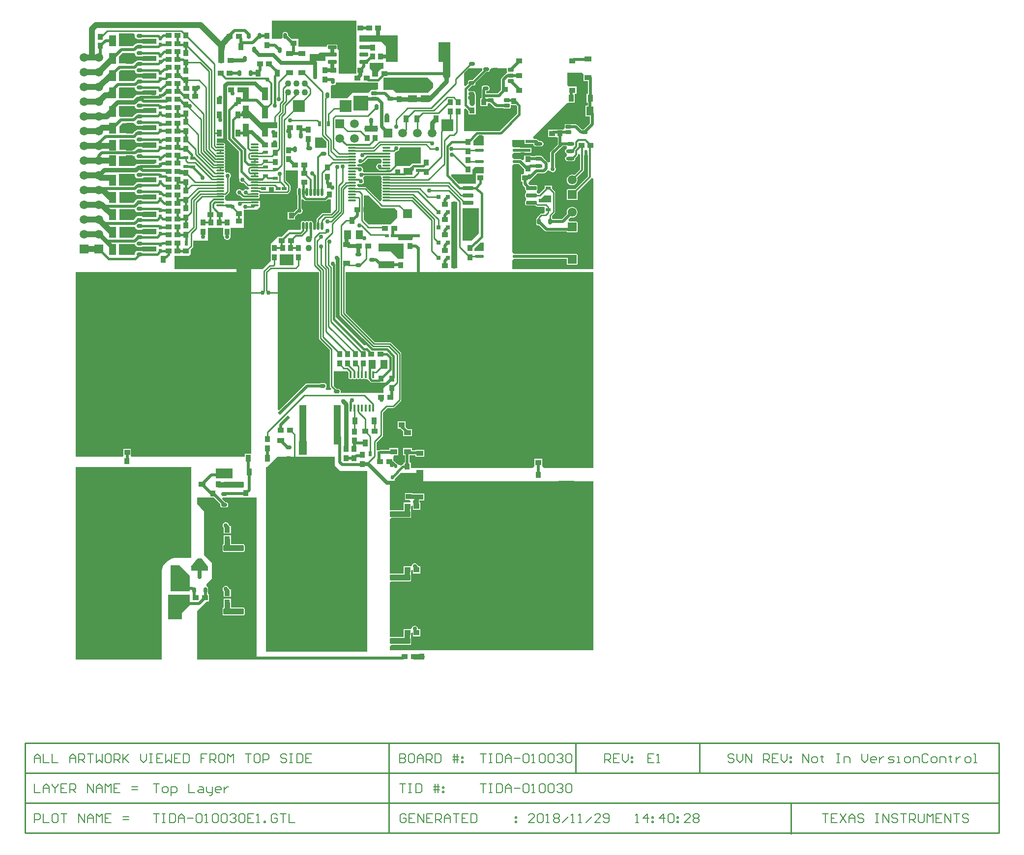
<source format=gtl>
G04 Layer_Physical_Order=1*
G04 Layer_Color=255*
%FSAX25Y25*%
%MOIN*%
G70*
G01*
G75*
G04:AMPARAMS|DCode=10|XSize=35mil|YSize=20mil|CornerRadius=0mil|HoleSize=0mil|Usage=FLASHONLY|Rotation=45.000|XOffset=0mil|YOffset=0mil|HoleType=Round|Shape=Rectangle|*
%AMROTATEDRECTD10*
4,1,4,-0.00530,-0.01945,-0.01945,-0.00530,0.00530,0.01945,0.01945,0.00530,-0.00530,-0.01945,0.0*
%
%ADD10ROTATEDRECTD10*%

G04:AMPARAMS|DCode=11|XSize=15.75mil|YSize=33.47mil|CornerRadius=1.97mil|HoleSize=0mil|Usage=FLASHONLY|Rotation=0.000|XOffset=0mil|YOffset=0mil|HoleType=Round|Shape=RoundedRectangle|*
%AMROUNDEDRECTD11*
21,1,0.01575,0.02953,0,0,0.0*
21,1,0.01181,0.03347,0,0,0.0*
1,1,0.00394,0.00591,-0.01476*
1,1,0.00394,-0.00591,-0.01476*
1,1,0.00394,-0.00591,0.01476*
1,1,0.00394,0.00591,0.01476*
%
%ADD11ROUNDEDRECTD11*%
%ADD12R,0.03937X0.03740*%
%ADD13R,0.03740X0.03937*%
G04:AMPARAMS|DCode=14|XSize=23.62mil|YSize=39.37mil|CornerRadius=5.91mil|HoleSize=0mil|Usage=FLASHONLY|Rotation=0.000|XOffset=0mil|YOffset=0mil|HoleType=Round|Shape=RoundedRectangle|*
%AMROUNDEDRECTD14*
21,1,0.02362,0.02756,0,0,0.0*
21,1,0.01181,0.03937,0,0,0.0*
1,1,0.01181,0.00591,-0.01378*
1,1,0.01181,-0.00591,-0.01378*
1,1,0.01181,-0.00591,0.01378*
1,1,0.01181,0.00591,0.01378*
%
%ADD14ROUNDEDRECTD14*%
G04:AMPARAMS|DCode=15|XSize=23.62mil|YSize=39.37mil|CornerRadius=5.91mil|HoleSize=0mil|Usage=FLASHONLY|Rotation=90.000|XOffset=0mil|YOffset=0mil|HoleType=Round|Shape=RoundedRectangle|*
%AMROUNDEDRECTD15*
21,1,0.02362,0.02756,0,0,90.0*
21,1,0.01181,0.03937,0,0,90.0*
1,1,0.01181,0.01378,0.00591*
1,1,0.01181,0.01378,-0.00591*
1,1,0.01181,-0.01378,-0.00591*
1,1,0.01181,-0.01378,0.00591*
%
%ADD15ROUNDEDRECTD15*%
%ADD16R,0.02362X0.03150*%
G04:AMPARAMS|DCode=17|XSize=23.62mil|YSize=57.09mil|CornerRadius=2.01mil|HoleSize=0mil|Usage=FLASHONLY|Rotation=90.000|XOffset=0mil|YOffset=0mil|HoleType=Round|Shape=RoundedRectangle|*
%AMROUNDEDRECTD17*
21,1,0.02362,0.05307,0,0,90.0*
21,1,0.01961,0.05709,0,0,90.0*
1,1,0.00402,0.02653,0.00980*
1,1,0.00402,0.02653,-0.00980*
1,1,0.00402,-0.02653,-0.00980*
1,1,0.00402,-0.02653,0.00980*
%
%ADD17ROUNDEDRECTD17*%
G04:AMPARAMS|DCode=18|XSize=116.14mil|YSize=192.91mil|CornerRadius=4.07mil|HoleSize=0mil|Usage=FLASHONLY|Rotation=0.000|XOffset=0mil|YOffset=0mil|HoleType=Round|Shape=RoundedRectangle|*
%AMROUNDEDRECTD18*
21,1,0.11614,0.18478,0,0,0.0*
21,1,0.10801,0.19291,0,0,0.0*
1,1,0.00813,0.05401,-0.09239*
1,1,0.00813,-0.05401,-0.09239*
1,1,0.00813,-0.05401,0.09239*
1,1,0.00813,0.05401,0.09239*
%
%ADD18ROUNDEDRECTD18*%
%ADD19O,0.01575X0.04724*%
%ADD20O,0.05709X0.02362*%
G04:AMPARAMS|DCode=21|XSize=23.62mil|YSize=39.37mil|CornerRadius=2.01mil|HoleSize=0mil|Usage=FLASHONLY|Rotation=90.000|XOffset=0mil|YOffset=0mil|HoleType=Round|Shape=RoundedRectangle|*
%AMROUNDEDRECTD21*
21,1,0.02362,0.03535,0,0,90.0*
21,1,0.01961,0.03937,0,0,90.0*
1,1,0.00402,0.01768,0.00980*
1,1,0.00402,0.01768,-0.00980*
1,1,0.00402,-0.01768,-0.00980*
1,1,0.00402,-0.01768,0.00980*
%
%ADD21ROUNDEDRECTD21*%
%ADD22O,0.06299X0.02165*%
%ADD23O,0.01772X0.05512*%
%ADD24O,0.05512X0.01181*%
%ADD25R,0.04409X0.03780*%
%ADD26R,0.07874X0.07874*%
%ADD27R,0.05118X0.13386*%
%ADD28R,0.02000X0.03500*%
%ADD29R,0.03500X0.02000*%
%ADD30R,0.05118X0.07283*%
G04:AMPARAMS|DCode=31|XSize=340.55mil|YSize=330.71mil|CornerRadius=1.65mil|HoleSize=0mil|Usage=FLASHONLY|Rotation=270.000|XOffset=0mil|YOffset=0mil|HoleType=Round|Shape=RoundedRectangle|*
%AMROUNDEDRECTD31*
21,1,0.34055,0.32740,0,0,270.0*
21,1,0.33724,0.33071,0,0,270.0*
1,1,0.00331,-0.16370,-0.16862*
1,1,0.00331,-0.16370,0.16862*
1,1,0.00331,0.16370,0.16862*
1,1,0.00331,0.16370,-0.16862*
%
%ADD31ROUNDEDRECTD31*%
G04:AMPARAMS|DCode=32|XSize=39.37mil|YSize=137.8mil|CornerRadius=1.97mil|HoleSize=0mil|Usage=FLASHONLY|Rotation=270.000|XOffset=0mil|YOffset=0mil|HoleType=Round|Shape=RoundedRectangle|*
%AMROUNDEDRECTD32*
21,1,0.03937,0.13386,0,0,270.0*
21,1,0.03543,0.13780,0,0,270.0*
1,1,0.00394,-0.06693,-0.01772*
1,1,0.00394,-0.06693,0.01772*
1,1,0.00394,0.06693,0.01772*
1,1,0.00394,0.06693,-0.01772*
%
%ADD32ROUNDEDRECTD32*%
G04:AMPARAMS|DCode=33|XSize=18.5mil|YSize=23.62mil|CornerRadius=1.94mil|HoleSize=0mil|Usage=FLASHONLY|Rotation=0.000|XOffset=0mil|YOffset=0mil|HoleType=Round|Shape=RoundedRectangle|*
%AMROUNDEDRECTD33*
21,1,0.01850,0.01974,0,0,0.0*
21,1,0.01462,0.02362,0,0,0.0*
1,1,0.00389,0.00731,-0.00987*
1,1,0.00389,-0.00731,-0.00987*
1,1,0.00389,-0.00731,0.00987*
1,1,0.00389,0.00731,0.00987*
%
%ADD33ROUNDEDRECTD33*%
%ADD34R,0.07874X0.13780*%
%ADD35R,0.12795X0.13504*%
%ADD36R,0.04724X0.29134*%
%ADD37R,0.11811X0.02953*%
%ADD38R,0.10799X0.08500*%
%ADD39R,0.03602X0.04803*%
%ADD40R,0.04803X0.03602*%
%ADD41R,0.03150X0.02362*%
%ADD42R,0.06300X0.05000*%
%ADD43R,0.05000X0.06300*%
G04:AMPARAMS|DCode=44|XSize=23.62mil|YSize=70.87mil|CornerRadius=2.01mil|HoleSize=0mil|Usage=FLASHONLY|Rotation=90.000|XOffset=0mil|YOffset=0mil|HoleType=Round|Shape=RoundedRectangle|*
%AMROUNDEDRECTD44*
21,1,0.02362,0.06685,0,0,90.0*
21,1,0.01961,0.07087,0,0,90.0*
1,1,0.00402,0.03342,0.00980*
1,1,0.00402,0.03342,-0.00980*
1,1,0.00402,-0.03342,-0.00980*
1,1,0.00402,-0.03342,0.00980*
%
%ADD44ROUNDEDRECTD44*%
%ADD45R,0.10630X0.05118*%
%ADD46R,0.04331X0.08661*%
%ADD47R,0.03150X0.03150*%
%ADD48R,0.02362X0.02362*%
%ADD49C,0.02000*%
%ADD50C,0.01000*%
%ADD51C,0.01500*%
%ADD52C,0.03000*%
%ADD53C,0.04000*%
%ADD54C,0.01200*%
%ADD55C,0.01100*%
%ADD56C,0.02300*%
%ADD57C,0.02500*%
%ADD58C,0.03500*%
%ADD59C,0.10000*%
%ADD60C,0.05000*%
%ADD61C,0.01800*%
%ADD62C,0.03800*%
%ADD63C,0.00800*%
%ADD64R,0.05200X0.09200*%
%ADD65R,0.11500X0.03900*%
%ADD66R,0.11800X0.06500*%
%ADD67R,0.09500X0.07500*%
%ADD68C,0.05905*%
%ADD69R,0.05905X0.05905*%
%ADD70C,0.11000*%
%ADD71C,0.04331*%
G04:AMPARAMS|DCode=72|XSize=61.02mil|YSize=61.02mil|CornerRadius=1.83mil|HoleSize=0mil|Usage=FLASHONLY|Rotation=90.000|XOffset=0mil|YOffset=0mil|HoleType=Round|Shape=RoundedRectangle|*
%AMROUNDEDRECTD72*
21,1,0.06102,0.05736,0,0,90.0*
21,1,0.05736,0.06102,0,0,90.0*
1,1,0.00366,0.02868,0.02868*
1,1,0.00366,0.02868,-0.02868*
1,1,0.00366,-0.02868,-0.02868*
1,1,0.00366,-0.02868,0.02868*
%
%ADD72ROUNDEDRECTD72*%
%ADD73C,0.06102*%
%ADD74R,0.05905X0.05905*%
%ADD75C,0.03000*%
%ADD76C,0.01968*%
G36*
X0114279Y0451476D02*
X0114553Y0450673D01*
X0114945Y0450087D01*
X0115531Y0449695D01*
X0116222Y0449558D01*
X0118978D01*
X0119669Y0449695D01*
X0120104Y0449986D01*
X0129124D01*
Y0446724D01*
X0128844Y0446444D01*
X0120104D01*
X0119669Y0446734D01*
X0118978Y0446872D01*
X0116222D01*
X0115531Y0446734D01*
X0114945Y0446343D01*
X0114553Y0445756D01*
X0114458Y0445276D01*
X0113396Y0444215D01*
X0103824D01*
Y0451476D01*
X0114279D01*
X0114279Y0451476D01*
D02*
G37*
G36*
X0176871Y0511300D02*
X0176987Y0510715D01*
X0177319Y0510219D01*
X0184971Y0502566D01*
Y0489054D01*
X0185000Y0488906D01*
Y0484500D01*
X0185415Y0484085D01*
X0185259Y0483300D01*
X0185422Y0482481D01*
X0185886Y0481786D01*
X0186581Y0481322D01*
X0187400Y0481159D01*
X0187970Y0481272D01*
X0190274Y0478968D01*
X0190654Y0478714D01*
X0190819Y0478681D01*
X0192034Y0477466D01*
X0191935Y0477148D01*
X0190770Y0476777D01*
X0190619Y0476878D01*
X0189800Y0477041D01*
X0188981Y0476878D01*
X0188286Y0476414D01*
X0188056Y0476069D01*
X0188041Y0476063D01*
X0186959D01*
X0186944Y0476069D01*
X0186714Y0476414D01*
X0186019Y0476878D01*
X0185200Y0477041D01*
X0184381Y0476878D01*
X0183686Y0476414D01*
X0183222Y0475719D01*
X0183059Y0474900D01*
X0183222Y0474081D01*
X0183686Y0473386D01*
X0184381Y0472922D01*
X0185200Y0472759D01*
X0185543Y0472827D01*
X0187312Y0471058D01*
X0187708Y0470793D01*
X0188177Y0470700D01*
X0195598D01*
X0195646Y0470709D01*
X0197763D01*
X0198228Y0470802D01*
X0198621Y0471065D01*
X0198884Y0471459D01*
X0198977Y0471923D01*
X0198884Y0472388D01*
X0198675Y0472701D01*
X0198854Y0473119D01*
X0199186Y0473600D01*
X0218000D01*
X0219800Y0475400D01*
Y0475992D01*
X0219822Y0476100D01*
Y0479400D01*
X0219822Y0479400D01*
X0219800Y0479508D01*
Y0480100D01*
X0216800Y0483100D01*
Y0489670D01*
X0225000D01*
Y0478231D01*
X0224892Y0478159D01*
X0224563Y0477667D01*
X0224448Y0477087D01*
Y0473347D01*
X0224563Y0472767D01*
X0224587Y0472733D01*
Y0469200D01*
Y0463881D01*
X0224486Y0463814D01*
X0224284Y0463512D01*
X0223927Y0463273D01*
X0223927Y0463273D01*
X0222171Y0461518D01*
X0218130D01*
Y0456381D01*
X0223070D01*
Y0458524D01*
X0224993Y0460447D01*
X0225181Y0460322D01*
X0226000Y0460159D01*
X0226819Y0460322D01*
X0227514Y0460786D01*
X0227978Y0461481D01*
X0228141Y0462300D01*
X0227978Y0463119D01*
X0227514Y0463814D01*
X0227340Y0463931D01*
Y0470100D01*
X0228553D01*
X0229227Y0469427D01*
X0229227Y0469427D01*
X0229673Y0469128D01*
X0230200Y0469024D01*
X0230200Y0469024D01*
X0243450D01*
X0243976Y0469128D01*
X0244423Y0469427D01*
X0245096Y0470100D01*
X0247400D01*
Y0461149D01*
X0247073Y0460822D01*
X0241900D01*
X0241471Y0460736D01*
X0241107Y0460493D01*
X0241107Y0460493D01*
X0237965Y0457351D01*
X0237722Y0456987D01*
X0237637Y0456558D01*
X0237637Y0456558D01*
Y0454855D01*
X0237359Y0454439D01*
X0237243Y0453859D01*
Y0450119D01*
X0236407Y0449300D01*
X0235991D01*
X0235155Y0450119D01*
Y0453859D01*
X0235040Y0454439D01*
X0234711Y0454930D01*
X0234220Y0455259D01*
X0233640Y0455374D01*
X0233060Y0455259D01*
X0232361Y0455006D01*
X0231661Y0455259D01*
X0231081Y0455374D01*
X0230501Y0455259D01*
X0230010Y0454930D01*
X0229593D01*
X0229102Y0455259D01*
X0228522Y0455374D01*
X0227942Y0455259D01*
X0227451Y0454930D01*
X0227122Y0454439D01*
X0227007Y0453859D01*
Y0450119D01*
X0226171Y0449300D01*
X0218800D01*
X0214220Y0444720D01*
X0211500D01*
X0206700Y0439920D01*
Y0439718D01*
X0206663D01*
Y0434581D01*
X0206700D01*
Y0428300D01*
X0201100Y0422700D01*
X0141400D01*
Y0431800D01*
X0151000D01*
X0152200Y0433000D01*
Y0436100D01*
X0154000Y0437900D01*
Y0442200D01*
X0164100D01*
Y0450619D01*
X0174430D01*
Y0445482D01*
X0174430D01*
X0174859Y0444600D01*
X0175022Y0443781D01*
X0175486Y0443086D01*
X0176181Y0442622D01*
X0177000Y0442459D01*
X0177819Y0442622D01*
X0178514Y0443086D01*
X0178978Y0443781D01*
X0179137Y0444579D01*
X0179370Y0445482D01*
X0179370D01*
Y0450619D01*
X0188314D01*
Y0463059D01*
X0197197D01*
X0199338Y0465200D01*
Y0469200D01*
X0197764D01*
X0197763Y0469200D01*
X0193432D01*
X0193432Y0469200D01*
X0176573D01*
X0175749Y0469955D01*
X0175656Y0470419D01*
X0175393Y0470813D01*
Y0471065D01*
X0175656Y0471459D01*
X0175727Y0471815D01*
X0175749Y0471923D01*
X0175755Y0472044D01*
X0175777Y0472488D01*
X0176221Y0472856D01*
X0176585Y0473099D01*
X0178193Y0474707D01*
X0178436Y0475071D01*
X0178522Y0475500D01*
X0178522Y0475500D01*
Y0484424D01*
X0178914Y0484686D01*
X0179378Y0485381D01*
X0179541Y0486200D01*
X0179378Y0487019D01*
X0178914Y0487714D01*
X0178219Y0488178D01*
X0177400Y0488341D01*
X0176581Y0488178D01*
X0176257Y0488274D01*
X0175656Y0489175D01*
X0175749Y0489640D01*
X0175656Y0490104D01*
X0175393Y0490498D01*
Y0490750D01*
X0175656Y0491144D01*
X0175749Y0491608D01*
X0175656Y0492073D01*
X0175393Y0492467D01*
Y0492719D01*
X0175656Y0493112D01*
X0175749Y0493577D01*
X0175656Y0494041D01*
X0175393Y0494435D01*
Y0494687D01*
X0175656Y0495081D01*
X0175749Y0495545D01*
X0175656Y0496010D01*
X0175393Y0496404D01*
Y0496656D01*
X0175656Y0497049D01*
X0175749Y0497514D01*
X0175656Y0497978D01*
X0175393Y0498372D01*
Y0498624D01*
X0175656Y0499018D01*
X0175749Y0499482D01*
X0175656Y0499947D01*
X0175393Y0500341D01*
Y0500593D01*
X0175656Y0500986D01*
X0175749Y0501451D01*
X0175656Y0501915D01*
X0175393Y0502309D01*
Y0502561D01*
X0175656Y0502955D01*
X0175749Y0503419D01*
X0175656Y0503884D01*
X0175393Y0504278D01*
Y0504529D01*
X0175656Y0504923D01*
X0175749Y0505388D01*
X0175656Y0505852D01*
X0175393Y0506246D01*
Y0506498D01*
X0175656Y0506892D01*
X0175749Y0507356D01*
X0175656Y0507821D01*
X0175393Y0508215D01*
X0174999Y0508478D01*
X0174535Y0508570D01*
X0170204D01*
X0169900Y0508820D01*
Y0511400D01*
X0176871D01*
Y0511300D01*
D02*
G37*
G36*
X0347700Y0447000D02*
X0342800Y0442100D01*
X0336500Y0442100D01*
X0336500Y0464100D01*
X0347700Y0464100D01*
X0347700Y0447000D01*
D02*
G37*
G36*
X0114226Y0439676D02*
X0114553Y0438925D01*
X0114945Y0438339D01*
X0115531Y0437948D01*
X0116222Y0437810D01*
X0118978D01*
X0119669Y0437948D01*
X0120104Y0438238D01*
X0129100D01*
Y0435010D01*
X0128786Y0434696D01*
X0120104D01*
X0119669Y0434986D01*
X0118978Y0435124D01*
X0116222D01*
X0115531Y0434986D01*
X0114945Y0434595D01*
X0114553Y0434009D01*
X0114416Y0433317D01*
Y0432327D01*
X0114389Y0432300D01*
X0103800D01*
Y0439676D01*
X0114226D01*
X0114226Y0439676D01*
D02*
G37*
G36*
X0351100Y0435100D02*
X0344751D01*
Y0436844D01*
X0348500Y0440593D01*
X0351100D01*
Y0435100D01*
D02*
G37*
G36*
X0281800Y0464200D02*
X0290700D01*
X0292400Y0462500D01*
Y0457700D01*
X0287900Y0453200D01*
X0272700D01*
X0269473Y0456427D01*
Y0472900D01*
X0273100D01*
X0281800Y0464200D01*
D02*
G37*
G36*
X0281635Y0485231D02*
X0281727Y0484767D01*
X0281991Y0484373D01*
Y0484121D01*
X0281727Y0483728D01*
X0281635Y0483263D01*
X0281727Y0482798D01*
X0281991Y0482405D01*
Y0482153D01*
X0281727Y0481759D01*
X0281635Y0481294D01*
X0281727Y0480830D01*
X0281991Y0480436D01*
Y0480184D01*
X0281727Y0479790D01*
X0281635Y0479326D01*
X0281727Y0478861D01*
X0281991Y0478468D01*
Y0478216D01*
X0281727Y0477822D01*
X0281635Y0477357D01*
X0281727Y0476893D01*
X0281991Y0476499D01*
Y0476247D01*
X0281727Y0475853D01*
X0281635Y0475389D01*
X0281727Y0474924D01*
X0281991Y0474531D01*
Y0474279D01*
X0281727Y0473885D01*
X0281635Y0473420D01*
X0281727Y0472956D01*
X0281991Y0472562D01*
Y0472310D01*
X0281727Y0471916D01*
X0281635Y0471452D01*
X0281727Y0470987D01*
X0281991Y0470594D01*
Y0470342D01*
X0281727Y0469948D01*
X0281635Y0469484D01*
X0280737Y0468870D01*
X0280716D01*
X0271436Y0478151D01*
X0271072Y0478394D01*
X0270642Y0478479D01*
X0270642Y0478479D01*
X0265928D01*
X0265165Y0479326D01*
X0265073Y0479790D01*
X0265315Y0480377D01*
X0266427Y0480658D01*
X0266781Y0480422D01*
X0267600Y0480259D01*
X0268419Y0480422D01*
X0269114Y0480886D01*
X0269578Y0481581D01*
X0269741Y0482400D01*
X0269578Y0483219D01*
X0269240Y0483725D01*
X0269139Y0484008D01*
X0269387Y0484934D01*
X0269614Y0485086D01*
X0270078Y0485781D01*
X0270117Y0485977D01*
X0280804D01*
X0281635Y0485231D01*
D02*
G37*
G36*
X0351100Y0487800D02*
X0345500D01*
Y0480600D01*
X0333847Y0480600D01*
X0328900Y0485547D01*
Y0487200D01*
X0343200D01*
Y0490329D01*
X0345071Y0492200D01*
X0347200Y0492200D01*
X0351100D01*
Y0487800D01*
D02*
G37*
G36*
X0114383Y0475076D02*
X0114416Y0474902D01*
Y0474860D01*
X0114553Y0474169D01*
X0114945Y0473583D01*
X0115531Y0473191D01*
X0116222Y0473054D01*
X0118978D01*
X0119669Y0473191D01*
X0120104Y0473482D01*
X0129124D01*
Y0470103D01*
X0128961Y0469939D01*
X0120104D01*
X0119669Y0470230D01*
X0118978Y0470367D01*
X0116222D01*
X0115531Y0470230D01*
X0114945Y0469838D01*
X0114553Y0469252D01*
X0114458Y0468772D01*
X0113410Y0467724D01*
X0103824D01*
Y0475076D01*
X0114383D01*
X0114383Y0475076D01*
D02*
G37*
G36*
X0114331Y0463276D02*
X0114553Y0462421D01*
X0114945Y0461835D01*
X0115531Y0461443D01*
X0116222Y0461306D01*
X0118978D01*
X0119669Y0461443D01*
X0120104Y0461734D01*
X0129124D01*
Y0458413D01*
X0128902Y0458191D01*
X0120104D01*
X0119669Y0458482D01*
X0118978Y0458619D01*
X0116222D01*
X0115531Y0458482D01*
X0114945Y0458090D01*
X0114553Y0457504D01*
X0114458Y0457024D01*
X0113396Y0455963D01*
X0103824D01*
Y0463276D01*
X0114331D01*
X0114331Y0463276D01*
D02*
G37*
G36*
X0396600Y0468100D02*
X0388200D01*
Y0470400D01*
X0389500D01*
X0391900Y0472800D01*
X0396600D01*
Y0468100D01*
D02*
G37*
G36*
X0296700Y0429800D02*
X0292930D01*
X0287930Y0434800D01*
X0279787D01*
Y0440200D01*
X0296700D01*
Y0429800D01*
D02*
G37*
G36*
X0151700Y0214500D02*
X0151700Y0204200D01*
X0138700Y0204200D01*
X0138700Y0221600D01*
X0144600D01*
X0151700Y0214500D01*
D02*
G37*
G36*
X0164105Y0220828D02*
X0152295D01*
X0156822Y0226339D01*
X0159578D01*
X0164105Y0220828D01*
D02*
G37*
G36*
X0151700Y0194800D02*
X0146300Y0189400D01*
X0146300Y0185200D01*
X0137000D01*
Y0201900D01*
X0151700D01*
Y0194800D01*
D02*
G37*
G36*
X0152500Y0226700D02*
X0142600D01*
X0141620Y0226652D01*
X0139697Y0226269D01*
X0137886Y0225519D01*
X0136256Y0224430D01*
X0134870Y0223044D01*
X0133781Y0221414D01*
X0133031Y0219603D01*
X0132648Y0217680D01*
X0132600Y0216700D01*
Y0157900D01*
X0074400D01*
Y0288300D01*
X0152500D01*
Y0226700D01*
D02*
G37*
G36*
X0250100Y0295400D02*
X0250100Y0289200D01*
X0253500Y0285800D01*
X0272000Y0285800D01*
X0272000Y0163200D01*
X0203400D01*
Y0288400D01*
X0204000D01*
X0211000Y0295400D01*
X0250100Y0295400D01*
D02*
G37*
G36*
X0310000Y0278900D02*
X0425300D01*
X0425300Y0164000D01*
X0287400D01*
Y0166895D01*
X0288400Y0167837D01*
X0300927D01*
X0301238Y0167899D01*
X0301501Y0168075D01*
X0301677Y0168338D01*
X0301739Y0168649D01*
Y0172193D01*
X0301677Y0172503D01*
X0301660Y0172530D01*
X0301719Y0173530D01*
X0301719D01*
Y0175690D01*
X0302719Y0176215D01*
X0302868Y0176112D01*
X0302881Y0176077D01*
Y0173530D01*
X0308018D01*
Y0178470D01*
X0306448D01*
X0306341Y0178600D01*
X0306178Y0179419D01*
X0305714Y0180114D01*
X0305019Y0180578D01*
X0304200Y0180741D01*
X0303381Y0180578D01*
X0302686Y0180114D01*
X0302222Y0179419D01*
X0302193Y0179274D01*
X0301773Y0178562D01*
X0301091Y0178470D01*
X0296582D01*
Y0175799D01*
X0296562Y0175700D01*
Y0173005D01*
X0287541D01*
X0287400Y0173121D01*
Y0209945D01*
X0288400Y0210887D01*
X0300927D01*
X0301238Y0210949D01*
X0301501Y0211125D01*
X0301677Y0211388D01*
X0301739Y0211699D01*
Y0215243D01*
X0301719Y0216130D01*
X0301719Y0216130D01*
Y0218090D01*
X0302719Y0218615D01*
X0302868Y0218512D01*
X0302881Y0218477D01*
Y0216130D01*
X0308018D01*
Y0221070D01*
X0306793D01*
X0306783Y0221084D01*
X0306210Y0221657D01*
X0306178Y0221819D01*
X0305714Y0222514D01*
X0305019Y0222978D01*
X0304200Y0223141D01*
X0303381Y0222978D01*
X0302686Y0222514D01*
X0302244Y0221853D01*
X0302221Y0221819D01*
X0301611Y0221070D01*
X0301103Y0221070D01*
X0296582D01*
Y0218199D01*
X0296562Y0218100D01*
Y0216055D01*
X0287541D01*
X0287400Y0216171D01*
X0287400Y0252995D01*
X0288400Y0253937D01*
X0300927D01*
X0301238Y0253999D01*
X0301501Y0254175D01*
X0301677Y0254438D01*
X0301739Y0254749D01*
Y0258293D01*
X0301712Y0258430D01*
X0301719Y0259430D01*
X0301719D01*
Y0261790D01*
X0302719Y0262315D01*
X0302868Y0262212D01*
X0302881Y0262177D01*
Y0259430D01*
X0308018D01*
Y0264370D01*
X0307399D01*
Y0265752D01*
X0310602D01*
Y0270554D01*
X0304598D01*
Y0270541D01*
X0302618D01*
Y0270870D01*
X0297481D01*
Y0265930D01*
X0300728D01*
X0301427Y0264947D01*
X0301241Y0264417D01*
X0301105Y0264370D01*
X0296582D01*
Y0261799D01*
X0296562Y0261700D01*
Y0259105D01*
X0287541D01*
X0287400Y0259221D01*
Y0278900D01*
X0290800D01*
Y0280300D01*
X0295000Y0284500D01*
X0310000D01*
Y0278900D01*
D02*
G37*
G36*
X0259278Y0352516D02*
Y0349366D01*
X0259385Y0348825D01*
X0259692Y0348366D01*
X0260151Y0348060D01*
X0260692Y0347952D01*
X0261233Y0348060D01*
X0261692Y0348366D01*
X0262251D01*
X0262710Y0348060D01*
X0263251Y0347952D01*
X0263792Y0348060D01*
X0263806Y0348069D01*
X0264531Y0348284D01*
X0265255Y0348069D01*
X0265269Y0348060D01*
X0265810Y0347952D01*
X0266352Y0348060D01*
X0266810Y0348366D01*
X0267369D01*
X0267828Y0348060D01*
X0268369Y0347952D01*
X0268911Y0348060D01*
X0268924Y0348069D01*
X0269649Y0348284D01*
X0270373Y0348069D01*
X0270387Y0348060D01*
X0270928Y0347952D01*
X0271470Y0348060D01*
X0272514Y0347639D01*
X0274079Y0346075D01*
X0274525Y0345776D01*
X0275052Y0345671D01*
X0279967D01*
X0280121Y0345702D01*
X0283100D01*
Y0338800D01*
X0254119D01*
X0253816Y0339169D01*
Y0340350D01*
X0253724Y0340815D01*
X0253461Y0341209D01*
X0253067Y0341472D01*
X0252602Y0341564D01*
X0251006D01*
X0249300Y0343270D01*
X0249300Y0353300D01*
X0258515D01*
X0259278Y0352516D01*
D02*
G37*
G36*
X0239141Y0375837D02*
X0239141Y0375837D01*
X0239227Y0375408D01*
X0239470Y0375044D01*
X0246579Y0367935D01*
Y0343284D01*
X0246578Y0343284D01*
X0246664Y0342855D01*
X0246907Y0342491D01*
X0247574Y0341824D01*
X0247192Y0340900D01*
X0243952D01*
X0243866Y0341130D01*
X0243786Y0341900D01*
X0244012Y0342051D01*
X0244275Y0342445D01*
X0244367Y0342910D01*
Y0344091D01*
X0244275Y0344555D01*
X0244012Y0344949D01*
X0243618Y0345212D01*
X0243154Y0345304D01*
X0240398D01*
X0239933Y0345212D01*
X0239812Y0345131D01*
X0231250D01*
X0230626Y0345007D01*
X0230097Y0344654D01*
X0212225Y0326782D01*
X0211380Y0327317D01*
X0211200Y0327463D01*
Y0420900D01*
X0239141D01*
Y0375837D01*
D02*
G37*
G36*
X0425300Y0287900D02*
X0392051D01*
X0390519Y0289030D01*
Y0293970D01*
X0385382D01*
Y0289030D01*
X0383850Y0287900D01*
X0301570D01*
Y0291318D01*
X0300731D01*
Y0296369D01*
X0304598D01*
Y0295346D01*
X0310602D01*
Y0300148D01*
X0304598D01*
Y0299631D01*
X0302202D01*
Y0301255D01*
X0296198D01*
Y0296453D01*
X0297469D01*
Y0291318D01*
X0296630D01*
Y0290271D01*
X0296293Y0290126D01*
X0296131D01*
X0295604Y0290021D01*
X0295157Y0289723D01*
X0295007Y0289573D01*
X0294882Y0289519D01*
X0293778Y0289751D01*
X0292879Y0290237D01*
X0292704Y0290500D01*
X0292441Y0290675D01*
X0292131Y0290737D01*
X0291910D01*
X0290094Y0292553D01*
X0289564Y0292907D01*
X0289518Y0292916D01*
Y0294452D01*
X0289518Y0294570D01*
X0289803Y0296452D01*
X0293002D01*
Y0301254D01*
X0286998D01*
Y0299931D01*
X0280800D01*
X0280391Y0299850D01*
X0278400Y0299850D01*
X0278273Y0301797D01*
Y0305214D01*
X0282229Y0309171D01*
X0282483Y0309551D01*
X0282573Y0310000D01*
Y0325514D01*
X0285586Y0328527D01*
X0289700D01*
X0290149Y0328617D01*
X0290529Y0328871D01*
X0294779Y0333121D01*
X0295033Y0333501D01*
X0295123Y0333950D01*
Y0365483D01*
X0295033Y0365932D01*
X0294779Y0366313D01*
X0288263Y0372829D01*
X0287882Y0373083D01*
X0287433Y0373172D01*
X0277269D01*
X0257223Y0393219D01*
Y0420700D01*
X0425300D01*
Y0287900D01*
D02*
G37*
G36*
X0196900Y0257500D02*
D01*
X0196900Y0157700D01*
X0156600D01*
Y0190900D01*
X0162930Y0197230D01*
X0164518D01*
Y0198818D01*
Y0202170D01*
X0164323D01*
X0164093Y0202592D01*
X0163879Y0203170D01*
X0163945Y0203498D01*
Y0206254D01*
X0163852Y0206718D01*
X0163589Y0207112D01*
X0163195Y0207375D01*
X0163000Y0207414D01*
Y0209200D01*
X0166700Y0212900D01*
Y0223300D01*
X0161400Y0228600D01*
Y0258133D01*
X0156500Y0263300D01*
Y0267700D01*
X0167993D01*
X0172384Y0263309D01*
Y0262169D01*
X0172476Y0261705D01*
X0172739Y0261311D01*
X0173133Y0261048D01*
X0173598Y0260955D01*
X0176354D01*
X0176818Y0261048D01*
X0177212Y0261311D01*
X0177475Y0261705D01*
X0177567Y0262169D01*
Y0263350D01*
X0177475Y0263815D01*
X0177212Y0264209D01*
X0176818Y0264472D01*
X0176354Y0264564D01*
X0175743D01*
X0173531Y0266776D01*
X0173914Y0267700D01*
X0196900D01*
Y0257500D01*
D02*
G37*
G36*
X0193400Y0297302D02*
X0189052D01*
Y0295300D01*
X0112499D01*
X0111718Y0295830D01*
Y0300770D01*
X0106581D01*
Y0295830D01*
X0105801Y0295300D01*
X0074400D01*
Y0420700D01*
X0193400D01*
Y0297302D01*
D02*
G37*
G36*
X0316800Y0549000D02*
Y0546100D01*
X0313100Y0542400D01*
X0291700D01*
X0289600Y0544500D01*
X0282900D01*
Y0552700D01*
X0313100D01*
X0316800Y0549000D01*
D02*
G37*
G36*
X0349843Y0559100D02*
X0349933Y0558990D01*
Y0557809D01*
X0349942Y0557764D01*
X0343222Y0551045D01*
X0341398D01*
X0340933Y0550952D01*
X0340539Y0550689D01*
X0340276Y0550295D01*
X0340184Y0549831D01*
Y0548650D01*
X0340193Y0548604D01*
X0338724Y0547135D01*
X0337800Y0547518D01*
Y0556114D01*
X0340786Y0559100D01*
X0349843Y0559100D01*
D02*
G37*
G36*
X0279300Y0544600D02*
X0274847D01*
X0272647Y0542400D01*
X0262100Y0542400D01*
X0258600Y0538900D01*
X0247400Y0538900D01*
X0247400Y0546944D01*
X0248210Y0547733D01*
X0249391D01*
X0249855Y0547825D01*
X0250249Y0548088D01*
X0250512Y0548482D01*
X0250604Y0548947D01*
Y0549300D01*
X0279300D01*
Y0544600D01*
D02*
G37*
G36*
X0114416Y0545346D02*
X0114553Y0544655D01*
X0114945Y0544069D01*
X0115531Y0543678D01*
X0116222Y0543540D01*
X0118978D01*
X0119669Y0543678D01*
X0120104Y0543968D01*
X0129100D01*
Y0541524D01*
X0118443D01*
X0118443Y0541524D01*
X0117592Y0541355D01*
X0117303Y0541161D01*
X0116419D01*
X0116419Y0541161D01*
X0115719Y0541069D01*
X0115067Y0540799D01*
X0114750Y0540555D01*
X0114506Y0540369D01*
X0114506Y0540369D01*
X0112942Y0538804D01*
X0103800D01*
Y0545855D01*
X0103921Y0545976D01*
X0114416D01*
Y0545346D01*
D02*
G37*
G36*
X0366613Y0559100D02*
X0366761Y0558920D01*
Y0556960D01*
X0366823Y0556647D01*
X0366508Y0555795D01*
X0366382Y0555644D01*
X0365947Y0555353D01*
X0363246Y0552654D01*
X0362893Y0552124D01*
X0362769Y0551500D01*
Y0545550D01*
X0362781Y0545487D01*
Y0544339D01*
X0360574Y0542131D01*
X0352731D01*
Y0543696D01*
X0353602D01*
X0354067Y0543788D01*
X0354461Y0544051D01*
X0354724Y0544445D01*
X0354816Y0544909D01*
Y0546091D01*
X0354724Y0546555D01*
X0354461Y0546949D01*
X0354067Y0547212D01*
X0353602Y0547304D01*
X0350847D01*
X0350382Y0547212D01*
X0349988Y0546949D01*
X0349725Y0546555D01*
X0349633Y0546091D01*
Y0545059D01*
X0349593Y0545000D01*
X0349469Y0544376D01*
Y0540500D01*
Y0538618D01*
X0348630D01*
Y0533481D01*
X0353570D01*
Y0534613D01*
X0354019Y0535543D01*
X0355276D01*
X0358373Y0532446D01*
X0358903Y0532093D01*
X0359527Y0531969D01*
X0364379D01*
X0364533Y0531865D01*
X0364846Y0531803D01*
X0368381D01*
X0368694Y0531865D01*
X0368958Y0532042D01*
X0369135Y0532307D01*
X0369198Y0532620D01*
Y0534181D01*
X0372872D01*
X0373724Y0533330D01*
Y0528424D01*
X0361800Y0516500D01*
X0337800Y0516500D01*
X0337800Y0528200D01*
Y0531497D01*
X0338724Y0531880D01*
X0340630Y0529974D01*
Y0527882D01*
X0345570D01*
Y0533019D01*
X0345570D01*
X0345489Y0533181D01*
X0345570Y0534181D01*
X0345570D01*
Y0539318D01*
X0345496D01*
Y0541200D01*
X0345367Y0541847D01*
Y0542350D01*
X0345275Y0542815D01*
X0345012Y0543209D01*
X0344618Y0543472D01*
X0344153Y0543564D01*
X0343260D01*
X0343100Y0543596D01*
X0342940Y0543564D01*
X0341398D01*
X0340457Y0544245D01*
X0340388Y0544906D01*
X0342918Y0547436D01*
X0344153D01*
X0344618Y0547528D01*
X0345012Y0547791D01*
X0345275Y0548185D01*
X0345367Y0548650D01*
Y0549296D01*
X0352667Y0556596D01*
X0353902D01*
X0354367Y0556688D01*
X0354761Y0556951D01*
X0355024Y0557345D01*
X0355116Y0557809D01*
Y0558100D01*
X0356071Y0559100D01*
X0366613Y0559100D01*
D02*
G37*
G36*
X0114200Y0557676D02*
X0114491Y0556714D01*
X0114553Y0556403D01*
X0114945Y0555817D01*
X0115531Y0555425D01*
X0116222Y0555288D01*
X0118978D01*
X0119669Y0555425D01*
X0120104Y0555716D01*
X0129100D01*
Y0552173D01*
X0120104D01*
X0119669Y0552464D01*
X0118978Y0552601D01*
X0116222D01*
X0115531Y0552464D01*
X0114945Y0552072D01*
X0114553Y0551486D01*
X0114458Y0551006D01*
X0113956Y0550504D01*
X0103800D01*
Y0556655D01*
X0104821Y0557676D01*
X0114200D01*
X0114200Y0557676D01*
D02*
G37*
G36*
X0292700Y0574000D02*
X0284800D01*
X0281600Y0577200D01*
X0266700D01*
Y0581300D01*
X0292700D01*
Y0574000D01*
D02*
G37*
G36*
X0114416Y0581771D02*
Y0580590D01*
X0114553Y0579899D01*
X0114945Y0579313D01*
X0115531Y0578921D01*
X0116222Y0578783D01*
X0118978D01*
X0119669Y0578921D01*
X0120104Y0579211D01*
X0129100D01*
Y0575669D01*
X0120104D01*
X0119669Y0575959D01*
X0118978Y0576097D01*
X0116222D01*
X0115531Y0575959D01*
X0115256Y0575776D01*
X0115149Y0575755D01*
X0114427Y0575273D01*
X0114427Y0575273D01*
X0113155Y0574000D01*
X0103800D01*
Y0582600D01*
X0113561D01*
X0114416Y0581771D01*
D02*
G37*
G36*
X0114000Y0569476D02*
X0114474Y0568551D01*
X0114553Y0568151D01*
X0114945Y0567565D01*
X0115531Y0567173D01*
X0116222Y0567036D01*
X0118978D01*
X0119669Y0567173D01*
X0120104Y0567464D01*
X0129100D01*
Y0563921D01*
X0120104D01*
X0119669Y0564212D01*
X0118978Y0564349D01*
X0116222D01*
X0115531Y0564212D01*
X0114945Y0563820D01*
X0114802Y0563606D01*
X0114680Y0563525D01*
X0114680Y0563525D01*
X0113407Y0562252D01*
X0103800D01*
Y0567164D01*
X0106112Y0569476D01*
X0114000D01*
X0114000Y0569476D01*
D02*
G37*
G36*
X0283000Y0558900D02*
X0282628Y0558882D01*
X0281897Y0558736D01*
X0281209Y0558451D01*
X0280589Y0558037D01*
X0280063Y0557511D01*
X0279649Y0556891D01*
X0279364Y0556203D01*
X0279218Y0555473D01*
X0279200Y0555100D01*
Y0553400D01*
X0275200D01*
Y0557500D01*
X0273800Y0558900D01*
Y0562900D01*
X0283000D01*
Y0558900D01*
D02*
G37*
G36*
X0264700Y0591500D02*
X0264700Y0580927D01*
Y0560370D01*
X0264681D01*
Y0555430D01*
X0263693Y0555400D01*
X0252500D01*
X0252500Y0571400D01*
X0251615Y0572285D01*
X0251642Y0572420D01*
Y0574380D01*
X0251579Y0574693D01*
X0251402Y0574958D01*
X0251138Y0575135D01*
X0250825Y0575197D01*
X0245518D01*
X0245206Y0575135D01*
X0244941Y0574958D01*
X0244764Y0574693D01*
X0244702Y0574380D01*
Y0573900D01*
X0225300Y0573900D01*
X0225300Y0579100D01*
X0220572D01*
X0218145Y0581527D01*
Y0582402D01*
X0218052Y0582867D01*
X0217789Y0583261D01*
X0217395Y0583524D01*
X0216931Y0583616D01*
X0215750D01*
X0215285Y0583524D01*
X0214891Y0583261D01*
X0214628Y0582867D01*
X0214536Y0582402D01*
Y0579646D01*
X0213625Y0579100D01*
X0207200D01*
X0207200Y0591500D01*
X0264700Y0591500D01*
D02*
G37*
G36*
X0114391Y0533250D02*
X0114529Y0532558D01*
X0114920Y0531972D01*
X0115506Y0531581D01*
X0116198Y0531443D01*
X0118954D01*
X0119645Y0531581D01*
X0120231Y0531972D01*
X0120397Y0532220D01*
X0129100D01*
Y0528678D01*
X0119350D01*
X0118954Y0528757D01*
X0116198D01*
X0115506Y0528619D01*
X0114920Y0528228D01*
X0114832Y0528096D01*
X0114587Y0527932D01*
X0114587Y0527932D01*
X0112879Y0526224D01*
X0104991D01*
X0104991Y0526224D01*
X0104800Y0526186D01*
X0103800Y0526831D01*
Y0533376D01*
X0103820Y0533396D01*
X0114062D01*
X0114062Y0533396D01*
X0114203Y0533414D01*
X0114391Y0533250D01*
D02*
G37*
G36*
X0407160Y0506222D02*
X0407449Y0506165D01*
Y0504635D01*
X0407160Y0504578D01*
X0406571Y0504184D01*
X0406177Y0503595D01*
X0406039Y0502900D01*
X0406177Y0502205D01*
X0406571Y0501616D01*
X0407160Y0501222D01*
X0407449Y0501165D01*
Y0499635D01*
X0407160Y0499578D01*
X0406571Y0499184D01*
X0406177Y0498595D01*
X0406039Y0497900D01*
X0406177Y0497205D01*
X0406571Y0496616D01*
X0407160Y0496222D01*
X0407855Y0496084D01*
X0411202D01*
X0411897Y0496222D01*
X0412486Y0496616D01*
X0412879Y0497205D01*
X0413018Y0497900D01*
X0413003Y0497971D01*
X0414470Y0499438D01*
X0414735Y0499835D01*
X0414828Y0500303D01*
Y0501088D01*
X0414838Y0501094D01*
X0415802Y0500746D01*
X0416262Y0500436D01*
X0416376Y0500318D01*
Y0490507D01*
X0412471Y0486601D01*
X0411853Y0486857D01*
X0410900Y0486983D01*
X0409947Y0486857D01*
X0409059Y0486489D01*
X0408296Y0485904D01*
X0407711Y0485141D01*
X0407343Y0484253D01*
X0407217Y0483300D01*
X0407343Y0482347D01*
X0407711Y0481459D01*
X0408296Y0480696D01*
X0409059Y0480111D01*
X0409947Y0479743D01*
X0410900Y0479617D01*
X0411853Y0479743D01*
X0412741Y0480111D01*
X0413504Y0480696D01*
X0414089Y0481459D01*
X0414457Y0482347D01*
X0414583Y0483300D01*
X0414457Y0484253D01*
X0414201Y0484871D01*
X0418465Y0489135D01*
X0418730Y0489532D01*
X0418823Y0490000D01*
Y0499923D01*
X0418906Y0499978D01*
X0419082Y0500242D01*
X0419144Y0500553D01*
Y0503506D01*
X0419179Y0503550D01*
X0420735Y0503601D01*
X0421456Y0502867D01*
Y0500553D01*
X0421518Y0500242D01*
X0421694Y0499978D01*
X0421776Y0499923D01*
Y0485907D01*
X0412836Y0476966D01*
X0408032D01*
X0407726Y0476906D01*
X0407467Y0476733D01*
X0407294Y0476474D01*
X0407233Y0476168D01*
Y0470432D01*
X0407294Y0470126D01*
X0407467Y0469867D01*
X0407726Y0469694D01*
X0408032Y0469633D01*
X0413768D01*
X0414074Y0469694D01*
X0414333Y0469867D01*
X0414506Y0470126D01*
X0414567Y0470432D01*
Y0475236D01*
X0423865Y0484535D01*
X0423900Y0484587D01*
X0425400Y0484211D01*
Y0422800D01*
X0370300Y0422800D01*
Y0428464D01*
X0371428Y0429684D01*
X0375562D01*
X0375986Y0429769D01*
X0407233D01*
Y0426532D01*
X0407294Y0426226D01*
X0407467Y0425967D01*
X0407726Y0425794D01*
X0408032Y0425734D01*
X0413768D01*
X0414074Y0425794D01*
X0414333Y0425967D01*
X0414506Y0426226D01*
X0414567Y0426532D01*
Y0432268D01*
X0414506Y0432574D01*
X0414333Y0432833D01*
X0414074Y0433006D01*
X0413768Y0433067D01*
X0408032D01*
X0407855Y0433031D01*
X0375986D01*
X0375562Y0433116D01*
X0371428D01*
X0370300Y0434337D01*
Y0492864D01*
X0371428Y0494084D01*
X0374909D01*
X0378430Y0490563D01*
Y0488432D01*
X0377855Y0487170D01*
X0376381D01*
Y0482230D01*
X0377318D01*
Y0480661D01*
X0377442Y0480037D01*
X0377796Y0479508D01*
X0379098Y0478206D01*
Y0476920D01*
X0379160Y0476607D01*
X0379337Y0476342D01*
X0379602Y0476165D01*
X0379605Y0476165D01*
Y0474635D01*
X0379602Y0474635D01*
X0379337Y0474458D01*
X0379160Y0474193D01*
X0379098Y0473880D01*
Y0471920D01*
X0379160Y0471607D01*
X0379337Y0471342D01*
X0379602Y0471165D01*
X0379605Y0471165D01*
Y0469635D01*
X0379602Y0469635D01*
X0379337Y0469458D01*
X0379160Y0469193D01*
X0379098Y0468880D01*
Y0466920D01*
X0379160Y0466607D01*
X0379337Y0466342D01*
X0379602Y0466165D01*
X0379914Y0466103D01*
X0385811D01*
X0386407Y0465507D01*
X0386407Y0465507D01*
X0386771Y0465264D01*
X0387200Y0465178D01*
X0387200Y0465178D01*
X0391148D01*
X0392450Y0464700D01*
Y0461500D01*
X0391355Y0460522D01*
X0390000D01*
X0389571Y0460436D01*
X0389207Y0460193D01*
X0389207Y0460193D01*
X0387567Y0458553D01*
X0387324Y0458189D01*
X0387238Y0457760D01*
X0387238Y0457760D01*
Y0457479D01*
X0386911Y0457261D01*
X0386648Y0456867D01*
X0386555Y0456402D01*
Y0453647D01*
X0386648Y0453182D01*
X0386911Y0452788D01*
X0387305Y0452525D01*
X0387769Y0452433D01*
X0388645D01*
X0392331Y0448746D01*
X0392860Y0448393D01*
X0393484Y0448269D01*
X0407276D01*
X0407294Y0448176D01*
X0407467Y0447917D01*
X0407726Y0447744D01*
X0408032Y0447683D01*
X0413768D01*
X0414074Y0447744D01*
X0414333Y0447917D01*
X0414506Y0448176D01*
X0414567Y0448482D01*
Y0454218D01*
X0414506Y0454524D01*
X0414333Y0454783D01*
X0414074Y0454956D01*
X0413768Y0455017D01*
X0408995D01*
X0408374Y0456517D01*
X0409737Y0457880D01*
X0409947Y0457793D01*
X0410900Y0457667D01*
X0411853Y0457793D01*
X0412741Y0458161D01*
X0413504Y0458746D01*
X0414089Y0459509D01*
X0414457Y0460397D01*
X0414583Y0461350D01*
X0414457Y0462303D01*
X0414089Y0463191D01*
X0413504Y0463954D01*
X0412741Y0464539D01*
X0411853Y0464907D01*
X0410900Y0465033D01*
X0409947Y0464907D01*
X0409059Y0464539D01*
X0408296Y0463954D01*
X0407711Y0463191D01*
X0407343Y0462303D01*
X0407217Y0461350D01*
X0407343Y0460397D01*
X0407430Y0460187D01*
X0403899Y0456656D01*
X0397594D01*
X0397552Y0456867D01*
X0397289Y0457261D01*
X0397242Y0457292D01*
X0397143Y0458856D01*
X0399093Y0460807D01*
X0399093Y0460807D01*
X0399336Y0461171D01*
X0399422Y0461600D01*
X0399422Y0461600D01*
Y0474800D01*
X0399422Y0474800D01*
X0399336Y0475229D01*
X0399093Y0475593D01*
X0397150Y0477536D01*
Y0479300D01*
X0392450D01*
Y0477836D01*
X0388842Y0474228D01*
X0388281Y0474215D01*
X0387263Y0474329D01*
X0387176Y0474458D01*
X0386912Y0474635D01*
X0386908Y0474635D01*
Y0476165D01*
X0386912Y0476165D01*
X0387176Y0476342D01*
X0387353Y0476607D01*
X0387416Y0476920D01*
Y0478880D01*
X0387353Y0479193D01*
X0387176Y0479458D01*
X0386912Y0479635D01*
X0386599Y0479697D01*
X0382221D01*
X0381188Y0480730D01*
X0381518Y0482230D01*
X0382627Y0483174D01*
X0382724Y0483193D01*
X0383254Y0483546D01*
X0387376Y0487669D01*
X0391500D01*
X0392124Y0487793D01*
X0392653Y0488146D01*
X0394225Y0489718D01*
X0394733Y0489773D01*
X0395951Y0489537D01*
X0396186Y0489186D01*
X0396881Y0488722D01*
X0397700Y0488559D01*
X0398519Y0488722D01*
X0399214Y0489186D01*
X0399678Y0489881D01*
X0399841Y0490700D01*
X0399678Y0491519D01*
X0399331Y0492038D01*
Y0501024D01*
X0404576Y0506269D01*
X0407091D01*
X0407160Y0506222D01*
D02*
G37*
G36*
X0114000Y0510676D02*
X0114485Y0509753D01*
X0114553Y0509412D01*
X0114945Y0508826D01*
X0115531Y0508434D01*
X0116222Y0508297D01*
X0118978D01*
X0119669Y0508434D01*
X0120104Y0508725D01*
X0129124D01*
Y0505182D01*
X0120104D01*
X0119669Y0505473D01*
X0118978Y0505610D01*
X0116222D01*
X0115531Y0505473D01*
X0114945Y0505081D01*
X0114621Y0504597D01*
X0113856Y0503832D01*
X0103824D01*
Y0510676D01*
X0114000D01*
X0114000Y0510676D01*
D02*
G37*
G36*
X0281635Y0497043D02*
X0281727Y0496578D01*
X0281991Y0496184D01*
Y0495932D01*
X0281727Y0495539D01*
X0281635Y0495074D01*
X0281636Y0495069D01*
X0281404Y0494771D01*
X0280810Y0494320D01*
X0280200Y0494441D01*
X0279381Y0494278D01*
X0278686Y0493814D01*
X0278222Y0493119D01*
X0278059Y0492300D01*
X0278222Y0491481D01*
X0278686Y0490786D01*
X0279381Y0490322D01*
X0279491Y0490300D01*
X0279535Y0490235D01*
X0279932Y0489970D01*
X0280400Y0489877D01*
X0280586Y0489914D01*
X0285014D01*
X0285063Y0489923D01*
X0287179D01*
X0287524Y0489640D01*
Y0488423D01*
X0269574D01*
X0269045Y0489283D01*
X0269094Y0489563D01*
X0269241Y0490300D01*
X0269078Y0491119D01*
X0268614Y0491814D01*
X0267919Y0492278D01*
X0267100Y0492441D01*
X0266956Y0492412D01*
X0266900Y0492423D01*
X0266583Y0492360D01*
X0265996D01*
X0265165Y0493106D01*
X0265128Y0493290D01*
X0265354Y0493778D01*
X0266381Y0494181D01*
X0267200Y0494018D01*
X0268019Y0494181D01*
X0268714Y0494645D01*
X0268908Y0494935D01*
X0269079D01*
X0269548Y0495028D01*
X0269945Y0495294D01*
X0272438Y0497788D01*
X0280804D01*
X0281635Y0497043D01*
D02*
G37*
G36*
X0114391Y0498750D02*
X0114529Y0498058D01*
X0114920Y0497472D01*
X0115506Y0497081D01*
X0116198Y0496943D01*
X0118954D01*
X0119123Y0496977D01*
X0129100D01*
Y0494724D01*
X0118216D01*
X0118216Y0494724D01*
X0117413Y0494564D01*
X0116822D01*
X0116822Y0494564D01*
X0116203Y0494483D01*
X0116122Y0494472D01*
X0115931Y0494393D01*
X0115470Y0494202D01*
X0115153Y0493959D01*
X0114910Y0493772D01*
X0114910Y0493772D01*
X0113842Y0492704D01*
X0103800D01*
Y0499384D01*
X0114391D01*
Y0498750D01*
D02*
G37*
G36*
X0308400Y0494500D02*
X0302500D01*
X0300800Y0492800D01*
X0290500D01*
X0290500Y0501865D01*
X0291281Y0502522D01*
X0291600Y0502459D01*
X0292419Y0502622D01*
X0293114Y0503086D01*
X0293578Y0503781D01*
X0293741Y0504600D01*
X0294582Y0505500D01*
X0308400Y0505500D01*
X0308400Y0494500D01*
D02*
G37*
G36*
X0244200Y0509500D02*
Y0505200D01*
X0236700D01*
Y0512000D01*
X0241700D01*
X0244200Y0509500D01*
D02*
G37*
G36*
X0417732Y0556100D02*
X0418798Y0555054D01*
Y0550252D01*
X0421516D01*
Y0541702D01*
X0420746D01*
Y0535698D01*
X0421469D01*
Y0533750D01*
X0420000D01*
Y0526250D01*
X0422969D01*
Y0521722D01*
X0418703Y0517457D01*
X0417550D01*
X0414454Y0520553D01*
X0413924Y0520907D01*
X0413300Y0521031D01*
X0410621D01*
X0410467Y0521135D01*
X0410154Y0521197D01*
X0406619D01*
X0406306Y0521135D01*
X0406042Y0520958D01*
X0405865Y0520693D01*
X0405802Y0520380D01*
Y0518798D01*
X0405574Y0518250D01*
X0404626Y0517545D01*
X0404569Y0517519D01*
X0400330D01*
Y0517291D01*
X0398009D01*
X0397903Y0517270D01*
X0394581D01*
Y0512330D01*
X0399718D01*
X0399718Y0512330D01*
X0401169Y0512211D01*
Y0507476D01*
X0396547Y0502853D01*
X0396193Y0502324D01*
X0396069Y0501700D01*
Y0495481D01*
X0395411Y0495261D01*
X0394569Y0495232D01*
X0394354Y0495553D01*
X0391450Y0498457D01*
X0391423Y0498595D01*
X0391029Y0499184D01*
X0390440Y0499578D01*
X0389745Y0499716D01*
X0386398D01*
X0385703Y0499578D01*
X0385634Y0499531D01*
X0383370D01*
Y0499868D01*
X0378430D01*
Y0497088D01*
X0376930Y0496782D01*
X0376775Y0497013D01*
X0376219Y0497385D01*
X0375562Y0497516D01*
X0371428D01*
X0370300Y0498736D01*
Y0500613D01*
X0371428Y0501834D01*
X0375562D01*
X0375986Y0501919D01*
X0378550D01*
Y0501750D01*
X0380742D01*
X0380900Y0501719D01*
X0381058Y0501750D01*
X0383250D01*
Y0504950D01*
X0381485D01*
X0381324Y0505057D01*
X0380700Y0505181D01*
X0375986D01*
X0375562Y0505266D01*
X0371428D01*
X0370300Y0506487D01*
Y0510500D01*
X0378550Y0510500D01*
Y0507750D01*
X0380742D01*
X0380900Y0507719D01*
X0384618D01*
X0384721Y0507205D01*
X0385114Y0506616D01*
X0385703Y0506222D01*
X0386398Y0506084D01*
X0389745D01*
X0390440Y0506222D01*
X0391029Y0506616D01*
X0391423Y0507205D01*
X0391561Y0507900D01*
X0391423Y0508595D01*
X0391029Y0509184D01*
X0390440Y0509578D01*
X0389745Y0509716D01*
X0388563D01*
X0387775Y0510503D01*
X0387246Y0510857D01*
X0386622Y0510981D01*
X0385041D01*
X0384467Y0512367D01*
X0396500Y0524400D01*
X0406776Y0534676D01*
X0407650Y0535507D01*
X0409100Y0535698D01*
X0412654D01*
Y0541610D01*
X0413828D01*
Y0546590D01*
X0409100D01*
X0408219Y0546590D01*
X0407600Y0547833D01*
X0407600Y0556100D01*
X0417732Y0556100D01*
D02*
G37*
G36*
X0272647Y0530500D02*
X0262530D01*
Y0540300D01*
X0272647D01*
Y0530500D01*
D02*
G37*
G36*
X0114391Y0486250D02*
X0114529Y0485558D01*
X0114920Y0484972D01*
X0115506Y0484581D01*
X0116198Y0484443D01*
X0118954D01*
X0119645Y0484581D01*
X0120231Y0484972D01*
X0120403Y0485229D01*
X0129100D01*
Y0481768D01*
X0129019Y0481687D01*
X0119305D01*
X0118954Y0481757D01*
X0116198D01*
X0115506Y0481619D01*
X0114920Y0481228D01*
X0114529Y0480642D01*
X0114516Y0480578D01*
X0113462Y0479524D01*
X0103800D01*
Y0487296D01*
X0114391D01*
Y0486250D01*
D02*
G37*
G36*
X0351100Y0512443D02*
Y0506900D01*
X0344000Y0506900D01*
Y0509900D01*
X0347724Y0513624D01*
X0349919D01*
X0351100Y0512443D01*
D02*
G37*
G36*
X0113800Y0521776D02*
X0114553Y0521160D01*
X0114945Y0520574D01*
X0115531Y0520182D01*
X0116222Y0520045D01*
X0118978D01*
X0119669Y0520182D01*
X0120104Y0520473D01*
X0129124D01*
Y0516930D01*
X0120104D01*
X0119669Y0517221D01*
X0118978Y0517358D01*
X0116222D01*
X0115531Y0517221D01*
X0115230Y0517020D01*
X0115210Y0517016D01*
X0114489Y0516534D01*
X0114489Y0516534D01*
X0113079Y0515124D01*
X0103824D01*
Y0519688D01*
X0105912Y0521776D01*
X0113800D01*
X0113800Y0521776D01*
D02*
G37*
%LPC*%
G36*
X0297918Y0319470D02*
X0292781D01*
Y0314530D01*
X0294363D01*
X0296198Y0312695D01*
Y0309346D01*
X0302202D01*
Y0314149D01*
X0299358D01*
X0297918Y0315589D01*
Y0319470D01*
D02*
G37*
G36*
X0179570Y0199119D02*
X0174630D01*
Y0193982D01*
X0174630D01*
X0174616Y0193005D01*
X0174305Y0192943D01*
X0174041Y0192767D01*
X0173865Y0192503D01*
X0173803Y0192192D01*
Y0188649D01*
X0173865Y0188338D01*
X0174041Y0188075D01*
X0174305Y0187899D01*
X0174616Y0187837D01*
X0188002D01*
X0188312Y0187899D01*
X0188576Y0188075D01*
X0188752Y0188338D01*
X0188814Y0188649D01*
Y0192192D01*
X0188752Y0192503D01*
X0188576Y0192767D01*
X0188312Y0192943D01*
X0188002Y0193005D01*
X0179626D01*
X0179570Y0193982D01*
X0179570D01*
Y0199119D01*
D02*
G37*
G36*
X0176000Y0250941D02*
X0175181Y0250778D01*
X0174486Y0250314D01*
X0174022Y0249619D01*
X0173859Y0248800D01*
X0174022Y0247981D01*
X0174486Y0247286D01*
X0174630Y0247190D01*
Y0243281D01*
X0179570D01*
Y0248418D01*
X0178843D01*
X0178843Y0248422D01*
X0178434Y0249034D01*
X0178010Y0249457D01*
X0177978Y0249619D01*
X0177514Y0250314D01*
X0176819Y0250778D01*
X0176000Y0250941D01*
D02*
G37*
G36*
Y0207841D02*
X0175181Y0207678D01*
X0174486Y0207214D01*
X0174022Y0206519D01*
X0173859Y0205700D01*
X0174022Y0204881D01*
X0174486Y0204186D01*
X0174630Y0204090D01*
Y0200281D01*
X0179570D01*
Y0205418D01*
X0178778D01*
X0178434Y0205934D01*
X0178010Y0206357D01*
X0177978Y0206519D01*
X0177514Y0207214D01*
X0176819Y0207678D01*
X0176000Y0207841D01*
D02*
G37*
G36*
X0179570Y0242119D02*
X0174630D01*
Y0236982D01*
X0174630Y0236982D01*
X0174506Y0236033D01*
X0174305Y0235993D01*
X0174041Y0235817D01*
X0173865Y0235553D01*
X0173803Y0235243D01*
Y0231699D01*
X0173865Y0231388D01*
X0174041Y0231125D01*
X0174305Y0230949D01*
X0174616Y0230887D01*
X0188002D01*
X0188312Y0230949D01*
X0188576Y0231125D01*
X0188752Y0231388D01*
X0188814Y0231699D01*
Y0235243D01*
X0188752Y0235553D01*
X0188576Y0235817D01*
X0188312Y0235993D01*
X0188002Y0236055D01*
X0179746D01*
X0179570Y0236982D01*
X0179570Y0236982D01*
X0179570Y0236982D01*
Y0242119D01*
D02*
G37*
%LPD*%
G54D10*
X0213379Y0325621D02*
D03*
X0217621Y0321379D02*
D03*
G54D11*
X0422859Y0502029D02*
D03*
X0417741D02*
D03*
X0420300Y0493171D02*
D03*
G54D12*
X0273150Y0586300D02*
D03*
X0279450D02*
D03*
X0223050Y0493300D02*
D03*
X0229350D02*
D03*
X0271450Y0463200D02*
D03*
X0265150D02*
D03*
X0171850Y0459900D02*
D03*
X0165550D02*
D03*
X0137151Y0451335D02*
D03*
X0143450D02*
D03*
X0228250Y0576000D02*
D03*
X0221950D02*
D03*
X0185050Y0580700D02*
D03*
X0178750D02*
D03*
X0265250Y0552300D02*
D03*
X0271550D02*
D03*
X0260950Y0557900D02*
D03*
X0267250D02*
D03*
X0289050Y0317000D02*
D03*
X0295350D02*
D03*
X0300050Y0268400D02*
D03*
X0293750D02*
D03*
X0280650Y0292100D02*
D03*
X0286950D02*
D03*
X0276850Y0312600D02*
D03*
X0270550D02*
D03*
X0281450Y0335800D02*
D03*
X0287750D02*
D03*
X0274750Y0365100D02*
D03*
X0281050D02*
D03*
X0423450Y0506700D02*
D03*
X0417150D02*
D03*
X0330950Y0466700D02*
D03*
X0324650D02*
D03*
X0330950Y0456325D02*
D03*
X0324650D02*
D03*
X0330950Y0445950D02*
D03*
X0324650D02*
D03*
X0330950Y0435575D02*
D03*
X0324650D02*
D03*
X0330950Y0425200D02*
D03*
X0324650D02*
D03*
X0223050Y0487800D02*
D03*
X0229350D02*
D03*
X0219750Y0518900D02*
D03*
X0226050D02*
D03*
X0290250Y0450400D02*
D03*
X0283950D02*
D03*
X0266352Y0438500D02*
D03*
X0272651D02*
D03*
X0208850Y0507000D02*
D03*
X0202550D02*
D03*
X0179550Y0544400D02*
D03*
X0185850D02*
D03*
X0191350Y0455400D02*
D03*
X0185050D02*
D03*
X0137151Y0581290D02*
D03*
X0143450D02*
D03*
X0137151Y0570461D02*
D03*
X0143450D02*
D03*
X0137151Y0559631D02*
D03*
X0143450D02*
D03*
X0137151Y0548802D02*
D03*
X0143450D02*
D03*
X0137151Y0575876D02*
D03*
X0143450D02*
D03*
X0137151Y0565046D02*
D03*
X0143450D02*
D03*
X0137151Y0554216D02*
D03*
X0143450D02*
D03*
X0137151Y0543387D02*
D03*
X0143450D02*
D03*
X0199150Y0562100D02*
D03*
X0205450D02*
D03*
X0172981Y0564342D02*
D03*
X0179280D02*
D03*
X0172481Y0555642D02*
D03*
X0178780D02*
D03*
X0137151Y0532557D02*
D03*
X0143450D02*
D03*
X0137151Y0521728D02*
D03*
X0143450D02*
D03*
X0137151Y0510898D02*
D03*
X0143450D02*
D03*
X0137151Y0500068D02*
D03*
X0143450D02*
D03*
X0137151Y0537972D02*
D03*
X0143450D02*
D03*
X0137151Y0527142D02*
D03*
X0143450D02*
D03*
X0137151Y0516313D02*
D03*
X0143450D02*
D03*
X0137151Y0505483D02*
D03*
X0143450D02*
D03*
X0137151Y0494654D02*
D03*
X0143450D02*
D03*
X0137151Y0483824D02*
D03*
X0143450D02*
D03*
X0137151Y0472994D02*
D03*
X0143450D02*
D03*
X0137151Y0462165D02*
D03*
X0143450D02*
D03*
X0137151Y0440506D02*
D03*
X0143450D02*
D03*
X0137151Y0489239D02*
D03*
X0143450D02*
D03*
X0137151Y0478409D02*
D03*
X0143450D02*
D03*
X0137151Y0467580D02*
D03*
X0143450D02*
D03*
X0137151Y0456750D02*
D03*
X0143450D02*
D03*
X0137151Y0445920D02*
D03*
X0143450D02*
D03*
X0137151Y0435091D02*
D03*
X0143450D02*
D03*
X0394250Y0291500D02*
D03*
X0387950D02*
D03*
X0303550Y0159600D02*
D03*
X0297250D02*
D03*
X0261150Y0586300D02*
D03*
X0267450D02*
D03*
X0220399Y0442000D02*
D03*
X0214100D02*
D03*
X0378950Y0484700D02*
D03*
X0372650D02*
D03*
X0365350Y0544600D02*
D03*
X0359050D02*
D03*
X0397150Y0514800D02*
D03*
X0390850D02*
D03*
X0342350Y0484700D02*
D03*
X0348650D02*
D03*
X0229350Y0481800D02*
D03*
X0223050D02*
D03*
X0185050Y0460500D02*
D03*
X0191350D02*
D03*
X0149150Y0545500D02*
D03*
X0155450D02*
D03*
X0149150Y0540100D02*
D03*
X0155450D02*
D03*
X0149050Y0435000D02*
D03*
X0155350D02*
D03*
X0283550Y0555300D02*
D03*
X0277250D02*
D03*
X0161950Y0199700D02*
D03*
X0155650D02*
D03*
X0305450Y0176000D02*
D03*
X0299150D02*
D03*
X0305450Y0218600D02*
D03*
X0299150D02*
D03*
X0305450Y0261900D02*
D03*
X0299150D02*
D03*
X0102850Y0298300D02*
D03*
X0109150D02*
D03*
X0213450Y0313500D02*
D03*
X0219750D02*
D03*
X0255150Y0557900D02*
D03*
X0248850D02*
D03*
G54D13*
X0218700Y0503550D02*
D03*
Y0497250D02*
D03*
X0275700Y0573050D02*
D03*
Y0579350D02*
D03*
X0264400Y0538150D02*
D03*
Y0544450D02*
D03*
X0176900Y0448050D02*
D03*
Y0454350D02*
D03*
X0160507Y0448050D02*
D03*
Y0454350D02*
D03*
X0171500Y0448050D02*
D03*
Y0454350D02*
D03*
X0166000Y0454350D02*
D03*
Y0448050D02*
D03*
X0204000Y0574850D02*
D03*
Y0581150D02*
D03*
X0243300Y0557750D02*
D03*
Y0551450D02*
D03*
X0225433Y0430850D02*
D03*
Y0437150D02*
D03*
X0209133Y0430850D02*
D03*
Y0437150D02*
D03*
X0268800Y0296650D02*
D03*
Y0290350D02*
D03*
X0299100Y0282450D02*
D03*
Y0288750D02*
D03*
X0263100Y0300850D02*
D03*
Y0294550D02*
D03*
X0263200Y0312550D02*
D03*
Y0306250D02*
D03*
X0167200Y0270550D02*
D03*
Y0264250D02*
D03*
X0288700Y0348350D02*
D03*
Y0342050D02*
D03*
X0189800Y0270850D02*
D03*
Y0264550D02*
D03*
X0204300Y0307250D02*
D03*
Y0300950D02*
D03*
X0269190Y0365094D02*
D03*
Y0358795D02*
D03*
X0263840Y0365094D02*
D03*
Y0358795D02*
D03*
X0258490Y0365094D02*
D03*
Y0358795D02*
D03*
X0253140Y0365094D02*
D03*
Y0358795D02*
D03*
X0380900Y0491000D02*
D03*
Y0497300D02*
D03*
X0340200Y0502800D02*
D03*
Y0509100D02*
D03*
X0340193Y0496700D02*
D03*
Y0490400D02*
D03*
X0333800Y0529750D02*
D03*
Y0536050D02*
D03*
X0328200Y0529750D02*
D03*
Y0536050D02*
D03*
X0277416Y0518009D02*
D03*
Y0511709D02*
D03*
X0271916Y0518009D02*
D03*
Y0511709D02*
D03*
X0311900Y0488650D02*
D03*
Y0494950D02*
D03*
X0246400Y0479650D02*
D03*
Y0473350D02*
D03*
X0244900Y0485350D02*
D03*
Y0491650D02*
D03*
X0231940Y0517453D02*
D03*
Y0511154D02*
D03*
X0209200Y0514150D02*
D03*
Y0520450D02*
D03*
X0294800Y0425450D02*
D03*
Y0431750D02*
D03*
X0294600Y0444450D02*
D03*
Y0438150D02*
D03*
X0300900Y0438250D02*
D03*
Y0444550D02*
D03*
X0091100Y0574250D02*
D03*
Y0580550D02*
D03*
X0388000Y0282950D02*
D03*
Y0276650D02*
D03*
X0309100Y0166050D02*
D03*
Y0159750D02*
D03*
X0220000Y0430850D02*
D03*
Y0437150D02*
D03*
X0214560Y0437150D02*
D03*
Y0430850D02*
D03*
X0257600Y0294550D02*
D03*
Y0300850D02*
D03*
X0281190Y0348271D02*
D03*
Y0341971D02*
D03*
X0220600Y0458950D02*
D03*
Y0452650D02*
D03*
X0270777Y0538114D02*
D03*
Y0544413D02*
D03*
X0292700Y0494795D02*
D03*
Y0488495D02*
D03*
X0293600Y0538114D02*
D03*
Y0544413D02*
D03*
X0206900Y0476450D02*
D03*
Y0470150D02*
D03*
X0209600Y0501750D02*
D03*
Y0495450D02*
D03*
X0149100Y0581250D02*
D03*
Y0574950D02*
D03*
Y0569250D02*
D03*
Y0562950D02*
D03*
X0149000Y0557250D02*
D03*
Y0550950D02*
D03*
Y0534550D02*
D03*
Y0528250D02*
D03*
Y0522650D02*
D03*
Y0516350D02*
D03*
Y0510750D02*
D03*
Y0504450D02*
D03*
Y0487950D02*
D03*
Y0481650D02*
D03*
Y0475950D02*
D03*
Y0469650D02*
D03*
Y0464050D02*
D03*
Y0457750D02*
D03*
Y0452250D02*
D03*
Y0445950D02*
D03*
X0351100Y0529750D02*
D03*
Y0536050D02*
D03*
X0371300Y0530450D02*
D03*
Y0536750D02*
D03*
X0402800Y0521250D02*
D03*
Y0514950D02*
D03*
X0343100Y0530450D02*
D03*
Y0536750D02*
D03*
X0341700Y0437050D02*
D03*
Y0430750D02*
D03*
X0275700Y0567200D02*
D03*
Y0560901D02*
D03*
X0149400Y0206150D02*
D03*
Y0199850D02*
D03*
X0281100Y0560901D02*
D03*
Y0567200D02*
D03*
X0177100Y0239550D02*
D03*
Y0245850D02*
D03*
X0170900Y0276650D02*
D03*
Y0282950D02*
D03*
X0177100Y0196550D02*
D03*
Y0202850D02*
D03*
X0109100Y0292550D02*
D03*
Y0286250D02*
D03*
G54D14*
X0274500Y0523376D02*
D03*
X0270760Y0532824D02*
D03*
X0278240D02*
D03*
X0392100Y0445576D02*
D03*
X0388360Y0455024D02*
D03*
X0395840D02*
D03*
X0212600Y0571576D02*
D03*
X0208860Y0581024D02*
D03*
X0216340D02*
D03*
X0195300Y0571676D02*
D03*
X0191560Y0581124D02*
D03*
X0199040D02*
D03*
X0158400Y0214324D02*
D03*
X0162140Y0204876D02*
D03*
X0154660D02*
D03*
X0223100Y0504076D02*
D03*
X0219360Y0513524D02*
D03*
X0226840D02*
D03*
X0189131Y0565267D02*
D03*
X0192871Y0555818D02*
D03*
X0185390D02*
D03*
X0245060Y0540876D02*
D03*
X0252540D02*
D03*
X0248800Y0550324D02*
D03*
G54D15*
X0127049Y0448215D02*
D03*
X0117600Y0444475D02*
D03*
Y0451955D02*
D03*
X0227924Y0298000D02*
D03*
X0218476Y0294260D02*
D03*
Y0301740D02*
D03*
X0184424Y0266500D02*
D03*
X0174976Y0262760D02*
D03*
Y0270240D02*
D03*
X0352224Y0545500D02*
D03*
X0342776Y0541760D02*
D03*
Y0549240D02*
D03*
X0232776Y0504900D02*
D03*
X0242224Y0508640D02*
D03*
Y0501160D02*
D03*
X0275326Y0429100D02*
D03*
X0265877Y0425360D02*
D03*
Y0432840D02*
D03*
X0127049Y0577440D02*
D03*
X0117600Y0573700D02*
D03*
Y0581180D02*
D03*
X0127049Y0565692D02*
D03*
X0117600Y0561952D02*
D03*
Y0569432D02*
D03*
X0127049Y0553945D02*
D03*
X0117600Y0550205D02*
D03*
Y0557685D02*
D03*
X0127049Y0542197D02*
D03*
X0117600Y0538457D02*
D03*
Y0545937D02*
D03*
X0127024Y0530100D02*
D03*
X0117576Y0526360D02*
D03*
Y0533840D02*
D03*
X0127049Y0518701D02*
D03*
X0117600Y0514961D02*
D03*
Y0522441D02*
D03*
X0127049Y0506954D02*
D03*
X0117600Y0503213D02*
D03*
Y0510694D02*
D03*
X0127024Y0495600D02*
D03*
X0117576Y0491860D02*
D03*
Y0499340D02*
D03*
X0127024Y0483100D02*
D03*
X0117576Y0479360D02*
D03*
Y0486840D02*
D03*
X0127049Y0471710D02*
D03*
X0117600Y0467970D02*
D03*
Y0475451D02*
D03*
X0127049Y0459963D02*
D03*
X0117600Y0456222D02*
D03*
Y0463703D02*
D03*
X0127049Y0436467D02*
D03*
X0117600Y0432727D02*
D03*
Y0440207D02*
D03*
X0352524Y0558400D02*
D03*
X0343076Y0554660D02*
D03*
Y0562140D02*
D03*
X0241776Y0343500D02*
D03*
X0251224Y0347240D02*
D03*
Y0339760D02*
D03*
G54D16*
X0131799Y0450946D02*
D03*
Y0446615D02*
D03*
X0131800Y0579531D02*
D03*
Y0575200D02*
D03*
X0131800Y0567841D02*
D03*
Y0563510D02*
D03*
X0131800Y0556152D02*
D03*
Y0551821D02*
D03*
X0131800Y0544462D02*
D03*
Y0540131D02*
D03*
X0131800Y0532772D02*
D03*
Y0528442D02*
D03*
Y0521083D02*
D03*
Y0516752D02*
D03*
X0131800Y0509393D02*
D03*
Y0505063D02*
D03*
X0131799Y0497704D02*
D03*
Y0493373D02*
D03*
X0131800Y0486014D02*
D03*
Y0481683D02*
D03*
Y0474325D02*
D03*
Y0469994D02*
D03*
Y0462635D02*
D03*
Y0458304D02*
D03*
X0131799Y0439256D02*
D03*
Y0434925D02*
D03*
G54D17*
X0269628Y0563400D02*
D03*
Y0568400D02*
D03*
Y0573400D02*
D03*
Y0578400D02*
D03*
X0248172Y0563400D02*
D03*
Y0568400D02*
D03*
Y0573400D02*
D03*
Y0578400D02*
D03*
G54D18*
X0258900Y0570900D02*
D03*
G54D19*
X0258133Y0328500D02*
D03*
X0260692D02*
D03*
X0263251D02*
D03*
X0265810D02*
D03*
X0268369D02*
D03*
X0270928D02*
D03*
X0273487D02*
D03*
X0276046D02*
D03*
X0258133Y0350941D02*
D03*
X0260692D02*
D03*
X0263251D02*
D03*
X0265810D02*
D03*
X0268369D02*
D03*
X0270928D02*
D03*
X0273487D02*
D03*
X0276046D02*
D03*
G54D20*
X0388072Y0507900D02*
D03*
Y0502900D02*
D03*
Y0497900D02*
D03*
Y0492900D02*
D03*
X0409528Y0507900D02*
D03*
Y0502900D02*
D03*
Y0497900D02*
D03*
Y0492900D02*
D03*
G54D21*
X0408387Y0523140D02*
D03*
Y0519400D02*
D03*
Y0515660D02*
D03*
X0419213D02*
D03*
Y0523140D02*
D03*
X0369345Y0550460D02*
D03*
Y0554200D02*
D03*
Y0557940D02*
D03*
X0358518D02*
D03*
Y0550460D02*
D03*
X0287627Y0545840D02*
D03*
Y0538360D02*
D03*
X0276800D02*
D03*
Y0542100D02*
D03*
Y0545840D02*
D03*
X0366613Y0529860D02*
D03*
Y0533600D02*
D03*
Y0537340D02*
D03*
X0355787D02*
D03*
Y0529860D02*
D03*
G54D22*
X0373495Y0503550D02*
D03*
Y0508550D02*
D03*
X0347905Y0503550D02*
D03*
Y0508550D02*
D03*
Y0495800D02*
D03*
Y0490800D02*
D03*
X0373495Y0495800D02*
D03*
Y0490800D02*
D03*
X0347905Y0436400D02*
D03*
Y0431400D02*
D03*
X0373495Y0436400D02*
D03*
Y0431400D02*
D03*
G54D23*
X0241317Y0475217D02*
D03*
X0238758D02*
D03*
X0236199D02*
D03*
X0233640D02*
D03*
X0231081D02*
D03*
X0228522D02*
D03*
X0225963D02*
D03*
X0241317Y0451989D02*
D03*
X0238758D02*
D03*
X0236199D02*
D03*
X0233640D02*
D03*
X0231081D02*
D03*
X0228522D02*
D03*
X0225963D02*
D03*
G54D24*
X0285014Y0469484D02*
D03*
Y0471452D02*
D03*
Y0473420D02*
D03*
Y0475389D02*
D03*
Y0477357D02*
D03*
Y0479326D02*
D03*
Y0481294D02*
D03*
Y0483263D02*
D03*
Y0485231D02*
D03*
Y0487200D02*
D03*
Y0489169D02*
D03*
Y0491137D02*
D03*
Y0493106D02*
D03*
Y0495074D02*
D03*
Y0497043D02*
D03*
Y0499011D02*
D03*
Y0500980D02*
D03*
Y0502948D02*
D03*
Y0504916D02*
D03*
X0261786Y0469484D02*
D03*
Y0471452D02*
D03*
Y0473420D02*
D03*
Y0475389D02*
D03*
Y0477357D02*
D03*
Y0479326D02*
D03*
Y0481294D02*
D03*
Y0483263D02*
D03*
Y0485231D02*
D03*
Y0487200D02*
D03*
Y0489169D02*
D03*
Y0491137D02*
D03*
Y0493106D02*
D03*
Y0495074D02*
D03*
Y0497043D02*
D03*
Y0499011D02*
D03*
Y0500980D02*
D03*
Y0502948D02*
D03*
Y0504916D02*
D03*
X0172369Y0507356D02*
D03*
Y0505388D02*
D03*
Y0503419D02*
D03*
Y0501451D02*
D03*
Y0499482D02*
D03*
Y0497514D02*
D03*
Y0495545D02*
D03*
Y0493577D02*
D03*
Y0491608D02*
D03*
Y0489640D02*
D03*
Y0487671D02*
D03*
Y0485703D02*
D03*
Y0483734D02*
D03*
Y0481766D02*
D03*
Y0479797D02*
D03*
Y0477829D02*
D03*
Y0475860D02*
D03*
Y0473892D02*
D03*
Y0471923D02*
D03*
Y0469955D02*
D03*
Y0467986D02*
D03*
Y0466018D02*
D03*
X0195598Y0507356D02*
D03*
Y0505388D02*
D03*
Y0503419D02*
D03*
Y0501451D02*
D03*
Y0499482D02*
D03*
Y0497514D02*
D03*
Y0495545D02*
D03*
Y0493577D02*
D03*
Y0491608D02*
D03*
Y0489640D02*
D03*
Y0487671D02*
D03*
Y0485703D02*
D03*
Y0483734D02*
D03*
Y0481766D02*
D03*
Y0479797D02*
D03*
Y0477829D02*
D03*
Y0475860D02*
D03*
Y0473892D02*
D03*
Y0471923D02*
D03*
Y0469955D02*
D03*
Y0467986D02*
D03*
Y0466018D02*
D03*
G54D25*
X0375039Y0564100D02*
D03*
Y0554100D02*
D03*
Y0544100D02*
D03*
X0411024D02*
D03*
Y0554100D02*
D03*
Y0564100D02*
D03*
G54D26*
X0225652Y0533400D02*
D03*
X0257148D02*
D03*
X0326352Y0520300D02*
D03*
X0357848D02*
D03*
G54D27*
X0251614Y0323600D02*
D03*
X0228386D02*
D03*
X0251614Y0310400D02*
D03*
X0228386D02*
D03*
X0190786Y0413500D02*
D03*
X0214014D02*
D03*
X0190786Y0400100D02*
D03*
X0214014D02*
D03*
G54D28*
X0274000Y0297500D02*
D03*
X0280000D02*
D03*
X0155200Y0440400D02*
D03*
X0149200D02*
D03*
X0239600Y0521400D02*
D03*
X0245600D02*
D03*
G54D29*
X0394800Y0471700D02*
D03*
Y0477700D02*
D03*
Y0463100D02*
D03*
Y0469100D02*
D03*
X0380900Y0509350D02*
D03*
Y0503350D02*
D03*
X0390000Y0469200D02*
D03*
Y0463200D02*
D03*
X0209600Y0484400D02*
D03*
Y0490400D02*
D03*
X0203000Y0492000D02*
D03*
Y0486000D02*
D03*
X0202900Y0502200D02*
D03*
Y0496200D02*
D03*
X0201700Y0477500D02*
D03*
Y0471500D02*
D03*
X0215700D02*
D03*
Y0477500D02*
D03*
X0153600Y0492000D02*
D03*
Y0498000D02*
D03*
X0149000Y0492500D02*
D03*
Y0498500D02*
D03*
X0211500Y0471500D02*
D03*
Y0477500D02*
D03*
X0306500Y0495900D02*
D03*
Y0489900D02*
D03*
G54D30*
X0099382Y0577700D02*
D03*
X0110800D02*
D03*
X0099382Y0565892D02*
D03*
X0110800D02*
D03*
X0099382Y0554083D02*
D03*
X0110800D02*
D03*
X0099382Y0542275D02*
D03*
X0110800D02*
D03*
X0099291Y0529700D02*
D03*
X0110709D02*
D03*
X0099391Y0518400D02*
D03*
X0110809D02*
D03*
X0099382Y0506850D02*
D03*
X0110800D02*
D03*
X0099382Y0496342D02*
D03*
X0110800D02*
D03*
X0099382Y0483233D02*
D03*
X0110800D02*
D03*
X0099382Y0471425D02*
D03*
X0110800D02*
D03*
X0099382Y0459617D02*
D03*
X0110800D02*
D03*
X0099382Y0447808D02*
D03*
X0110800D02*
D03*
X0099382Y0436000D02*
D03*
X0110800D02*
D03*
G54D31*
X0255258Y0266521D02*
D03*
Y0223471D02*
D03*
Y0180421D02*
D03*
X0220285Y0266521D02*
D03*
Y0223471D02*
D03*
Y0180421D02*
D03*
G54D32*
X0294234Y0276521D02*
D03*
Y0256521D02*
D03*
Y0233471D02*
D03*
Y0213471D02*
D03*
Y0190421D02*
D03*
Y0170421D02*
D03*
X0181309Y0256521D02*
D03*
Y0276521D02*
D03*
Y0213471D02*
D03*
Y0233471D02*
D03*
Y0170421D02*
D03*
Y0190421D02*
D03*
G54D33*
X0291400Y0288940D02*
D03*
X0293959Y0281460D02*
D03*
X0288841D02*
D03*
G54D34*
X0288784Y0570100D02*
D03*
X0324217D02*
D03*
G54D35*
X0126295Y0177600D02*
D03*
X0163105D02*
D03*
G54D36*
X0150129Y0241300D02*
D03*
X0166271D02*
D03*
G54D37*
X0158200Y0219351D02*
D03*
G54D38*
X0407000Y0274699D02*
D03*
Y0292101D02*
D03*
X0094100Y0299601D02*
D03*
Y0282199D02*
D03*
G54D39*
X0173553Y0573600D02*
D03*
X0186447D02*
D03*
X0270553Y0304600D02*
D03*
X0283447D02*
D03*
X0276647Y0319800D02*
D03*
X0263753D02*
D03*
X0261653Y0455659D02*
D03*
X0274547D02*
D03*
X0178953Y0285000D02*
D03*
X0191847D02*
D03*
X0191453Y0294300D02*
D03*
X0204347D02*
D03*
X0423147Y0538700D02*
D03*
X0410253D02*
D03*
X0298247Y0524700D02*
D03*
X0285353D02*
D03*
X0305653D02*
D03*
X0318547D02*
D03*
X0184447Y0515100D02*
D03*
X0171553D02*
D03*
X0184447Y0527500D02*
D03*
X0171553D02*
D03*
X0184647Y0537100D02*
D03*
X0171753D02*
D03*
X0210847Y0555600D02*
D03*
X0197953D02*
D03*
X0146447Y0429300D02*
D03*
X0133553D02*
D03*
G54D40*
X0307600Y0297747D02*
D03*
Y0284853D02*
D03*
X0299200Y0298854D02*
D03*
Y0311748D02*
D03*
X0307600Y0268153D02*
D03*
Y0281047D02*
D03*
X0290000Y0298853D02*
D03*
Y0311747D02*
D03*
X0160100Y0276747D02*
D03*
Y0263853D02*
D03*
X0421800Y0552653D02*
D03*
Y0565547D02*
D03*
X0258102Y0426653D02*
D03*
Y0439547D02*
D03*
X0213400Y0293553D02*
D03*
Y0306447D02*
D03*
X0227700Y0556053D02*
D03*
Y0568947D02*
D03*
X0219400Y0556053D02*
D03*
Y0568947D02*
D03*
G54D41*
X0285135Y0445400D02*
D03*
X0289465D02*
D03*
G54D42*
X0311400Y0546400D02*
D03*
Y0538400D02*
D03*
X0302700Y0546400D02*
D03*
Y0538400D02*
D03*
X0299600Y0489045D02*
D03*
Y0497045D02*
D03*
G54D43*
X0275290Y0358121D02*
D03*
X0283290D02*
D03*
X0415100Y0530000D02*
D03*
X0423100D02*
D03*
X0266500Y0446200D02*
D03*
X0258500D02*
D03*
G54D44*
X0383257Y0462900D02*
D03*
Y0467900D02*
D03*
Y0472900D02*
D03*
Y0477900D02*
D03*
X0340343Y0462900D02*
D03*
Y0467900D02*
D03*
Y0472900D02*
D03*
Y0477900D02*
D03*
G54D45*
X0238300Y0566291D02*
D03*
Y0577709D02*
D03*
X0285102Y0437209D02*
D03*
Y0425791D02*
D03*
G54D46*
X0189704Y0541700D02*
D03*
X0202696D02*
D03*
X0189704Y0517100D02*
D03*
X0202696D02*
D03*
X0189704Y0529400D02*
D03*
X0202696D02*
D03*
G54D47*
X0326650Y0430500D02*
D03*
X0320350D02*
D03*
X0326650Y0440850D02*
D03*
X0320350D02*
D03*
X0326650Y0451200D02*
D03*
X0320350D02*
D03*
X0326650Y0461550D02*
D03*
X0320350D02*
D03*
X0326650Y0471900D02*
D03*
X0320350D02*
D03*
G54D48*
X0306600Y0445331D02*
D03*
Y0436669D02*
D03*
G54D49*
X0213379Y0325628D02*
X0231250Y0343500D01*
X0241776D01*
X0213450Y0313500D02*
Y0317208D01*
X0217621Y0321379D01*
X0253200Y0291900D02*
Y0308814D01*
X0191453Y0285394D02*
Y0294300D01*
X0204347D02*
Y0300904D01*
X0213400Y0306447D02*
X0218107Y0301740D01*
X0274500Y0518151D02*
Y0523376D01*
X0203050Y0520450D02*
X0209200D01*
X0281771Y0341971D02*
X0284502Y0344702D01*
X0285052D01*
X0281900D02*
X0284502D01*
X0285052D02*
X0288700Y0348350D01*
X0157950Y0195700D02*
X0161950Y0199700D01*
X0149200Y0195700D02*
X0157950D01*
X0172950Y0285000D02*
X0178953D01*
X0167100Y0269650D02*
Y0269747D01*
X0160100Y0276747D02*
X0167100Y0269747D01*
X0160100Y0276747D02*
X0166303Y0282950D01*
X0170900D01*
X0172950Y0285000D01*
X0294600Y0444450D02*
X0295450D01*
X0289465Y0445400D02*
X0294600D01*
X0178750Y0581450D02*
X0182000Y0584700D01*
X0189000D01*
X0191560Y0582140D01*
Y0581124D02*
Y0582140D01*
X0094982Y0441900D02*
X0114226D01*
X0280800Y0298300D02*
X0289447D01*
X0280000Y0297500D02*
X0280800Y0298300D01*
X0263100Y0294550D02*
X0264550Y0296000D01*
X0263100Y0294550D02*
X0263100Y0294550D01*
X0257600Y0294550D02*
X0263100D01*
X0264550Y0296000D02*
X0268150D01*
X0268800Y0296650D01*
X0263200Y0304700D02*
X0270453D01*
X0263200Y0300950D02*
Y0304700D01*
X0270453D02*
X0270553Y0304600D01*
X0280000Y0292750D02*
Y0297500D01*
X0255100Y0290000D02*
X0267250D01*
X0253200Y0291900D02*
X0255100Y0290000D01*
X0299200Y0311748D02*
Y0312000D01*
X0295350Y0315850D02*
X0299200Y0312000D01*
X0295350Y0315850D02*
Y0317000D01*
X0299100Y0298540D02*
X0299307Y0298747D01*
X0300054Y0298000D01*
X0299200Y0298854D02*
X0299307Y0298747D01*
X0300054Y0298000D02*
X0307347D01*
X0288940Y0291400D02*
X0291400Y0288940D01*
X0299100Y0288750D02*
Y0298540D01*
X0191847Y0272897D02*
Y0285000D01*
X0189800Y0270850D02*
X0191847Y0272897D01*
X0189391Y0270440D02*
X0189800Y0270850D01*
X0174976Y0270440D02*
X0189391D01*
X0168350Y0269650D02*
X0174976Y0263024D01*
X0167100Y0269650D02*
X0168350D01*
X0281190Y0341971D02*
X0281771D01*
X0398009Y0515660D02*
X0408387D01*
X0402800Y0507200D02*
Y0514950D01*
X0403900Y0507900D02*
X0409528D01*
X0195500Y0158700D02*
X0296350D01*
X0297250Y0159600D01*
X0387400Y0275800D02*
X0405199D01*
X0155450Y0540100D02*
Y0545500D01*
X0310650Y0489900D02*
X0311900Y0488650D01*
X0306500Y0489900D02*
X0310650D01*
X0288700Y0336750D02*
Y0342050D01*
X0184647Y0537100D02*
X0184847Y0537300D01*
X0203509Y0529400D02*
Y0530791D01*
X0149000Y0487950D02*
X0149450Y0488400D01*
X0192871Y0555818D02*
X0197235D01*
X0199150Y0557733D02*
Y0562100D01*
X0197235Y0555818D02*
X0199150Y0557733D01*
X0205450Y0562100D02*
X0210847Y0556703D01*
X0178780Y0555642D02*
X0185215D01*
X0185050Y0580700D02*
X0186447Y0579303D01*
X0194216Y0576300D02*
X0199040Y0581124D01*
X0186447Y0576300D02*
X0194216D01*
X0186447D02*
Y0579303D01*
X0204000Y0574850D02*
X0209325D01*
X0212600Y0571576D01*
X0199065Y0581150D02*
X0204000D01*
X0216340Y0581024D02*
X0221365Y0576000D01*
X0293354Y0538360D02*
X0293600Y0538114D01*
X0287627Y0538360D02*
X0293354D01*
X0276800Y0542100D02*
X0283887D01*
X0287627Y0538360D01*
X0197000Y0537300D02*
X0203509Y0530791D01*
X0351100Y0544376D02*
X0352224Y0545500D01*
X0351100Y0540500D02*
X0361250D01*
X0351100D02*
Y0544376D01*
X0352160Y0537340D02*
X0355787D01*
X0351100Y0538400D02*
X0352160Y0537340D01*
X0351100Y0538400D02*
Y0540500D01*
X0367100Y0554200D02*
X0369345D01*
X0364400Y0551500D02*
X0367100Y0554200D01*
X0364400Y0545550D02*
Y0551500D01*
X0361250Y0540500D02*
X0365350Y0544600D01*
X0369345Y0550460D02*
X0375039Y0544765D01*
Y0544100D02*
Y0544765D01*
X0369345Y0557940D02*
X0375039Y0563635D01*
Y0564100D01*
X0369445Y0554100D02*
X0375039D01*
X0359527Y0533600D02*
X0366613D01*
X0355787Y0537340D02*
X0359527Y0533600D01*
X0411024Y0564100D02*
X0411924Y0565000D01*
X0410253Y0538700D02*
Y0543329D01*
X0411024Y0552976D02*
Y0554100D01*
Y0552976D02*
X0416600Y0547400D01*
Y0531500D02*
Y0547400D01*
X0423100Y0530000D02*
Y0538653D01*
Y0530000D02*
X0424600Y0528500D01*
Y0521046D02*
Y0528500D01*
X0419213Y0515660D02*
X0424600Y0521046D01*
X0408387Y0519400D02*
X0413300D01*
X0417040Y0515660D01*
X0419213D01*
X0373495Y0495800D02*
X0375500D01*
X0410050Y0461350D02*
X0410900D01*
X0408900Y0431400D02*
X0410900Y0429400D01*
X0373495Y0436400D02*
X0407900D01*
X0410900Y0439400D01*
X0397150Y0514800D02*
X0398009Y0515660D01*
X0373495Y0431400D02*
X0408900D01*
X0421800Y0552653D02*
X0423147D01*
Y0538700D02*
Y0552653D01*
X0411924Y0565000D02*
X0421253D01*
X0114226Y0441900D02*
X0116801Y0444475D01*
X0117600D01*
X0094891Y0441809D02*
X0094982Y0441900D01*
X0114279Y0453700D02*
X0116801Y0456222D01*
X0092800Y0453700D02*
X0114279D01*
X0116801Y0456222D02*
X0117600D01*
X0116801Y0467970D02*
X0117600D01*
X0091100Y0477300D02*
X0114383D01*
X0090100Y0499600D02*
X0092108Y0501608D01*
X0090100Y0496300D02*
Y0499600D01*
X0116383Y0503213D02*
X0117600D01*
X0114777Y0501608D02*
X0116383Y0503213D01*
X0092108Y0501608D02*
X0114777D01*
X0114000Y0512900D02*
X0116061Y0514961D01*
X0117600D01*
X0090100Y0506300D02*
Y0508400D01*
X0094600Y0512900D01*
X0114000D01*
X0137151Y0494529D02*
Y0494654D01*
X0117576Y0491860D02*
X0118216Y0492500D01*
X0132955Y0494529D02*
X0137151D01*
X0130926Y0492500D02*
X0131799Y0493373D01*
X0132955Y0494529D01*
X0118216Y0492500D02*
X0130926D01*
X0117576Y0491860D02*
X0119535Y0489900D01*
X0137151Y0489239D02*
Y0489900D01*
X0119535D02*
X0137151D01*
X0114383Y0477300D02*
X0116443Y0479360D01*
X0117576D01*
X0099391Y0518400D02*
X0104991Y0524000D01*
X0114797Y0548200D02*
X0116801Y0550205D01*
X0117600D01*
X0103000Y0548200D02*
X0114797D01*
X0099382Y0544582D02*
X0103000Y0548200D01*
X0135979Y0536800D02*
X0137151Y0537972D01*
X0120400Y0536800D02*
X0135979D01*
X0118743Y0538457D02*
X0120400Y0536800D01*
X0117600Y0538457D02*
X0118443Y0539300D01*
X0130969D01*
X0136387Y0543387D02*
X0137151D01*
X0133800Y0540800D02*
X0136387Y0543387D01*
X0132469Y0540800D02*
X0133800D01*
X0104991Y0524000D02*
X0113800D01*
X0116160Y0526360D01*
X0117576D01*
X0114200Y0559900D02*
X0116252Y0561952D01*
X0117600D01*
X0099382Y0555382D02*
X0103900Y0559900D01*
X0099382Y0554083D02*
Y0555382D01*
X0103900Y0559900D02*
X0114200D01*
X0099382Y0565892D02*
X0105191Y0571700D01*
X0114000D01*
X0116000Y0573700D01*
X0116801D01*
X0092923Y0465500D02*
X0114331D01*
X0116801Y0467970D01*
X0177000Y0444600D02*
Y0447950D01*
X0160500Y0444600D02*
Y0448044D01*
X0210847Y0555600D02*
Y0556703D01*
X0283550Y0555300D02*
X0324854D01*
X0269628Y0563400D02*
X0271400D01*
X0275200Y0567200D01*
X0275700D01*
X0267250Y0557900D02*
X0269628Y0560279D01*
Y0563400D01*
X0404574Y0455024D02*
X0410900Y0461350D01*
X0395840Y0455024D02*
X0404574D01*
X0380900Y0497300D02*
X0381500Y0497900D01*
X0375500Y0495800D02*
X0380300Y0491000D01*
X0380900D02*
X0382800Y0492900D01*
X0388072D01*
X0382100Y0484700D02*
X0386700Y0489300D01*
X0391500D01*
X0393200Y0491000D01*
Y0494400D01*
X0381500Y0497900D02*
X0388072D01*
X0389700D02*
X0393200Y0494400D01*
X0388072Y0497900D02*
X0389700D01*
X0386622Y0509350D02*
X0388072Y0507900D01*
X0380700Y0503550D02*
X0380900Y0503350D01*
Y0509350D02*
X0386622D01*
X0373495Y0503550D02*
X0380700D01*
X0409450Y0449900D02*
X0410900Y0451350D01*
X0393484Y0449900D02*
X0409450D01*
X0388360Y0455024D02*
X0393484Y0449900D01*
X0397700Y0501700D02*
X0403900Y0507900D01*
X0397700Y0490700D02*
Y0501700D01*
X0378950Y0480661D02*
Y0484700D01*
Y0480661D02*
X0381711Y0477900D01*
X0383257D01*
X0378950Y0484700D02*
X0382100D01*
X0261653Y0455659D02*
X0265150Y0459156D01*
Y0463200D01*
X0244900Y0481150D02*
Y0485350D01*
Y0481150D02*
X0246400Y0479650D01*
X0218700Y0503550D02*
X0219226Y0504076D01*
X0223100D01*
X0219360Y0518509D02*
X0219750Y0518900D01*
X0226840Y0513524D02*
Y0518109D01*
X0227497Y0517453D02*
X0231940D01*
X0226050Y0518900D02*
X0226840Y0518109D01*
X0227497Y0517453D01*
X0219360Y0513524D02*
Y0518509D01*
X0289465Y0445400D02*
Y0450416D01*
X0154660Y0200691D02*
X0155650Y0199700D01*
X0154660Y0200691D02*
Y0204876D01*
X0153386Y0206150D02*
X0154660Y0204876D01*
X0149400Y0206150D02*
X0153386D01*
X0162140Y0199891D02*
Y0204876D01*
X0161950Y0199700D02*
X0162140Y0199891D01*
X0091100Y0567300D02*
Y0574250D01*
X0094550Y0577700D02*
X0099382D01*
X0091100Y0574250D02*
X0094550Y0577700D01*
X0109200Y0292550D02*
Y0298250D01*
X0388000Y0282950D02*
Y0291450D01*
X0324650Y0469901D02*
X0326650Y0471900D01*
X0324650Y0466700D02*
Y0469901D01*
Y0459551D02*
X0326650Y0461550D01*
X0324650Y0456325D02*
Y0459551D01*
Y0449201D02*
X0326650Y0451200D01*
X0324650Y0445950D02*
Y0449201D01*
Y0438851D02*
X0326650Y0440850D01*
X0324650Y0435575D02*
Y0438851D01*
Y0428501D02*
X0326650Y0430500D01*
X0324650Y0425200D02*
Y0428501D01*
X0275326Y0429100D02*
X0277900D01*
X0281209Y0425791D01*
X0285102D02*
X0294459D01*
X0294800Y0425450D01*
X0301681Y0445331D02*
X0306600D01*
X0300900Y0438250D02*
X0305019D01*
X0306600Y0436669D01*
Y0420300D02*
Y0436669D01*
X0247674Y0551450D02*
X0248800Y0550324D01*
X0243300Y0551450D02*
X0247674D01*
X0221950Y0569396D02*
Y0576000D01*
X0219400Y0568947D02*
X0227700D01*
X0229350Y0487800D02*
Y0493300D01*
X0222650D02*
X0223050D01*
X0218700Y0497250D02*
X0222650Y0493300D01*
X0267450Y0586300D02*
X0273150D01*
X0184447Y0527500D02*
X0189704D01*
X0184847Y0537300D02*
X0197000D01*
X0184447Y0515100D02*
X0190091D01*
X0231940Y0505735D02*
Y0511154D01*
Y0505735D02*
X0232776Y0504900D01*
G54D50*
X0247700Y0343284D02*
X0251224Y0339760D01*
X0204300Y0307250D02*
Y0312200D01*
X0229200Y0337100D01*
X0222500Y0294400D02*
Y0310750D01*
X0219750Y0313500D02*
X0222500Y0310750D01*
X0229200Y0337100D02*
X0270000D01*
X0276046Y0331053D01*
X0253400Y0521500D02*
X0258500Y0516400D01*
X0267225D01*
X0271916Y0511709D01*
X0342240Y0562140D02*
X0343076D01*
X0186486Y0467986D02*
X0195598D01*
X0185500Y0467000D02*
X0186486Y0467986D01*
X0176900Y0465200D02*
X0180700D01*
X0176082Y0466018D02*
X0176900Y0465200D01*
X0189200D02*
X0194780D01*
X0223570Y0531900D02*
X0225652D01*
X0224050Y0541369D02*
Y0541647D01*
X0216333Y0528633D02*
Y0533652D01*
X0263200Y0521100D02*
Y0523600D01*
X0245750Y0521400D02*
Y0528050D01*
X0249600Y0531900D01*
X0257148D01*
X0293700Y0465900D02*
X0299200Y0460400D01*
X0282100Y0465900D02*
X0293700D01*
X0270642Y0477357D02*
X0282100Y0465900D01*
X0202100Y0408000D02*
Y0421263D01*
X0150300Y0495000D02*
X0155300D01*
X0149000Y0496300D02*
X0150300Y0495000D01*
X0149000Y0496300D02*
Y0498500D01*
X0194780Y0465200D02*
X0195598Y0466018D01*
X0172369D02*
X0176082D01*
X0168156Y0506616D02*
Y0562193D01*
X0149100Y0581250D02*
Y0581300D01*
X0145952Y0584448D02*
X0149100Y0581300D01*
X0095498Y0584448D02*
X0145952D01*
X0172369Y0501451D02*
Y0503419D01*
Y0489640D02*
Y0491608D01*
X0149000Y0487950D02*
X0155184Y0481766D01*
X0172369D01*
X0149000Y0475950D02*
X0152848Y0479797D01*
X0172369D01*
X0149000Y0469650D02*
X0157178Y0477829D01*
X0172369D01*
X0149000Y0457750D02*
X0152500Y0461250D01*
Y0470200D01*
X0158160Y0475860D01*
X0172369D01*
X0149000Y0445950D02*
X0154287Y0451238D01*
Y0469287D01*
X0158892Y0473892D01*
X0172369D01*
X0149050Y0435000D02*
X0152600Y0438550D01*
Y0447023D01*
X0156075Y0450497D01*
Y0468075D01*
X0159923Y0471923D01*
X0172369D01*
X0149100Y0581250D02*
X0168156Y0562193D01*
Y0506616D02*
X0169384Y0505388D01*
X0172369D01*
X0168825Y0503419D02*
X0172369D01*
X0166369Y0505876D02*
X0168825Y0503419D01*
X0166369Y0505876D02*
Y0557682D01*
X0149100Y0574950D02*
X0166369Y0557682D01*
X0149100Y0562950D02*
X0158572D01*
X0164582Y0556941D01*
Y0504417D02*
Y0556941D01*
X0172279Y0499573D02*
X0172369Y0499482D01*
X0169426Y0499573D02*
X0172279D01*
X0164582Y0504417D02*
X0169426Y0499573D01*
X0168957Y0497514D02*
X0172369D01*
X0162794Y0503677D02*
X0168957Y0497514D01*
X0162794Y0503677D02*
Y0546206D01*
X0158050Y0550950D02*
X0162794Y0546206D01*
X0149000Y0550950D02*
X0158050D01*
X0161007Y0502937D02*
X0168307Y0495636D01*
X0172369Y0495545D02*
Y0495636D01*
X0168307D02*
X0172369D01*
X0167839Y0493577D02*
X0172369D01*
X0159219Y0502196D02*
X0167839Y0493577D01*
X0159219Y0502196D02*
Y0524330D01*
X0149150Y0540100D02*
X0161007Y0528244D01*
Y0502937D02*
Y0528244D01*
X0167280Y0491608D02*
X0172369D01*
X0157432Y0501456D02*
X0167280Y0491608D01*
X0157432Y0501456D02*
Y0514218D01*
X0149000Y0522650D02*
X0157432Y0514218D01*
X0149000Y0510750D02*
X0155645Y0504105D01*
Y0500716D02*
Y0504105D01*
Y0500716D02*
X0168689Y0487671D01*
X0172369D01*
X0155300Y0495000D02*
X0166566Y0483734D01*
X0172369D01*
X0167397Y0485703D02*
X0172369D01*
X0155100Y0498000D02*
X0167397Y0485703D01*
X0212000Y0549588D02*
X0219400Y0556988D01*
X0206900Y0476450D02*
X0208350Y0475000D01*
X0217600D01*
X0215614Y0482486D02*
Y0523944D01*
X0209600Y0490400D02*
X0211000D01*
X0214000Y0493400D01*
Y0526300D01*
X0216333Y0528633D01*
X0209200Y0520450D02*
Y0526167D01*
X0212950Y0529917D01*
Y0534936D01*
X0214935Y0536920D01*
X0212000Y0538200D02*
Y0549588D01*
X0258490Y0365094D02*
Y0365139D01*
X0263840Y0365094D02*
Y0365139D01*
X0247413Y0386916D02*
X0269190Y0365139D01*
Y0365094D02*
Y0365139D01*
X0292300Y0345650D02*
Y0364800D01*
X0288700Y0342050D02*
X0292300Y0345650D01*
X0286750Y0370350D02*
X0292300Y0364800D01*
X0340193Y0496700D02*
X0341093Y0495800D01*
X0347905D01*
X0329200Y0500300D02*
X0330294D01*
X0340193Y0490400D01*
X0227700Y0555100D02*
Y0556988D01*
X0091600Y0580550D02*
X0095498Y0584448D01*
X0202100Y0421263D02*
X0205937Y0425100D01*
X0206600Y0423500D02*
X0223600D01*
X0225433Y0425333D01*
Y0430850D01*
X0205937Y0425100D02*
X0208400D01*
X0209133Y0425833D01*
Y0430850D01*
X0191700Y0406800D02*
X0200900D01*
X0205100Y0406700D02*
X0212100D01*
X0203700Y0420600D02*
X0206600Y0423500D01*
X0203700Y0408100D02*
Y0420600D01*
X0200900Y0406800D02*
X0202100Y0408000D01*
X0203700Y0408100D02*
X0205100Y0406700D01*
X0149000Y0534550D02*
X0159219Y0524330D01*
X0254400Y0392050D02*
X0276100Y0370350D01*
X0286750D01*
X0245500Y0440500D02*
X0246400Y0441400D01*
X0252658Y0365621D02*
X0253140Y0365139D01*
X0242050Y0376850D02*
X0252797Y0366103D01*
X0253140D01*
X0243838Y0380562D02*
X0258490Y0365910D01*
X0258104Y0365525D02*
X0258490Y0365139D01*
X0245625Y0383875D02*
X0263840Y0365660D01*
X0263579Y0365400D02*
X0263840Y0365139D01*
X0383257Y0467900D02*
X0385600D01*
X0387200Y0466300D01*
X0393400D01*
X0394800Y0464900D01*
Y0463100D02*
Y0464900D01*
Y0461100D02*
Y0463100D01*
X0393100Y0459400D02*
X0394800Y0461100D01*
X0390000Y0459400D02*
X0393100D01*
X0388360Y0457760D02*
X0390000Y0459400D01*
X0388360Y0455024D02*
Y0457760D01*
X0383257Y0472900D02*
X0389100D01*
X0393900Y0477700D01*
X0394800D02*
X0395400D01*
X0398300Y0474800D01*
X0395840Y0455024D02*
Y0459140D01*
X0398300Y0461600D01*
Y0474800D01*
X0240263Y0375837D02*
X0247700Y0368400D01*
Y0343284D02*
Y0368400D01*
X0276046Y0328500D02*
Y0331053D01*
X0243700Y0442900D02*
X0248200Y0447400D01*
X0190808Y0473892D02*
X0195598D01*
X0189800Y0474900D02*
X0190808Y0473892D01*
X0254400Y0452500D02*
X0257559Y0455659D01*
X0261653D01*
X0257729Y0481294D02*
X0261786D01*
Y0477357D02*
X0270642D01*
X0285014Y0469484D02*
X0302420D01*
X0285014Y0471452D02*
X0302715D01*
X0266600Y0463800D02*
Y0470694D01*
X0261786Y0471452D02*
X0265842D01*
X0266600Y0470694D01*
X0315100Y0509000D02*
X0316000Y0508100D01*
X0280143Y0509000D02*
X0315100D01*
X0299450Y0531950D02*
X0315250D01*
X0291600Y0524100D02*
X0299450Y0531950D01*
X0291600Y0519300D02*
Y0524100D01*
X0285014Y0502948D02*
X0289948D01*
X0291600Y0504600D01*
X0276060Y0504916D02*
X0280143Y0509000D01*
X0261786Y0504916D02*
X0276060D01*
X0284435Y0446100D02*
X0285135Y0445400D01*
X0266800Y0452400D02*
X0267900D01*
X0274200Y0446100D01*
X0284435D01*
X0317400Y0443800D02*
X0320350Y0440850D01*
X0315800Y0435050D02*
X0320350Y0430500D01*
X0315800Y0435050D02*
Y0456104D01*
X0302420Y0469484D02*
X0315800Y0456104D01*
X0317400Y0443800D02*
Y0456767D01*
X0302715Y0471452D02*
X0317400Y0456767D01*
X0255800Y0477103D02*
X0258023Y0479326D01*
X0261786D01*
X0254200Y0477766D02*
X0257729Y0481294D01*
X0255400Y0482100D02*
Y0492400D01*
X0252600Y0479300D02*
X0255400Y0482100D01*
X0251000Y0491600D02*
X0251500Y0492100D01*
X0244632Y0510869D02*
X0244660D01*
X0245700Y0509828D01*
X0250600Y0526800D02*
X0272216D01*
X0278240Y0532824D01*
X0249100Y0525300D02*
X0250600Y0526800D01*
X0245700Y0500500D02*
Y0509828D01*
Y0500500D02*
X0249158Y0497043D01*
X0261786D01*
X0247400Y0502800D02*
Y0510391D01*
Y0502800D02*
X0251189Y0499011D01*
X0261786D01*
X0249100Y0504900D02*
Y0525300D01*
Y0504900D02*
X0253021Y0500980D01*
X0261786D01*
X0236300Y0444200D02*
X0239600Y0447500D01*
X0243500D01*
X0244900Y0448900D01*
X0237900Y0441800D02*
X0240800Y0444700D01*
X0236300Y0425537D02*
Y0444200D01*
X0237900Y0426200D02*
Y0441800D01*
X0240600Y0425900D02*
Y0438200D01*
X0243700Y0425100D02*
Y0442900D01*
X0240263Y0375837D02*
Y0421574D01*
X0236300Y0425537D02*
X0240263Y0421574D01*
X0242050Y0376850D02*
Y0422050D01*
X0237900Y0426200D02*
X0242050Y0422050D01*
X0243838Y0380562D02*
Y0422662D01*
X0240600Y0425900D02*
X0243838Y0422662D01*
X0245625Y0383875D02*
Y0423175D01*
X0243700Y0425100D02*
X0245625Y0423175D01*
X0247413Y0386916D02*
Y0423687D01*
X0245500Y0425600D02*
Y0440500D01*
Y0425600D02*
X0247413Y0423687D01*
X0241317Y0451989D02*
Y0455717D01*
X0243700Y0458100D01*
X0238758Y0451989D02*
Y0456558D01*
X0241900Y0459700D01*
X0243500Y0514291D02*
X0247400Y0510391D01*
X0241700Y0513800D02*
X0244632Y0510869D01*
X0241700Y0513800D02*
Y0542988D01*
X0227700Y0556988D02*
X0241700Y0542988D01*
X0243500Y0514291D02*
Y0538400D01*
X0245060Y0539960D01*
Y0540876D01*
X0219800Y0523700D02*
X0238100D01*
X0239600Y0522200D01*
X0172369Y0473892D02*
X0175792D01*
X0177400Y0475500D01*
Y0486200D01*
X0241317Y0475217D02*
Y0488067D01*
X0244900Y0491650D01*
X0248324Y0495074D01*
X0261786D01*
X0254400Y0392050D02*
Y0452500D01*
X0217600Y0475000D02*
X0218600Y0476000D01*
Y0479500D01*
X0215614Y0482486D02*
X0218600Y0479500D01*
X0315250Y0531950D02*
X0332000Y0548700D01*
Y0551900D01*
X0342240Y0562140D01*
X0214935Y0536920D02*
Y0545287D01*
X0218300Y0548653D01*
X0216333Y0533652D02*
X0224000Y0541319D01*
Y0542747D01*
X0223570Y0531900D02*
X0233400Y0541730D01*
Y0544953D01*
X0229700Y0548653D02*
X0233400Y0544953D01*
X0215614Y0523944D02*
X0223570Y0531900D01*
X0243700Y0458100D02*
X0248200D01*
X0252600Y0462500D01*
Y0479300D01*
X0241900Y0459700D02*
X0247537D01*
X0251000Y0463163D01*
Y0491600D01*
X0245100Y0455100D02*
X0247500D01*
X0254200Y0461800D01*
Y0477766D01*
X0248200Y0447400D02*
Y0453500D01*
X0255800Y0461100D01*
Y0477103D01*
X0559400Y0039400D02*
Y0059683D01*
X0440500Y0040050D02*
X0700200D01*
Y0101050D01*
X0286500Y0040050D02*
Y0101050D01*
X0040000Y0040050D02*
Y0101050D01*
X0040050Y0040050D02*
X0197600D01*
X0040050D02*
Y0101050D01*
Y0101050D02*
X0700200D01*
X0040000Y0040050D02*
X0440500D01*
X0040000Y0060383D02*
X0700000D01*
X0040000Y0080717D02*
X0700200D01*
X0413200D02*
Y0101050D01*
X0497200Y0080717D02*
Y0101050D01*
G54D51*
X0260692Y0332792D02*
X0261700Y0333800D01*
X0260692Y0328500D02*
Y0332792D01*
X0363135Y0515835D02*
X0375100Y0527800D01*
X0363135Y0515804D02*
Y0515835D01*
X0362344Y0515013D02*
X0363135Y0515804D01*
X0362313Y0515013D02*
X0362344D01*
X0362300Y0515000D02*
X0362313Y0515013D01*
X0375100Y0527800D02*
Y0533900D01*
X0346400Y0515000D02*
X0362300D01*
X0329200Y0509100D02*
X0340200D01*
X0326200Y0506100D02*
X0329200Y0509100D01*
X0326200Y0486300D02*
Y0506100D01*
X0273487Y0348613D02*
X0275052Y0347048D01*
X0279967D01*
X0281190Y0348271D01*
X0090063Y0436278D02*
X0096540Y0429800D01*
X0288841Y0281460D02*
X0296131Y0288750D01*
X0299100D01*
X0232400Y0443153D02*
X0233640Y0444393D01*
Y0451989D01*
X0233900Y0463800D02*
X0236199Y0461501D01*
Y0451989D02*
Y0461501D01*
X0341700Y0437050D02*
X0349500Y0444850D01*
X0225963Y0462337D02*
Y0475217D01*
X0144739Y0487950D02*
X0149000D01*
X0149650Y0429300D02*
X0155350Y0435000D01*
X0131799Y0434925D02*
X0136100D01*
X0289800Y0349450D02*
Y0363900D01*
X0288700Y0348350D02*
X0289800Y0349450D01*
X0153600Y0492000D02*
X0160200Y0485400D01*
X0149000Y0492500D02*
X0153400D01*
X0153050Y0498550D02*
X0153600Y0498000D01*
X0153050Y0498550D02*
Y0500400D01*
X0149000Y0504450D02*
X0153050Y0500400D01*
X0111059Y0577440D02*
X0127049D01*
X0117600Y0581180D02*
X0130150D01*
X0131800Y0579531D01*
X0117600Y0573700D02*
X0130300D01*
X0131800Y0575200D01*
X0117600Y0569432D02*
X0130209D01*
X0131800Y0567841D01*
X0117600Y0561952D02*
X0130242D01*
X0131800Y0563510D01*
X0110999Y0565692D02*
X0127049D01*
X0117600Y0557685D02*
X0130267D01*
X0131800Y0556152D01*
X0117600Y0550205D02*
X0130184D01*
X0131800Y0551821D01*
X0110938Y0553945D02*
X0127049D01*
X0117600Y0545937D02*
X0130325D01*
X0131800Y0544462D01*
X0110878Y0542197D02*
X0127049D01*
X0117600Y0534189D02*
X0130383D01*
X0131800Y0532772D01*
X0117600Y0526709D02*
X0130067D01*
X0131800Y0528442D01*
X0110817Y0530449D02*
X0127049D01*
X0117600Y0522441D02*
X0130441D01*
X0131800Y0521083D01*
X0117600Y0514961D02*
X0130009D01*
X0131800Y0516752D01*
X0110843Y0518701D02*
X0127049D01*
X0117600Y0510694D02*
X0130499D01*
X0131800Y0509393D01*
X0117600Y0503213D02*
X0129951D01*
X0131800Y0505063D01*
X0110903Y0506954D02*
X0127049D01*
X0117600Y0498946D02*
X0130557D01*
X0131799Y0497704D01*
X0110964Y0495206D02*
X0127049D01*
X0117600Y0479718D02*
X0129834D01*
X0131800Y0481683D01*
X0111024Y0483458D02*
X0127049D01*
X0111085Y0471710D02*
X0127049D01*
X0117600Y0475451D02*
X0130674D01*
X0131800Y0474325D01*
X0117600Y0467970D02*
X0129776D01*
X0131800Y0469994D01*
X0117600Y0463703D02*
X0130732D01*
X0131800Y0462635D01*
X0111145Y0459963D02*
X0127049D01*
X0117600Y0456222D02*
X0129718D01*
X0131800Y0458304D01*
X0117600Y0451955D02*
X0130790D01*
X0131799Y0450946D01*
X0117600Y0444475D02*
X0129659D01*
X0131799Y0446615D01*
X0111206Y0448215D02*
X0127049D01*
X0117600Y0440207D02*
X0130848D01*
X0131799Y0439256D01*
X0117600Y0432727D02*
X0129601D01*
X0131799Y0434925D01*
X0111267Y0436467D02*
X0127049D01*
X0116890Y0573700D02*
X0117600D01*
X0131799Y0439256D02*
X0133049Y0440506D01*
X0137151D01*
X0131799Y0446615D02*
X0136457D01*
X0131799Y0450946D02*
X0136761D01*
X0131800Y0458304D02*
X0133354Y0456750D01*
X0137151D01*
X0131800Y0462635D02*
X0136681D01*
X0131800Y0469994D02*
X0134214Y0467580D01*
X0137151D01*
X0131800Y0474325D02*
X0132399D01*
X0133730Y0472994D01*
X0137151D01*
X0131800Y0481683D02*
X0133984Y0479500D01*
X0136060D01*
X0137151Y0478409D01*
X0131800Y0485831D02*
Y0486014D01*
X0135144Y0485831D02*
X0137151Y0483824D01*
X0131800Y0485831D02*
X0135144D01*
X0131799Y0497704D02*
X0134164Y0500068D01*
X0137151D01*
X0131800Y0505063D02*
X0136731D01*
X0131800Y0509393D02*
X0133305Y0510898D01*
X0137151D01*
X0131800Y0516752D02*
X0136712D01*
X0131800Y0521083D02*
X0136506D01*
X0131800Y0528442D02*
X0133099Y0527142D01*
X0137151D01*
X0131800Y0532772D02*
X0136936D01*
X0131800Y0544462D02*
X0136140Y0548802D01*
X0131800Y0551821D02*
Y0552209D01*
X0135144D02*
X0137151Y0554216D01*
X0131800Y0552209D02*
X0135144D01*
X0131800Y0556152D02*
X0134148Y0558500D01*
X0136020D01*
X0137151Y0559631D01*
X0131800Y0563510D02*
X0132399D01*
X0133935Y0565046D01*
X0137151D01*
X0131800Y0567841D02*
X0134420Y0570461D01*
X0137151D01*
X0131800Y0575200D02*
X0136475D01*
X0131800Y0579531D02*
X0133560Y0581290D01*
X0137151D01*
X0143450Y0435091D02*
Y0440506D01*
Y0435091D02*
X0143541Y0435000D01*
X0149050D01*
X0149200Y0440400D02*
Y0445750D01*
X0149030Y0445920D02*
X0149200Y0445750D01*
X0143450Y0445920D02*
Y0451335D01*
Y0445920D02*
X0149030D01*
X0149000Y0452250D02*
Y0457750D01*
X0148000Y0456750D02*
X0149000Y0457750D01*
X0143450Y0456750D02*
X0148000D01*
X0143450D02*
Y0462165D01*
X0149000Y0464050D02*
Y0469650D01*
X0143250D02*
Y0472794D01*
Y0469650D02*
X0149000D01*
Y0475950D02*
Y0481650D01*
X0144050D02*
X0149000D01*
X0143450Y0481050D02*
X0144050Y0481650D01*
X0143450Y0478409D02*
Y0481050D01*
Y0483824D01*
Y0489239D02*
X0144739Y0487950D01*
X0143450Y0498300D02*
X0143650Y0498500D01*
X0149000D01*
X0143450Y0494654D02*
Y0498300D01*
X0144483Y0504450D02*
X0149000D01*
X0143450Y0505483D02*
X0144483Y0504450D01*
X0143450Y0505483D02*
Y0510898D01*
Y0516313D02*
X0148962D01*
Y0510787D02*
Y0516313D01*
X0143450D02*
Y0521728D01*
Y0527142D02*
Y0532557D01*
Y0527142D02*
X0147892D01*
X0149000Y0528250D01*
Y0522650D02*
Y0528250D01*
X0143450Y0537972D02*
X0144628D01*
X0148050Y0534550D01*
X0143450Y0543387D02*
Y0548802D01*
Y0543387D02*
X0144713D01*
X0148000Y0540100D01*
X0149150D01*
Y0545500D02*
Y0550800D01*
X0144684Y0554216D02*
X0148100Y0550800D01*
X0143450Y0554216D02*
X0144684D01*
X0148100Y0550800D02*
X0149150D01*
X0149000Y0557250D02*
Y0562850D01*
X0143450Y0554216D02*
Y0559631D01*
Y0565046D02*
Y0570461D01*
Y0565046D02*
X0147004D01*
X0149100Y0562950D01*
X0143450Y0575876D02*
Y0581290D01*
Y0575876D02*
X0144376Y0574950D01*
X0149100D01*
Y0569250D02*
Y0574950D01*
X0228522Y0472078D02*
X0230200Y0470400D01*
X0228522Y0472078D02*
Y0475217D01*
X0231081D01*
X0285200Y0368500D02*
X0289800Y0363900D01*
X0309813Y0492863D02*
X0311900Y0494950D01*
X0366613Y0537340D02*
X0370709D01*
X0342776Y0549240D02*
X0343365D01*
X0352524Y0558400D01*
X0358518Y0545132D02*
Y0550460D01*
Y0557940D01*
X0371300Y0536750D02*
X0372250D01*
X0375100Y0533900D01*
X0371400Y0483450D02*
X0372650Y0484700D01*
X0338600Y0533950D02*
X0343100Y0529450D01*
X0338600Y0533950D02*
Y0545065D01*
X0342776Y0549240D01*
X0146447Y0429300D02*
X0149650D01*
X0133553D02*
X0137151Y0432898D01*
Y0435091D01*
X0080022Y0446278D02*
X0090063D01*
X0098957Y0448234D02*
X0099382Y0447808D01*
X0098529Y0472279D02*
X0099382Y0471425D01*
X0117600Y0487198D02*
X0130616D01*
X0131800Y0486014D01*
X0098603Y0553304D02*
X0099382Y0554083D01*
X0099257Y0565767D02*
X0099382Y0565892D01*
X0116845Y0573656D02*
X0116890Y0573700D01*
X0096540Y0429800D02*
X0114673D01*
X0117600Y0432727D01*
X0090063Y0556278D02*
Y0556300D01*
X0080022Y0506278D02*
X0098810D01*
X0080022Y0496278D02*
X0098146D01*
X0191819Y0483734D02*
X0195598D01*
X0200734D01*
X0195598Y0469950D02*
Y0469955D01*
X0178950Y0469950D02*
X0195598D01*
X0192607Y0493605D02*
X0195598D01*
X0281050Y0365100D02*
X0285200D01*
X0287700Y0362600D01*
Y0354781D02*
Y0362600D01*
X0281190Y0348271D02*
X0287700Y0354781D01*
X0273487Y0348613D02*
Y0350941D01*
X0275209Y0368500D02*
X0285200D01*
X0268709Y0375000D02*
X0275209Y0368500D01*
X0271619Y0368413D02*
X0274750Y0365282D01*
Y0365100D02*
Y0365282D01*
X0249263Y0388800D02*
X0269650Y0368413D01*
X0271619D01*
X0273487Y0350941D02*
Y0356318D01*
X0209150Y0533950D02*
X0209400Y0533700D01*
X0209150Y0533950D02*
Y0553903D01*
X0210847Y0555600D01*
X0271550Y0552300D02*
X0272650Y0551200D01*
X0279450D01*
X0283550Y0555300D01*
X0326200Y0486300D02*
X0334600Y0477900D01*
X0349500Y0444850D02*
Y0474000D01*
X0345600Y0477900D02*
X0349500Y0474000D01*
X0334600Y0477900D02*
X0340343D01*
X0345600D01*
X0348650Y0480950D02*
Y0484700D01*
X0345600Y0477900D02*
X0348650Y0480950D01*
X0340200Y0509100D02*
X0340500D01*
X0346400Y0515000D01*
X0253526Y0350941D02*
X0258133D01*
X0251224Y0348640D02*
X0253526Y0350941D01*
X0230200Y0470400D02*
X0243450D01*
X0246400Y0473350D01*
X0303418Y0492863D02*
X0309813D01*
X0299600Y0489045D02*
X0303418Y0492863D01*
X0228522Y0475217D02*
Y0481800D01*
X0249263Y0388800D02*
Y0425687D01*
X0224900Y0462300D02*
X0226000D01*
X0221550Y0458950D02*
X0224900Y0462300D01*
X0225963Y0462337D02*
X0226000Y0462300D01*
G54D52*
X0257600Y0300850D02*
Y0331200D01*
X0255600Y0333200D02*
X0257600Y0331200D01*
X0316000Y0522153D02*
X0318547Y0524700D01*
X0316000Y0515200D02*
Y0522153D01*
X0099382Y0436000D02*
Y0437318D01*
X0094891Y0441809D02*
X0099382Y0437318D01*
X0090400Y0446300D02*
X0094891Y0441809D01*
X0090100Y0446300D02*
X0090400D01*
X0116822Y0491860D02*
X0117576D01*
X0099291Y0529700D02*
Y0530376D01*
Y0532691D01*
X0116419Y0538457D02*
X0117600D01*
X0114062Y0536100D02*
X0116419Y0538457D01*
X0099291Y0532691D02*
X0102700Y0536100D01*
X0114062D01*
X0114962Y0490000D02*
X0116822Y0491860D01*
X0090040Y0486300D02*
X0093740Y0490000D01*
X0114962D01*
X0325627Y0549927D02*
Y0554527D01*
X0293600Y0538114D02*
X0313814D01*
X0315600Y0539900D01*
X0325627Y0549927D01*
X0305258Y0261700D02*
Y0268143D01*
X0300050Y0268400D02*
X0307447D01*
G54D53*
X0271916Y0518009D02*
X0277416D01*
X0295450Y0444550D02*
X0300900D01*
X0172981Y0573219D02*
X0173553Y0573791D01*
Y0575503D01*
Y0573600D02*
Y0573791D01*
Y0575503D02*
X0178750Y0580700D01*
X0172981Y0564342D02*
Y0573219D01*
X0158944Y0588400D02*
X0173553Y0573791D01*
X0087900Y0588400D02*
X0158944D01*
X0080000Y0436300D02*
X0090040D01*
X0330950Y0456325D02*
Y0466700D01*
Y0445950D02*
Y0456325D01*
Y0435575D02*
Y0445950D01*
Y0425200D02*
Y0435575D01*
X0080045Y0446300D02*
X0090100D01*
X0080000Y0456300D02*
X0090040D01*
X0080000Y0466300D02*
X0090100D01*
X0092123D01*
X0080000Y0476300D02*
X0090100D01*
X0092800D02*
X0097675Y0471425D01*
X0090100Y0476300D02*
X0092800D01*
X0091440Y0484900D02*
X0097716D01*
X0099382Y0483233D01*
X0080000Y0486300D02*
X0090040D01*
X0080000Y0496300D02*
X0090100D01*
X0099340D01*
X0080000Y0506300D02*
X0090100D01*
X0098832D01*
X0080000Y0516300D02*
X0090040D01*
X0080000Y0526300D02*
X0090100D01*
X0092399Y0518658D02*
X0099382D01*
X0090100Y0526300D02*
X0095216D01*
X0080000Y0536300D02*
X0090040D01*
X0090100D02*
X0094400Y0540600D01*
X0096800D01*
X0098475Y0542275D01*
X0099382D01*
X0080000Y0546300D02*
X0090040D01*
X0080000Y0556300D02*
X0090040D01*
X0099382Y0565642D01*
X0090040Y0546300D02*
X0097824Y0554083D01*
X0095216Y0526300D02*
X0099291Y0530376D01*
X0090040Y0516300D02*
X0092399Y0518658D01*
X0092123Y0466300D02*
X0092923Y0465500D01*
X0098807Y0459617D01*
X0090040Y0456300D02*
X0098532Y0447808D01*
X0080022Y0446278D02*
X0080045Y0446300D01*
X0085400Y0566600D02*
Y0585900D01*
X0087900Y0588400D01*
X0080000Y0566300D02*
X0090100D01*
G54D54*
X0253400Y0511500D02*
X0257900Y0507000D01*
X0273600D01*
X0277416Y0510816D01*
Y0511709D01*
X0188177Y0471923D02*
X0195598D01*
X0185200Y0474900D02*
X0188177Y0471923D01*
X0180700Y0464850D02*
X0185050Y0460500D01*
X0180700Y0464850D02*
Y0465200D01*
X0176082Y0466018D02*
X0179882D01*
X0180700Y0465200D01*
X0263200Y0513600D02*
X0265091Y0511709D01*
X0185050Y0460500D02*
X0185050Y0460500D01*
Y0455400D02*
Y0460500D01*
X0167900Y0469955D02*
X0172369D01*
X0165550Y0467605D02*
X0167900Y0469955D01*
X0165550Y0459900D02*
Y0467605D01*
X0167500Y0464250D02*
X0171850Y0459900D01*
X0167500Y0464250D02*
Y0466700D01*
X0168786Y0467986D01*
X0172369D01*
X0231081Y0448635D02*
Y0451989D01*
X0227746Y0445300D02*
X0231081Y0448635D01*
X0223699Y0445300D02*
X0227746D01*
X0220399Y0442000D02*
X0223699Y0445300D01*
X0219200Y0447100D02*
X0227000D01*
X0214100Y0442000D02*
X0219200Y0447100D01*
X0227000D02*
X0228522Y0448622D01*
Y0451989D01*
X0204600Y0484400D02*
X0209600D01*
X0203000Y0486000D02*
X0204600Y0484400D01*
X0203509Y0531609D02*
X0206700Y0534800D01*
Y0534818D01*
X0209133Y0437150D02*
X0214560D01*
X0214100Y0437610D02*
X0214560Y0437150D01*
X0214100Y0437610D02*
Y0442000D01*
X0220000Y0437150D02*
X0225433D01*
X0220000D02*
X0220399Y0437549D01*
Y0442000D01*
X0160507Y0454350D02*
X0166000D01*
X0165550Y0454799D02*
X0166000Y0454350D01*
X0165550Y0454799D02*
Y0459900D01*
X0171850Y0454764D02*
Y0459900D01*
X0171435Y0454350D02*
X0171500D01*
X0176900D01*
X0171435D02*
X0171850Y0454764D01*
X0172481Y0555642D02*
X0176123Y0552000D01*
X0195653D01*
X0195655Y0551998D01*
X0200251D01*
X0200253Y0552000D01*
X0203800D01*
X0233291Y0475566D02*
X0233640Y0475217D01*
X0206700Y0534818D02*
X0207100Y0535218D01*
Y0548700D01*
X0415100Y0510300D02*
X0419850D01*
X0409528Y0502900D02*
X0411400D01*
X0409528Y0497900D02*
X0411202D01*
X0413605Y0500303D01*
X0413700Y0508900D02*
X0415100Y0510300D01*
X0411400Y0502900D02*
X0411805Y0503305D01*
X0413605Y0500303D02*
Y0503205D01*
X0417100Y0506700D02*
X0417150D01*
X0411805Y0503305D02*
Y0504105D01*
X0413700Y0506000D01*
Y0508900D01*
X0261786Y0483263D02*
X0266763D01*
X0261786Y0491137D02*
X0266837D01*
X0268700Y0500200D02*
X0269479Y0500980D01*
X0285014D01*
X0267200Y0496159D02*
X0269079D01*
X0271932Y0499011D01*
X0285014D01*
X0278240Y0531840D02*
Y0532824D01*
X0266837Y0491137D02*
X0266900Y0491200D01*
X0280400Y0491100D02*
X0280437Y0491137D01*
X0285014D01*
Y0489169D02*
X0285591D01*
X0285769Y0489347D01*
X0287921D01*
X0292700Y0494125D01*
X0268400Y0487200D02*
X0285014D01*
X0297755D01*
X0417741Y0502029D02*
Y0506059D01*
X0413605Y0503205D02*
X0417100Y0506700D01*
X0422859Y0502029D02*
Y0506110D01*
X0419850Y0510300D02*
X0423450Y0506700D01*
X0422859Y0502029D02*
X0423000Y0501888D01*
Y0485400D02*
Y0501888D01*
X0410900Y0473300D02*
X0423000Y0485400D01*
X0417600Y0501888D02*
X0417741Y0502029D01*
X0417600Y0490000D02*
Y0501888D01*
X0410900Y0483300D02*
X0417600Y0490000D01*
X0233640Y0475217D02*
Y0483509D01*
X0229350Y0487800D02*
X0233640Y0483509D01*
X0266900Y0491200D02*
X0267100Y0491000D01*
Y0490300D02*
Y0491000D01*
X0192781Y0503419D02*
X0195598D01*
X0191300Y0504900D02*
X0192781Y0503419D01*
X0191300Y0504900D02*
Y0515504D01*
X0238758Y0475217D02*
Y0498658D01*
X0241260Y0501160D01*
X0204400Y0551400D02*
X0207100Y0548700D01*
X0203800Y0552000D02*
X0204400Y0551400D01*
G54D55*
X0187400Y0483300D02*
X0187600D01*
X0191103Y0479797D01*
X0324300Y0510100D02*
X0327900Y0513700D01*
X0324300Y0494200D02*
Y0510100D01*
X0326100Y0519000D02*
X0327370D01*
X0328200Y0522148D02*
Y0529750D01*
X0326352Y0520300D02*
X0328200Y0522148D01*
X0322300Y0516248D02*
X0326352Y0520300D01*
X0322300Y0499050D02*
Y0516248D01*
X0306000Y0515200D02*
Y0525000D01*
X0309600Y0528600D02*
X0320150D01*
X0306000Y0525000D02*
X0309600Y0528600D01*
X0298247Y0524700D02*
X0303847Y0530300D01*
X0298247Y0517447D02*
Y0524700D01*
X0296000Y0515200D02*
X0298247Y0517447D01*
X0289700Y0329700D02*
X0293950Y0333950D01*
X0285100Y0329700D02*
X0289700D01*
X0293950Y0333950D02*
Y0365483D01*
X0281400Y0326000D02*
X0285100Y0329700D01*
X0281400Y0310000D02*
Y0326000D01*
X0289447Y0298853D02*
X0290000D01*
X0263200Y0304700D02*
Y0306250D01*
X0293155Y0276521D02*
X0294234D01*
X0270550Y0312600D02*
Y0320950D01*
X0265810Y0325690D02*
X0270550Y0320950D01*
X0287433Y0372000D02*
X0293950Y0365483D01*
X0270550Y0312600D02*
X0274000Y0309150D01*
Y0297500D02*
Y0309150D01*
X0277100Y0295801D02*
Y0305700D01*
X0271650Y0290350D02*
X0277100Y0295801D01*
Y0305700D02*
X0281400Y0310000D01*
X0341700Y0431400D02*
X0347905D01*
X0341700Y0430750D02*
Y0431400D01*
X0334800Y0437650D02*
Y0468796D01*
Y0437650D02*
X0341700Y0430750D01*
X0168206Y0515100D02*
X0171553D01*
X0192486Y0497514D02*
X0195598D01*
X0155350Y0435000D02*
Y0440250D01*
X0195598Y0501451D02*
X0200651D01*
X0201400Y0502200D01*
X0192351Y0501451D02*
X0195598D01*
Y0495545D02*
Y0497514D01*
Y0491608D02*
X0202608D01*
X0195557Y0487712D02*
X0195598Y0487671D01*
X0192634Y0487712D02*
X0195557D01*
X0191504Y0488841D02*
X0192634Y0487712D01*
X0191504Y0488841D02*
Y0490704D01*
X0192408Y0491608D01*
X0195598D01*
Y0485703D02*
Y0487671D01*
X0200734Y0483734D02*
X0203000Y0486000D01*
X0195598Y0477829D02*
X0201329D01*
X0195598Y0469955D02*
X0200155D01*
X0195598Y0489640D02*
X0209490D01*
X0195598Y0475860D02*
X0198540D01*
X0199400Y0475000D01*
X0205450D01*
X0206900Y0476450D01*
X0200155Y0469955D02*
X0200900Y0470700D01*
X0195598Y0499482D02*
X0207333D01*
X0209600Y0501750D01*
X0201809Y0495450D02*
X0209600D01*
X0263251Y0320302D02*
Y0328500D01*
X0265810Y0325690D02*
Y0328500D01*
X0276850Y0312600D02*
Y0319597D01*
X0263200Y0319247D02*
X0263753Y0319800D01*
X0263200Y0312550D02*
Y0319247D01*
X0263251Y0350941D02*
Y0353449D01*
X0258490Y0358210D02*
X0263251Y0353449D01*
X0260692Y0350941D02*
Y0353208D01*
X0258411Y0355489D02*
X0260692Y0353208D01*
X0256066Y0355489D02*
X0258411D01*
X0253140Y0358415D02*
X0256066Y0355489D01*
X0253140Y0358415D02*
Y0358795D01*
X0265810Y0350941D02*
Y0356825D01*
X0263840Y0358795D02*
X0265810Y0356825D01*
X0268369Y0350941D02*
Y0357975D01*
X0277869Y0352700D02*
X0283290Y0358121D01*
X0276308Y0352700D02*
X0277869D01*
X0273487Y0356318D02*
X0275290Y0358121D01*
Y0359340D01*
X0191103Y0479797D02*
X0195598D01*
X0209203D01*
X0211500Y0477500D01*
X0213334Y0481766D02*
X0215700Y0479400D01*
Y0477500D02*
Y0479400D01*
X0212800Y0481866D02*
Y0487500D01*
X0195598Y0481766D02*
X0213334D01*
X0209600Y0501750D02*
X0212350Y0504500D01*
Y0526983D01*
X0214600Y0534252D02*
X0217100Y0536752D01*
X0214600Y0529233D02*
Y0534252D01*
X0212350Y0526983D02*
X0214600Y0529233D01*
X0340950Y0503550D02*
X0347905D01*
X0329100Y0504500D02*
X0338500D01*
X0340200Y0502800D01*
X0199976Y0493617D02*
X0201809Y0495450D01*
X0195638Y0493617D02*
X0199976D01*
X0191500Y0498500D02*
X0192486Y0497514D01*
X0191500Y0498500D02*
Y0500600D01*
X0192351Y0501451D01*
X0256050Y0392733D02*
X0276783Y0372000D01*
X0287433D01*
X0338100Y0467900D02*
X0340343D01*
X0335600Y0472900D02*
X0340343D01*
X0285014Y0473420D02*
X0303080D01*
X0320247Y0456253D01*
X0285014Y0475389D02*
X0306408D01*
X0285014Y0477357D02*
X0307542D01*
X0313000Y0471900D01*
X0285014Y0485231D02*
X0303731D01*
X0306500Y0488000D01*
Y0489900D01*
X0285014Y0483263D02*
X0313363D01*
X0324300Y0494200D01*
X0311900Y0488650D02*
X0322300Y0499050D01*
X0313900Y0476200D02*
X0327396D01*
X0334800Y0468796D01*
X0285014Y0479326D02*
X0326674D01*
X0338100Y0467900D01*
X0285014Y0481294D02*
X0327205D01*
X0335600Y0472900D01*
X0261786Y0502948D02*
X0276425D01*
X0314700Y0504500D02*
X0319200D01*
X0261786Y0475389D02*
X0266611D01*
X0268300Y0473700D01*
Y0455700D02*
Y0473700D01*
X0311850Y0507350D02*
X0314700Y0504500D01*
X0276425Y0502948D02*
X0280827Y0507350D01*
X0311850D01*
X0333800Y0536050D02*
Y0536100D01*
X0330600Y0539300D02*
X0333800Y0536100D01*
X0320150Y0528600D02*
X0327600Y0536050D01*
X0303847Y0530300D02*
X0317000D01*
X0326000Y0539300D02*
X0330600D01*
X0317000Y0530300D02*
X0325180Y0538480D01*
Y0538494D01*
X0325854Y0539168D01*
X0325868D01*
X0326000Y0539300D01*
X0258102Y0426653D02*
X0259395Y0425360D01*
X0265877D01*
X0271200Y0437049D02*
X0272651Y0438500D01*
X0271200Y0429700D02*
Y0437049D01*
X0266860Y0425360D02*
X0271200Y0429700D01*
X0268300Y0455700D02*
X0272800Y0451200D01*
X0283950D01*
X0313000Y0471900D02*
X0320350D01*
X0306408Y0475389D02*
X0320247Y0461550D01*
Y0451303D02*
Y0456253D01*
X0256050Y0424602D02*
X0258102Y0426653D01*
X0256050Y0392733D02*
Y0424602D01*
X0217100Y0541547D02*
X0218300Y0542747D01*
X0217100Y0536752D02*
Y0541547D01*
X0332500Y0528450D02*
X0333800Y0529750D01*
X0327900Y0513700D02*
X0330600D01*
X0332500Y0515600D01*
Y0528450D01*
G54D56*
X0279000Y0538360D02*
X0281600Y0535760D01*
Y0519600D02*
Y0535760D01*
Y0519600D02*
X0286000Y0515200D01*
X0271024Y0538360D02*
X0276800D01*
X0279000D01*
G54D57*
X0271650Y0290350D02*
X0272550D01*
X0268800D02*
X0271650D01*
X0285300Y0277600D02*
X0293155D01*
X0272550Y0290350D02*
X0285300Y0277600D01*
X0288784Y0570100D02*
Y0572317D01*
X0286130Y0574970D02*
X0288784Y0572317D01*
X0350260Y0550460D02*
X0358518D01*
X0347200Y0547400D02*
X0350260Y0550460D01*
X0347200Y0532300D02*
Y0547400D01*
Y0532300D02*
X0349750Y0529750D01*
X0351100D01*
X0351209Y0529860D01*
X0366613D02*
X0370709D01*
X0355787D02*
X0366613D01*
X0351209D02*
X0355787D01*
X0370709D02*
X0371300Y0530450D01*
X0195300Y0571676D02*
X0198776Y0568200D01*
X0208200D01*
X0213509Y0562891D01*
X0175650Y0510161D02*
X0175800Y0510011D01*
Y0510000D02*
Y0510011D01*
Y0510000D02*
X0183700Y0502100D01*
Y0484900D02*
Y0502100D01*
X0252000Y0390900D02*
X0270337Y0372563D01*
X0179280Y0564342D02*
X0188042D01*
X0189000Y0565300D01*
X0265250Y0552300D02*
X0267250Y0554299D01*
Y0557900D01*
X0281100Y0567200D02*
X0285883D01*
X0248200Y0568300D02*
Y0573300D01*
X0240409Y0568400D02*
X0248172D01*
X0238300Y0566291D02*
X0240409Y0568400D01*
X0251224Y0348640D02*
X0257865Y0342000D01*
X0279300D01*
X0265877Y0432840D02*
Y0438025D01*
X0266352Y0438500D01*
X0259148D02*
X0266352D01*
X0258102Y0439547D02*
X0259148Y0438500D01*
X0258102Y0439547D02*
Y0445802D01*
X0258500Y0446200D01*
X0158400Y0214324D02*
Y0219151D01*
X0177100Y0245850D02*
Y0247700D01*
X0176000Y0248800D02*
X0177100Y0247700D01*
Y0202850D02*
Y0204600D01*
X0176000Y0205700D02*
X0177100Y0204600D01*
X0305450Y0218600D02*
Y0219750D01*
X0304200Y0221000D02*
X0305450Y0219750D01*
X0269628Y0578400D02*
X0274550D01*
X0275700Y0579550D01*
X0269628Y0573400D02*
X0275350D01*
X0213509Y0562891D02*
X0234900D01*
X0248172Y0558579D02*
Y0563400D01*
X0243300Y0557750D02*
X0247342D01*
X0248172Y0558579D01*
X0279450Y0579050D02*
Y0586300D01*
X0193742Y0515809D02*
X0202550Y0507000D01*
X0190800Y0515809D02*
X0193742D01*
X0252000Y0390900D02*
Y0429700D01*
X0196109Y0548900D02*
X0203309Y0541700D01*
X0175650Y0510161D02*
Y0547250D01*
X0177300Y0548900D01*
X0196109D01*
X0251200Y0430500D02*
X0252000Y0429700D01*
X0235700Y0563691D02*
X0236500Y0562891D01*
Y0553000D02*
Y0562891D01*
G54D58*
X0298958Y0170542D02*
Y0175700D01*
Y0215073D02*
Y0218100D01*
Y0256542D02*
Y0261700D01*
X0177100Y0190373D02*
Y0196150D01*
Y0233400D02*
Y0239350D01*
X0303700Y0159750D02*
X0309100D01*
X0303550Y0159600D02*
X0303700Y0159750D01*
X0343100Y0535300D02*
Y0536750D01*
Y0541200D01*
X0171029Y0276521D02*
X0181309D01*
X0170900Y0276650D02*
X0171029Y0276521D01*
G54D59*
X0188400Y0418500D02*
Y0432038D01*
G54D60*
X0324217Y0570100D02*
X0325627Y0568689D01*
Y0554527D02*
Y0568689D01*
G54D61*
X0272205Y0545840D02*
X0276800D01*
X0270777Y0544413D02*
X0272205Y0545840D01*
X0188900Y0496200D02*
Y0504230D01*
Y0496200D02*
X0191442Y0493658D01*
X0192363D01*
X0186500Y0489054D02*
X0191819Y0483734D01*
X0186500Y0489054D02*
Y0503200D01*
X0180913Y0512218D02*
X0188900Y0504230D01*
X0178400Y0511300D02*
X0186500Y0503200D01*
X0234500Y0487800D02*
X0236199Y0486101D01*
Y0475217D02*
Y0486101D01*
X0178400Y0511300D02*
Y0530853D01*
X0184647Y0537100D01*
X0180913Y0512218D02*
Y0523966D01*
X0184447Y0527500D01*
G54D62*
X0202696Y0517100D02*
Y0517404D01*
X0189704Y0529400D02*
X0190200D01*
X0202500Y0517100D01*
X0202696D01*
G54D63*
X0126900Y0073549D02*
X0130899D01*
X0128899D01*
Y0067551D01*
X0133898D02*
X0135897D01*
X0136897Y0068550D01*
Y0070550D01*
X0135897Y0071549D01*
X0133898D01*
X0132898Y0070550D01*
Y0068550D01*
X0133898Y0067551D01*
X0138896Y0065551D02*
Y0071549D01*
X0141895D01*
X0142895Y0070550D01*
Y0068550D01*
X0141895Y0067551D01*
X0138896D01*
X0150892Y0073549D02*
Y0067551D01*
X0154891D01*
X0157890Y0071549D02*
X0159889D01*
X0160889Y0070550D01*
Y0067551D01*
X0157890D01*
X0156890Y0068550D01*
X0157890Y0069550D01*
X0160889D01*
X0162888Y0071549D02*
Y0068550D01*
X0163888Y0067551D01*
X0166887D01*
Y0066551D01*
X0165887Y0065551D01*
X0164888D01*
X0166887Y0067551D02*
Y0071549D01*
X0171885Y0067551D02*
X0169886D01*
X0168886Y0068550D01*
Y0070550D01*
X0169886Y0071549D01*
X0171885D01*
X0172885Y0070550D01*
Y0069550D01*
X0168886D01*
X0174884Y0071549D02*
Y0067551D01*
Y0069550D01*
X0175884Y0070550D01*
X0176884Y0071549D01*
X0177884D01*
X0348550Y0073498D02*
X0352549D01*
X0350549D01*
Y0067500D01*
X0354548Y0073498D02*
X0356547D01*
X0355548D01*
Y0067500D01*
X0354548D01*
X0356547D01*
X0359546Y0073498D02*
Y0067500D01*
X0362545D01*
X0363545Y0068500D01*
Y0072498D01*
X0362545Y0073498D01*
X0359546D01*
X0365545Y0067500D02*
Y0071499D01*
X0367544Y0073498D01*
X0369543Y0071499D01*
Y0067500D01*
Y0070499D01*
X0365545D01*
X0371543D02*
X0375541D01*
X0377541Y0072498D02*
X0378540Y0073498D01*
X0380540D01*
X0381539Y0072498D01*
Y0068500D01*
X0380540Y0067500D01*
X0378540D01*
X0377541Y0068500D01*
Y0072498D01*
X0383539Y0067500D02*
X0385538D01*
X0384538D01*
Y0073498D01*
X0383539Y0072498D01*
X0388537D02*
X0389537Y0073498D01*
X0391536D01*
X0392536Y0072498D01*
Y0068500D01*
X0391536Y0067500D01*
X0389537D01*
X0388537Y0068500D01*
Y0072498D01*
X0394535D02*
X0395535Y0073498D01*
X0397534D01*
X0398534Y0072498D01*
Y0068500D01*
X0397534Y0067500D01*
X0395535D01*
X0394535Y0068500D01*
Y0072498D01*
X0400533D02*
X0401533Y0073498D01*
X0403532D01*
X0404532Y0072498D01*
Y0071499D01*
X0403532Y0070499D01*
X0402532D01*
X0403532D01*
X0404532Y0069499D01*
Y0068500D01*
X0403532Y0067500D01*
X0401533D01*
X0400533Y0068500D01*
X0406531Y0072498D02*
X0407531Y0073498D01*
X0409530D01*
X0410530Y0072498D01*
Y0068500D01*
X0409530Y0067500D01*
X0407531D01*
X0406531Y0068500D01*
Y0072498D01*
X0294000Y0073498D02*
X0297999D01*
X0295999D01*
Y0067500D01*
X0299998Y0073498D02*
X0301997D01*
X0300998D01*
Y0067500D01*
X0299998D01*
X0301997D01*
X0304996Y0073498D02*
Y0067500D01*
X0307996D01*
X0308995Y0068500D01*
Y0072498D01*
X0307996Y0073498D01*
X0304996D01*
X0317992Y0067500D02*
Y0073498D01*
X0319992D02*
Y0067500D01*
X0316993Y0071499D02*
X0319992D01*
X0320991D01*
X0316993Y0069499D02*
X0320991D01*
X0322991Y0071499D02*
X0323990D01*
Y0070499D01*
X0322991D01*
Y0071499D01*
Y0068500D02*
X0323990D01*
Y0067500D01*
X0322991D01*
Y0068500D01*
X0580500Y0052965D02*
X0584499D01*
X0582499D01*
Y0046966D01*
X0590497Y0052965D02*
X0586498D01*
Y0046966D01*
X0590497D01*
X0586498Y0049966D02*
X0588497D01*
X0592496Y0052965D02*
X0596495Y0046966D01*
Y0052965D02*
X0592496Y0046966D01*
X0598494D02*
Y0050965D01*
X0600493Y0052965D01*
X0602493Y0050965D01*
Y0046966D01*
Y0049966D01*
X0598494D01*
X0608491Y0051965D02*
X0607491Y0052965D01*
X0605492D01*
X0604492Y0051965D01*
Y0050965D01*
X0605492Y0049966D01*
X0607491D01*
X0608491Y0048966D01*
Y0047966D01*
X0607491Y0046966D01*
X0605492D01*
X0604492Y0047966D01*
X0616488Y0052965D02*
X0618488D01*
X0617488D01*
Y0046966D01*
X0616488D01*
X0618488D01*
X0621487D02*
Y0052965D01*
X0625486Y0046966D01*
Y0052965D01*
X0631484Y0051965D02*
X0630484Y0052965D01*
X0628484D01*
X0627485Y0051965D01*
Y0050965D01*
X0628484Y0049966D01*
X0630484D01*
X0631484Y0048966D01*
Y0047966D01*
X0630484Y0046966D01*
X0628484D01*
X0627485Y0047966D01*
X0633483Y0052965D02*
X0637482D01*
X0635482D01*
Y0046966D01*
X0639481D02*
Y0052965D01*
X0642480D01*
X0643480Y0051965D01*
Y0049966D01*
X0642480Y0048966D01*
X0639481D01*
X0641480D02*
X0643480Y0046966D01*
X0645479Y0052965D02*
Y0047966D01*
X0646479Y0046966D01*
X0648478D01*
X0649478Y0047966D01*
Y0052965D01*
X0651477Y0046966D02*
Y0052965D01*
X0653476Y0050965D01*
X0655476Y0052965D01*
Y0046966D01*
X0661474Y0052965D02*
X0657475D01*
Y0046966D01*
X0661474D01*
X0657475Y0049966D02*
X0659474D01*
X0663473Y0046966D02*
Y0052965D01*
X0667472Y0046966D01*
Y0052965D01*
X0669471D02*
X0673470D01*
X0671471D01*
Y0046966D01*
X0679468Y0051965D02*
X0678468Y0052965D01*
X0676469D01*
X0675469Y0051965D01*
Y0050965D01*
X0676469Y0049966D01*
X0678468D01*
X0679468Y0048966D01*
Y0047966D01*
X0678468Y0046966D01*
X0676469D01*
X0675469Y0047966D01*
X0454050Y0046966D02*
X0456049D01*
X0455050D01*
Y0052965D01*
X0454050Y0051965D01*
X0462047Y0046966D02*
Y0052965D01*
X0459048Y0049966D01*
X0463047D01*
X0465046Y0050965D02*
X0466046D01*
Y0049966D01*
X0465046D01*
Y0050965D01*
Y0047966D02*
X0466046D01*
Y0046966D01*
X0465046D01*
Y0047966D01*
X0473044Y0046966D02*
Y0052965D01*
X0470045Y0049966D01*
X0474044D01*
X0476043Y0051965D02*
X0477043Y0052965D01*
X0479042D01*
X0480042Y0051965D01*
Y0047966D01*
X0479042Y0046966D01*
X0477043D01*
X0476043Y0047966D01*
Y0051965D01*
X0482041Y0050965D02*
X0483041D01*
Y0049966D01*
X0482041D01*
Y0050965D01*
Y0047966D02*
X0483041D01*
Y0046966D01*
X0482041D01*
Y0047966D01*
X0491038Y0046966D02*
X0487039D01*
X0491038Y0050965D01*
Y0051965D01*
X0490038Y0052965D01*
X0488039D01*
X0487039Y0051965D01*
X0493037D02*
X0494037Y0052965D01*
X0496036D01*
X0497036Y0051965D01*
Y0050965D01*
X0496036Y0049966D01*
X0497036Y0048966D01*
Y0047966D01*
X0496036Y0046966D01*
X0494037D01*
X0493037Y0047966D01*
Y0048966D01*
X0494037Y0049966D01*
X0493037Y0050965D01*
Y0051965D01*
X0494037Y0049966D02*
X0496036D01*
X0046350Y0046966D02*
Y0052965D01*
X0049349D01*
X0050349Y0051965D01*
Y0049966D01*
X0049349Y0048966D01*
X0046350D01*
X0052348Y0052965D02*
Y0046966D01*
X0056347D01*
X0061345Y0052965D02*
X0059346D01*
X0058346Y0051965D01*
Y0047966D01*
X0059346Y0046966D01*
X0061345D01*
X0062345Y0047966D01*
Y0051965D01*
X0061345Y0052965D01*
X0064344D02*
X0068343D01*
X0066343D01*
Y0046966D01*
X0076340D02*
Y0052965D01*
X0080339Y0046966D01*
Y0052965D01*
X0082338Y0046966D02*
Y0050965D01*
X0084338Y0052965D01*
X0086337Y0050965D01*
Y0046966D01*
Y0049966D01*
X0082338D01*
X0088336Y0046966D02*
Y0052965D01*
X0090336Y0050965D01*
X0092335Y0052965D01*
Y0046966D01*
X0098333Y0052965D02*
X0094335D01*
Y0046966D01*
X0098333D01*
X0094335Y0049966D02*
X0096334D01*
X0106331Y0048966D02*
X0110329D01*
X0106331Y0050965D02*
X0110329D01*
X0046350Y0073549D02*
Y0067551D01*
X0050349D01*
X0052348D02*
Y0071549D01*
X0054347Y0073549D01*
X0056347Y0071549D01*
Y0067551D01*
Y0070550D01*
X0052348D01*
X0058346Y0073549D02*
Y0072549D01*
X0060346Y0070550D01*
X0062345Y0072549D01*
Y0073549D01*
X0060346Y0070550D02*
Y0067551D01*
X0068343Y0073549D02*
X0064344D01*
Y0067551D01*
X0068343D01*
X0064344Y0070550D02*
X0066343D01*
X0070342Y0067551D02*
Y0073549D01*
X0073341D01*
X0074341Y0072549D01*
Y0070550D01*
X0073341Y0069550D01*
X0070342D01*
X0072342D02*
X0074341Y0067551D01*
X0082338D02*
Y0073549D01*
X0086337Y0067551D01*
Y0073549D01*
X0088336Y0067551D02*
Y0071549D01*
X0090336Y0073549D01*
X0092335Y0071549D01*
Y0067551D01*
Y0070550D01*
X0088336D01*
X0094335Y0067551D02*
Y0073549D01*
X0096334Y0071549D01*
X0098333Y0073549D01*
Y0067551D01*
X0104331Y0073549D02*
X0100332D01*
Y0067551D01*
X0104331D01*
X0100332Y0070550D02*
X0102332D01*
X0112329Y0069550D02*
X0116327D01*
X0112329Y0071549D02*
X0116327D01*
X0294000Y0093831D02*
Y0087833D01*
X0296999D01*
X0297999Y0088833D01*
Y0089833D01*
X0296999Y0090832D01*
X0294000D01*
X0296999D01*
X0297999Y0091832D01*
Y0092832D01*
X0296999Y0093831D01*
X0294000D01*
X0302997D02*
X0300998D01*
X0299998Y0092832D01*
Y0088833D01*
X0300998Y0087833D01*
X0302997D01*
X0303997Y0088833D01*
Y0092832D01*
X0302997Y0093831D01*
X0305996Y0087833D02*
Y0091832D01*
X0307996Y0093831D01*
X0309995Y0091832D01*
Y0087833D01*
Y0090832D01*
X0305996D01*
X0311994Y0087833D02*
Y0093831D01*
X0314993D01*
X0315993Y0092832D01*
Y0090832D01*
X0314993Y0089833D01*
X0311994D01*
X0313994D02*
X0315993Y0087833D01*
X0317992Y0093831D02*
Y0087833D01*
X0320991D01*
X0321991Y0088833D01*
Y0092832D01*
X0320991Y0093831D01*
X0317992D01*
X0330988Y0087833D02*
Y0093831D01*
X0332987D02*
Y0087833D01*
X0329988Y0091832D02*
X0332987D01*
X0333987D01*
X0329988Y0089833D02*
X0333987D01*
X0335986Y0091832D02*
X0336986D01*
Y0090832D01*
X0335986D01*
Y0091832D01*
Y0088833D02*
X0336986D01*
Y0087833D01*
X0335986D01*
Y0088833D01*
X0348550Y0093831D02*
X0352549D01*
X0350549D01*
Y0087833D01*
X0354548Y0093831D02*
X0356547D01*
X0355548D01*
Y0087833D01*
X0354548D01*
X0356547D01*
X0359546Y0093831D02*
Y0087833D01*
X0362545D01*
X0363545Y0088833D01*
Y0092832D01*
X0362545Y0093831D01*
X0359546D01*
X0365545Y0087833D02*
Y0091832D01*
X0367544Y0093831D01*
X0369543Y0091832D01*
Y0087833D01*
Y0090832D01*
X0365545D01*
X0371543D02*
X0375541D01*
X0377541Y0092832D02*
X0378540Y0093831D01*
X0380540D01*
X0381539Y0092832D01*
Y0088833D01*
X0380540Y0087833D01*
X0378540D01*
X0377541Y0088833D01*
Y0092832D01*
X0383539Y0087833D02*
X0385538D01*
X0384538D01*
Y0093831D01*
X0383539Y0092832D01*
X0388537D02*
X0389537Y0093831D01*
X0391536D01*
X0392536Y0092832D01*
Y0088833D01*
X0391536Y0087833D01*
X0389537D01*
X0388537Y0088833D01*
Y0092832D01*
X0394535D02*
X0395535Y0093831D01*
X0397534D01*
X0398534Y0092832D01*
Y0088833D01*
X0397534Y0087833D01*
X0395535D01*
X0394535Y0088833D01*
Y0092832D01*
X0400533D02*
X0401533Y0093831D01*
X0403532D01*
X0404532Y0092832D01*
Y0091832D01*
X0403532Y0090832D01*
X0402532D01*
X0403532D01*
X0404532Y0089833D01*
Y0088833D01*
X0403532Y0087833D01*
X0401533D01*
X0400533Y0088833D01*
X0406531Y0092832D02*
X0407531Y0093831D01*
X0409530D01*
X0410530Y0092832D01*
Y0088833D01*
X0409530Y0087833D01*
X0407531D01*
X0406531Y0088833D01*
Y0092832D01*
X0466149Y0093831D02*
X0462150D01*
Y0087833D01*
X0466149D01*
X0462150Y0090832D02*
X0464149D01*
X0468148Y0087833D02*
X0470147D01*
X0469148D01*
Y0093831D01*
X0468148Y0092832D01*
X0046350Y0087833D02*
Y0091832D01*
X0048349Y0093831D01*
X0050349Y0091832D01*
Y0087833D01*
Y0090832D01*
X0046350D01*
X0052348Y0093831D02*
Y0087833D01*
X0056347D01*
X0058346Y0093831D02*
Y0087833D01*
X0062345D01*
X0070342D02*
Y0091832D01*
X0072342Y0093831D01*
X0074341Y0091832D01*
Y0087833D01*
Y0090832D01*
X0070342D01*
X0076340Y0087833D02*
Y0093831D01*
X0079339D01*
X0080339Y0092832D01*
Y0090832D01*
X0079339Y0089833D01*
X0076340D01*
X0078340D02*
X0080339Y0087833D01*
X0082338Y0093831D02*
X0086337D01*
X0084338D01*
Y0087833D01*
X0088336Y0093831D02*
Y0087833D01*
X0090336Y0089833D01*
X0092335Y0087833D01*
Y0093831D01*
X0097334D02*
X0095334D01*
X0094335Y0092832D01*
Y0088833D01*
X0095334Y0087833D01*
X0097334D01*
X0098333Y0088833D01*
Y0092832D01*
X0097334Y0093831D01*
X0100332Y0087833D02*
Y0093831D01*
X0103332D01*
X0104331Y0092832D01*
Y0090832D01*
X0103332Y0089833D01*
X0100332D01*
X0102332D02*
X0104331Y0087833D01*
X0106331Y0093831D02*
Y0087833D01*
Y0089833D01*
X0110329Y0093831D01*
X0107330Y0090832D01*
X0110329Y0087833D01*
X0118327Y0093831D02*
Y0089833D01*
X0120326Y0087833D01*
X0122325Y0089833D01*
Y0093831D01*
X0124325D02*
X0126324D01*
X0125324D01*
Y0087833D01*
X0124325D01*
X0126324D01*
X0133322Y0093831D02*
X0129323D01*
Y0087833D01*
X0133322D01*
X0129323Y0090832D02*
X0131323D01*
X0135321Y0093831D02*
Y0087833D01*
X0137321Y0089833D01*
X0139320Y0087833D01*
Y0093831D01*
X0145318D02*
X0141319D01*
Y0087833D01*
X0145318D01*
X0141319Y0090832D02*
X0143319D01*
X0147317Y0093831D02*
Y0087833D01*
X0150316D01*
X0151316Y0088833D01*
Y0092832D01*
X0150316Y0093831D01*
X0147317D01*
X0163312D02*
X0159313D01*
Y0090832D01*
X0161313D01*
X0159313D01*
Y0087833D01*
X0165312D02*
Y0093831D01*
X0168310D01*
X0169310Y0092832D01*
Y0090832D01*
X0168310Y0089833D01*
X0165312D01*
X0167311D02*
X0169310Y0087833D01*
X0174309Y0093831D02*
X0172309D01*
X0171310Y0092832D01*
Y0088833D01*
X0172309Y0087833D01*
X0174309D01*
X0175308Y0088833D01*
Y0092832D01*
X0174309Y0093831D01*
X0177308Y0087833D02*
Y0093831D01*
X0179307Y0091832D01*
X0181306Y0093831D01*
Y0087833D01*
X0189304Y0093831D02*
X0193303D01*
X0191303D01*
Y0087833D01*
X0198301Y0093831D02*
X0196301D01*
X0195302Y0092832D01*
Y0088833D01*
X0196301Y0087833D01*
X0198301D01*
X0199301Y0088833D01*
Y0092832D01*
X0198301Y0093831D01*
X0201300Y0087833D02*
Y0093831D01*
X0204299D01*
X0205299Y0092832D01*
Y0090832D01*
X0204299Y0089833D01*
X0201300D01*
X0217295Y0092832D02*
X0216295Y0093831D01*
X0214296D01*
X0213296Y0092832D01*
Y0091832D01*
X0214296Y0090832D01*
X0216295D01*
X0217295Y0089833D01*
Y0088833D01*
X0216295Y0087833D01*
X0214296D01*
X0213296Y0088833D01*
X0219294Y0093831D02*
X0221293D01*
X0220294D01*
Y0087833D01*
X0219294D01*
X0221293D01*
X0224292Y0093831D02*
Y0087833D01*
X0227291D01*
X0228291Y0088833D01*
Y0092832D01*
X0227291Y0093831D01*
X0224292D01*
X0234289D02*
X0230291D01*
Y0087833D01*
X0234289D01*
X0230291Y0090832D02*
X0232290D01*
X0298199Y0051965D02*
X0297199Y0052965D01*
X0295200D01*
X0294200Y0051965D01*
Y0047966D01*
X0295200Y0046966D01*
X0297199D01*
X0298199Y0047966D01*
Y0049966D01*
X0296199D01*
X0304197Y0052965D02*
X0300198D01*
Y0046966D01*
X0304197D01*
X0300198Y0049966D02*
X0302197D01*
X0306196Y0046966D02*
Y0052965D01*
X0310195Y0046966D01*
Y0052965D01*
X0316193D02*
X0312194D01*
Y0046966D01*
X0316193D01*
X0312194Y0049966D02*
X0314194D01*
X0318192Y0046966D02*
Y0052965D01*
X0321191D01*
X0322191Y0051965D01*
Y0049966D01*
X0321191Y0048966D01*
X0318192D01*
X0320192D02*
X0322191Y0046966D01*
X0324190D02*
Y0050965D01*
X0326190Y0052965D01*
X0328189Y0050965D01*
Y0046966D01*
Y0049966D01*
X0324190D01*
X0330188Y0052965D02*
X0334187D01*
X0332188D01*
Y0046966D01*
X0340185Y0052965D02*
X0336186D01*
Y0046966D01*
X0340185D01*
X0336186Y0049966D02*
X0338186D01*
X0342184Y0052965D02*
Y0046966D01*
X0345183D01*
X0346183Y0047966D01*
Y0051965D01*
X0345183Y0052965D01*
X0342184D01*
X0372175Y0050965D02*
X0373175D01*
Y0049966D01*
X0372175D01*
Y0050965D01*
Y0047966D02*
X0373175D01*
Y0046966D01*
X0372175D01*
Y0047966D01*
X0385149Y0046966D02*
X0381150D01*
X0385149Y0050965D01*
Y0051965D01*
X0384149Y0052965D01*
X0382150D01*
X0381150Y0051965D01*
X0387148D02*
X0388148Y0052965D01*
X0390147D01*
X0391147Y0051965D01*
Y0047966D01*
X0390147Y0046966D01*
X0388148D01*
X0387148Y0047966D01*
Y0051965D01*
X0393146Y0046966D02*
X0395146D01*
X0394146D01*
Y0052965D01*
X0393146Y0051965D01*
X0398145D02*
X0399144Y0052965D01*
X0401144D01*
X0402143Y0051965D01*
Y0050965D01*
X0401144Y0049966D01*
X0402143Y0048966D01*
Y0047966D01*
X0401144Y0046966D01*
X0399144D01*
X0398145Y0047966D01*
Y0048966D01*
X0399144Y0049966D01*
X0398145Y0050965D01*
Y0051965D01*
X0399144Y0049966D02*
X0401144D01*
X0404143Y0046966D02*
X0408141Y0050965D01*
X0410141Y0046966D02*
X0412140D01*
X0411140D01*
Y0052965D01*
X0410141Y0051965D01*
X0415139Y0046966D02*
X0417138D01*
X0416139D01*
Y0052965D01*
X0415139Y0051965D01*
X0420137Y0046966D02*
X0424136Y0050965D01*
X0430134Y0046966D02*
X0426135D01*
X0430134Y0050965D01*
Y0051965D01*
X0429135Y0052965D01*
X0427135D01*
X0426135Y0051965D01*
X0432133Y0047966D02*
X0433133Y0046966D01*
X0435133D01*
X0436132Y0047966D01*
Y0051965D01*
X0435133Y0052965D01*
X0433133D01*
X0432133Y0051965D01*
Y0050965D01*
X0433133Y0049966D01*
X0436132D01*
X0126900Y0052965D02*
X0130899D01*
X0128899D01*
Y0046966D01*
X0132898Y0052965D02*
X0134897D01*
X0133898D01*
Y0046966D01*
X0132898D01*
X0134897D01*
X0137896Y0052965D02*
Y0046966D01*
X0140895D01*
X0141895Y0047966D01*
Y0051965D01*
X0140895Y0052965D01*
X0137896D01*
X0143895Y0046966D02*
Y0050965D01*
X0145894Y0052965D01*
X0147893Y0050965D01*
Y0046966D01*
Y0049966D01*
X0143895D01*
X0149893D02*
X0153891D01*
X0155891Y0051965D02*
X0156890Y0052965D01*
X0158890D01*
X0159889Y0051965D01*
Y0047966D01*
X0158890Y0046966D01*
X0156890D01*
X0155891Y0047966D01*
Y0051965D01*
X0161889Y0046966D02*
X0163888D01*
X0162888D01*
Y0052965D01*
X0161889Y0051965D01*
X0166887D02*
X0167887Y0052965D01*
X0169886D01*
X0170886Y0051965D01*
Y0047966D01*
X0169886Y0046966D01*
X0167887D01*
X0166887Y0047966D01*
Y0051965D01*
X0172885D02*
X0173885Y0052965D01*
X0175884D01*
X0176884Y0051965D01*
Y0047966D01*
X0175884Y0046966D01*
X0173885D01*
X0172885Y0047966D01*
Y0051965D01*
X0178883D02*
X0179883Y0052965D01*
X0181882D01*
X0182882Y0051965D01*
Y0050965D01*
X0181882Y0049966D01*
X0180883D01*
X0181882D01*
X0182882Y0048966D01*
Y0047966D01*
X0181882Y0046966D01*
X0179883D01*
X0178883Y0047966D01*
X0184881Y0051965D02*
X0185881Y0052965D01*
X0187880D01*
X0188880Y0051965D01*
Y0047966D01*
X0187880Y0046966D01*
X0185881D01*
X0184881Y0047966D01*
Y0051965D01*
X0194878Y0052965D02*
X0190879D01*
Y0046966D01*
X0194878D01*
X0190879Y0049966D02*
X0192879D01*
X0196877Y0046966D02*
X0198877D01*
X0197877D01*
Y0052965D01*
X0196877Y0051965D01*
X0201876Y0046966D02*
Y0047966D01*
X0202875D01*
Y0046966D01*
X0201876D01*
X0210873Y0051965D02*
X0209873Y0052965D01*
X0207874D01*
X0206874Y0051965D01*
Y0047966D01*
X0207874Y0046966D01*
X0209873D01*
X0210873Y0047966D01*
Y0049966D01*
X0208874D01*
X0212872Y0052965D02*
X0216871D01*
X0214872D01*
Y0046966D01*
X0218870Y0052965D02*
Y0046966D01*
X0222869D01*
X0433000Y0087833D02*
Y0093831D01*
X0435999D01*
X0436999Y0092832D01*
Y0090832D01*
X0435999Y0089833D01*
X0433000D01*
X0434999D02*
X0436999Y0087833D01*
X0442997Y0093831D02*
X0438998D01*
Y0087833D01*
X0442997D01*
X0438998Y0090832D02*
X0440997D01*
X0444996Y0093831D02*
Y0089833D01*
X0446995Y0087833D01*
X0448995Y0089833D01*
Y0093831D01*
X0450994Y0091832D02*
X0451994D01*
Y0090832D01*
X0450994D01*
Y0091832D01*
Y0088833D02*
X0451994D01*
Y0087833D01*
X0450994D01*
Y0088833D01*
X0520799Y0092832D02*
X0519799Y0093831D01*
X0517800D01*
X0516800Y0092832D01*
Y0091832D01*
X0517800Y0090832D01*
X0519799D01*
X0520799Y0089833D01*
Y0088833D01*
X0519799Y0087833D01*
X0517800D01*
X0516800Y0088833D01*
X0522798Y0093831D02*
Y0089833D01*
X0524797Y0087833D01*
X0526797Y0089833D01*
Y0093831D01*
X0528796Y0087833D02*
Y0093831D01*
X0532795Y0087833D01*
Y0093831D01*
X0540792Y0087833D02*
Y0093831D01*
X0543791D01*
X0544791Y0092832D01*
Y0090832D01*
X0543791Y0089833D01*
X0540792D01*
X0542792D02*
X0544791Y0087833D01*
X0550789Y0093831D02*
X0546790D01*
Y0087833D01*
X0550789D01*
X0546790Y0090832D02*
X0548790D01*
X0552788Y0093831D02*
Y0089833D01*
X0554788Y0087833D01*
X0556787Y0089833D01*
Y0093831D01*
X0558786Y0091832D02*
X0559786D01*
Y0090832D01*
X0558786D01*
Y0091832D01*
Y0088833D02*
X0559786D01*
Y0087833D01*
X0558786D01*
Y0088833D01*
X0567400Y0087833D02*
Y0093831D01*
X0571399Y0087833D01*
Y0093831D01*
X0574398Y0087833D02*
X0576397D01*
X0577397Y0088833D01*
Y0090832D01*
X0576397Y0091832D01*
X0574398D01*
X0573398Y0090832D01*
Y0088833D01*
X0574398Y0087833D01*
X0580396Y0092832D02*
Y0091832D01*
X0579396D01*
X0581395D01*
X0580396D01*
Y0088833D01*
X0581395Y0087833D01*
X0590393Y0093831D02*
X0592392D01*
X0591392D01*
Y0087833D01*
X0590393D01*
X0592392D01*
X0595391D02*
Y0091832D01*
X0598390D01*
X0599390Y0090832D01*
Y0087833D01*
X0607387Y0093831D02*
Y0089833D01*
X0609386Y0087833D01*
X0611386Y0089833D01*
Y0093831D01*
X0616384Y0087833D02*
X0614385D01*
X0613385Y0088833D01*
Y0090832D01*
X0614385Y0091832D01*
X0616384D01*
X0617384Y0090832D01*
Y0089833D01*
X0613385D01*
X0619383Y0091832D02*
Y0087833D01*
Y0089833D01*
X0620383Y0090832D01*
X0621383Y0091832D01*
X0622382D01*
X0625381Y0087833D02*
X0628380D01*
X0629380Y0088833D01*
X0628380Y0089833D01*
X0626381D01*
X0625381Y0090832D01*
X0626381Y0091832D01*
X0629380D01*
X0631379Y0087833D02*
X0633379D01*
X0632379D01*
Y0091832D01*
X0631379D01*
X0637377Y0087833D02*
X0639377D01*
X0640376Y0088833D01*
Y0090832D01*
X0639377Y0091832D01*
X0637377D01*
X0636378Y0090832D01*
Y0088833D01*
X0637377Y0087833D01*
X0642376D02*
Y0091832D01*
X0645375D01*
X0646374Y0090832D01*
Y0087833D01*
X0652373Y0092832D02*
X0651373Y0093831D01*
X0649373D01*
X0648374Y0092832D01*
Y0088833D01*
X0649373Y0087833D01*
X0651373D01*
X0652373Y0088833D01*
X0655372Y0087833D02*
X0657371D01*
X0658371Y0088833D01*
Y0090832D01*
X0657371Y0091832D01*
X0655372D01*
X0654372Y0090832D01*
Y0088833D01*
X0655372Y0087833D01*
X0660370D02*
Y0091832D01*
X0663369D01*
X0664369Y0090832D01*
Y0087833D01*
X0667368Y0092832D02*
Y0091832D01*
X0666368D01*
X0668367D01*
X0667368D01*
Y0088833D01*
X0668367Y0087833D01*
X0671366Y0091832D02*
Y0087833D01*
Y0089833D01*
X0672366Y0090832D01*
X0673366Y0091832D01*
X0674365D01*
X0678364Y0087833D02*
X0680364D01*
X0681363Y0088833D01*
Y0090832D01*
X0680364Y0091832D01*
X0678364D01*
X0677364Y0090832D01*
Y0088833D01*
X0678364Y0087833D01*
X0683362D02*
X0685362D01*
X0684362D01*
Y0093831D01*
X0683362D01*
G54D64*
X0228400Y0301400D02*
D03*
G54D65*
X0205350Y0520450D02*
D03*
G54D66*
X0174900Y0284150D02*
D03*
G54D67*
X0217250Y0429150D02*
D03*
G54D68*
X0090100Y0566300D02*
D03*
Y0556300D02*
D03*
Y0546300D02*
D03*
Y0536300D02*
D03*
Y0526300D02*
D03*
Y0516300D02*
D03*
Y0506300D02*
D03*
Y0496300D02*
D03*
Y0486300D02*
D03*
Y0476300D02*
D03*
Y0466300D02*
D03*
Y0456300D02*
D03*
Y0446300D02*
D03*
X0080000Y0566300D02*
D03*
Y0556300D02*
D03*
Y0546300D02*
D03*
Y0536300D02*
D03*
Y0526300D02*
D03*
Y0516300D02*
D03*
Y0506300D02*
D03*
Y0496300D02*
D03*
Y0486300D02*
D03*
Y0476300D02*
D03*
Y0466300D02*
D03*
Y0456300D02*
D03*
Y0446300D02*
D03*
X0141700Y0188700D02*
D03*
Y0198700D02*
D03*
Y0208700D02*
D03*
X0289200Y0460400D02*
D03*
X0296000Y0515200D02*
D03*
X0306000D02*
D03*
X0316000D02*
D03*
X0263400Y0521500D02*
D03*
X0253400Y0511500D02*
D03*
X0263400D02*
D03*
G54D69*
X0090100Y0436300D02*
D03*
X0080000D02*
D03*
X0141700Y0218700D02*
D03*
X0253400Y0521500D02*
D03*
G54D70*
X0080900Y0204800D02*
D03*
X0100600D02*
D03*
X0120300D02*
D03*
Y0232400D02*
D03*
X0100600D02*
D03*
X0080900D02*
D03*
Y0338100D02*
D03*
X0100600D02*
D03*
X0120300D02*
D03*
Y0365700D02*
D03*
X0100600D02*
D03*
X0080900D02*
D03*
X0378700Y0335600D02*
D03*
X0398400D02*
D03*
X0418100D02*
D03*
Y0363200D02*
D03*
X0398400D02*
D03*
X0378700D02*
D03*
Y0202300D02*
D03*
X0398400D02*
D03*
X0418100D02*
D03*
Y0229900D02*
D03*
X0398400D02*
D03*
X0378700D02*
D03*
G54D71*
X0232400Y0437247D02*
D03*
Y0443153D02*
D03*
X0218300Y0548653D02*
D03*
Y0542747D02*
D03*
X0224000Y0548653D02*
D03*
Y0542747D02*
D03*
X0229700Y0548653D02*
D03*
Y0542747D02*
D03*
G54D72*
X0410900Y0451350D02*
D03*
Y0473300D02*
D03*
Y0429400D02*
D03*
G54D73*
Y0461350D02*
D03*
Y0483300D02*
D03*
Y0439400D02*
D03*
G54D74*
X0299200Y0460400D02*
D03*
X0286000Y0515200D02*
D03*
G54D75*
X0255600Y0333200D02*
D03*
X0261700Y0333800D02*
D03*
X0185200Y0474900D02*
D03*
X0180700Y0465200D02*
D03*
X0185500Y0467000D02*
D03*
X0189200Y0465200D02*
D03*
X0187400Y0483300D02*
D03*
X0258300Y0585500D02*
D03*
X0341400Y0557500D02*
D03*
X0279600Y0481500D02*
D03*
X0351400Y0526100D02*
D03*
X0176000Y0248800D02*
D03*
Y0205700D02*
D03*
X0304200Y0221000D02*
D03*
Y0264700D02*
D03*
X0318500Y0226500D02*
D03*
X0315300D02*
D03*
Y0232900D02*
D03*
Y0229700D02*
D03*
X0321700D02*
D03*
X0318500D02*
D03*
Y0236100D02*
D03*
Y0232900D02*
D03*
X0324900D02*
D03*
X0321700D02*
D03*
Y0239300D02*
D03*
Y0236100D02*
D03*
X0324900D02*
D03*
X0318500Y0261700D02*
D03*
Y0264900D02*
D03*
X0315300D02*
D03*
X0321700Y0261700D02*
D03*
Y0264900D02*
D03*
X0324900Y0261700D02*
D03*
X0315300Y0236100D02*
D03*
Y0239300D02*
D03*
Y0242500D02*
D03*
Y0245700D02*
D03*
Y0248900D02*
D03*
Y0252100D02*
D03*
Y0255300D02*
D03*
Y0258500D02*
D03*
Y0261700D02*
D03*
X0318500Y0255300D02*
D03*
Y0258500D02*
D03*
X0321700Y0255300D02*
D03*
Y0258500D02*
D03*
X0315300Y0268100D02*
D03*
X0246400Y0441400D02*
D03*
X0341700Y0539200D02*
D03*
X0414900Y0553900D02*
D03*
X0415200Y0551200D02*
D03*
X0416400Y0548700D02*
D03*
X0413700Y0548800D02*
D03*
X0412400Y0551100D02*
D03*
X0288700Y0289700D02*
D03*
X0113900Y0160900D02*
D03*
X0110700D02*
D03*
X0107500D02*
D03*
X0104300D02*
D03*
X0113900Y0164100D02*
D03*
X0110700D02*
D03*
X0107500D02*
D03*
X0104300D02*
D03*
X0113900Y0167300D02*
D03*
X0110700D02*
D03*
X0107500D02*
D03*
X0104300D02*
D03*
X0113900Y0170500D02*
D03*
X0110700D02*
D03*
X0107500D02*
D03*
X0104300D02*
D03*
X0113900Y0173700D02*
D03*
X0110700D02*
D03*
X0107500D02*
D03*
X0104300D02*
D03*
X0113900Y0176900D02*
D03*
X0110700D02*
D03*
X0107500D02*
D03*
X0104300D02*
D03*
X0113900Y0180100D02*
D03*
X0110700D02*
D03*
X0107500D02*
D03*
X0104300D02*
D03*
X0113900Y0183300D02*
D03*
X0110700D02*
D03*
X0107500D02*
D03*
X0104300D02*
D03*
X0113900Y0186500D02*
D03*
X0110700D02*
D03*
X0107500D02*
D03*
X0104300D02*
D03*
X0113900Y0189700D02*
D03*
X0110700D02*
D03*
X0107500D02*
D03*
X0104300D02*
D03*
X0113900Y0192900D02*
D03*
X0110700D02*
D03*
X0107500D02*
D03*
X0104300D02*
D03*
X0113900Y0196100D02*
D03*
X0110700D02*
D03*
X0107500D02*
D03*
X0104300D02*
D03*
X0133400Y0285300D02*
D03*
X0136600D02*
D03*
X0139800D02*
D03*
X0143000D02*
D03*
X0133400Y0282100D02*
D03*
X0143000D02*
D03*
X0139800D02*
D03*
X0136600D02*
D03*
X0133400Y0278900D02*
D03*
X0136600D02*
D03*
X0139800D02*
D03*
X0143000D02*
D03*
X0133400Y0275700D02*
D03*
X0136600D02*
D03*
X0139800D02*
D03*
X0143000D02*
D03*
X0133400Y0272500D02*
D03*
X0136600D02*
D03*
X0139800D02*
D03*
X0143000D02*
D03*
X0133400Y0269300D02*
D03*
X0136600D02*
D03*
X0139800D02*
D03*
X0143000D02*
D03*
X0133400Y0266100D02*
D03*
X0136600D02*
D03*
X0139800D02*
D03*
X0143000D02*
D03*
X0133400Y0262900D02*
D03*
X0136600D02*
D03*
X0139800D02*
D03*
X0143000D02*
D03*
X0133400Y0259700D02*
D03*
X0136600D02*
D03*
X0139800D02*
D03*
X0143000D02*
D03*
X0133400Y0256500D02*
D03*
X0136600D02*
D03*
X0139800D02*
D03*
X0143000D02*
D03*
X0133400Y0253300D02*
D03*
X0136600D02*
D03*
X0139800D02*
D03*
X0143000D02*
D03*
X0133400Y0250100D02*
D03*
X0136600D02*
D03*
X0139800D02*
D03*
X0143000D02*
D03*
X0133400Y0246900D02*
D03*
X0136600D02*
D03*
X0139800D02*
D03*
X0143000D02*
D03*
X0133400Y0243700D02*
D03*
X0136600D02*
D03*
X0139800D02*
D03*
X0143000D02*
D03*
X0133400Y0240500D02*
D03*
X0136600D02*
D03*
X0139800D02*
D03*
X0143000D02*
D03*
X0133400Y0237300D02*
D03*
X0136600D02*
D03*
X0139800D02*
D03*
X0143000D02*
D03*
X0133400Y0234100D02*
D03*
X0136600D02*
D03*
X0139800D02*
D03*
X0143000D02*
D03*
X0133400Y0230900D02*
D03*
X0136600D02*
D03*
X0139800D02*
D03*
X0143000D02*
D03*
X0324900Y0175300D02*
D03*
X0321700D02*
D03*
X0318500D02*
D03*
X0315300D02*
D03*
X0324900Y0178500D02*
D03*
X0321700D02*
D03*
X0318500D02*
D03*
X0315300D02*
D03*
X0324900Y0181700D02*
D03*
X0321700D02*
D03*
X0318500D02*
D03*
X0315300D02*
D03*
X0324900Y0184900D02*
D03*
X0321700D02*
D03*
X0318500D02*
D03*
X0315300D02*
D03*
X0324900Y0188100D02*
D03*
X0321700D02*
D03*
X0318500D02*
D03*
X0315300D02*
D03*
X0324900Y0191300D02*
D03*
X0321700D02*
D03*
X0318500D02*
D03*
X0315300D02*
D03*
X0324900Y0194500D02*
D03*
X0321700D02*
D03*
X0318500D02*
D03*
X0315300D02*
D03*
X0324900Y0197700D02*
D03*
X0321700D02*
D03*
X0318500D02*
D03*
X0315300D02*
D03*
X0324900Y0200900D02*
D03*
X0321700D02*
D03*
X0318500D02*
D03*
X0315300D02*
D03*
X0324900Y0204100D02*
D03*
X0321700D02*
D03*
X0318500D02*
D03*
X0315300D02*
D03*
X0324900Y0207300D02*
D03*
X0321700D02*
D03*
X0318500D02*
D03*
X0315300D02*
D03*
X0324900Y0210500D02*
D03*
X0321700D02*
D03*
X0318500D02*
D03*
X0315300D02*
D03*
X0324900Y0213700D02*
D03*
X0321700D02*
D03*
X0318500D02*
D03*
X0315300D02*
D03*
X0324900Y0216900D02*
D03*
X0321700D02*
D03*
X0318500D02*
D03*
X0315300D02*
D03*
X0324900Y0220100D02*
D03*
X0321700D02*
D03*
X0318500D02*
D03*
X0315300D02*
D03*
X0324900Y0223300D02*
D03*
X0321700D02*
D03*
X0318500D02*
D03*
X0315300D02*
D03*
X0324900Y0226500D02*
D03*
X0321700D02*
D03*
X0324900Y0229700D02*
D03*
Y0239300D02*
D03*
X0318500D02*
D03*
X0324900Y0242500D02*
D03*
X0321700D02*
D03*
X0318500D02*
D03*
X0324900Y0245700D02*
D03*
X0321700D02*
D03*
X0318500D02*
D03*
X0324900Y0248900D02*
D03*
X0321700D02*
D03*
X0318500D02*
D03*
X0324900Y0252100D02*
D03*
X0321700D02*
D03*
X0318500D02*
D03*
X0324900Y0255300D02*
D03*
Y0258500D02*
D03*
Y0264900D02*
D03*
Y0268100D02*
D03*
X0321700D02*
D03*
X0318500D02*
D03*
X0183000Y0325400D02*
D03*
X0179800D02*
D03*
X0176600D02*
D03*
X0173400D02*
D03*
X0183000Y0328600D02*
D03*
X0179800D02*
D03*
X0176600D02*
D03*
X0173400D02*
D03*
X0183000Y0331800D02*
D03*
X0179800D02*
D03*
X0176600D02*
D03*
X0173400D02*
D03*
X0183000Y0335000D02*
D03*
X0179800D02*
D03*
X0176600D02*
D03*
X0173400D02*
D03*
X0183000Y0338200D02*
D03*
X0179800D02*
D03*
X0176600D02*
D03*
X0173400D02*
D03*
X0183000Y0341400D02*
D03*
X0179800D02*
D03*
X0176600D02*
D03*
X0173400D02*
D03*
X0183000Y0344600D02*
D03*
X0179800D02*
D03*
X0176600D02*
D03*
X0173400D02*
D03*
X0183000Y0347800D02*
D03*
X0179800D02*
D03*
X0176600D02*
D03*
X0173400D02*
D03*
X0183000Y0351000D02*
D03*
X0179800D02*
D03*
X0176600D02*
D03*
X0173400D02*
D03*
X0183000Y0354200D02*
D03*
X0179800D02*
D03*
X0176600D02*
D03*
X0173400D02*
D03*
X0183000Y0357400D02*
D03*
X0173400D02*
D03*
X0176600D02*
D03*
X0179800D02*
D03*
X0183000Y0360600D02*
D03*
X0179800D02*
D03*
X0176600D02*
D03*
X0173400D02*
D03*
X0183000Y0363800D02*
D03*
X0179800D02*
D03*
X0176600D02*
D03*
X0173400D02*
D03*
X0183000Y0367000D02*
D03*
X0179800D02*
D03*
X0176600D02*
D03*
X0173400D02*
D03*
X0183000Y0370200D02*
D03*
X0179800D02*
D03*
X0176600D02*
D03*
X0173400D02*
D03*
X0183000Y0373400D02*
D03*
X0179800D02*
D03*
X0176600D02*
D03*
X0173400D02*
D03*
X0183000Y0376600D02*
D03*
X0179800D02*
D03*
X0176600D02*
D03*
X0173400D02*
D03*
X0183000Y0379800D02*
D03*
X0179800D02*
D03*
X0176600D02*
D03*
X0173400D02*
D03*
X0183000Y0383000D02*
D03*
X0179800D02*
D03*
X0176600D02*
D03*
X0173400D02*
D03*
X0183000Y0386200D02*
D03*
X0179800D02*
D03*
X0176600D02*
D03*
X0173400D02*
D03*
X0183000Y0389400D02*
D03*
X0179800D02*
D03*
X0176600D02*
D03*
X0173400D02*
D03*
X0183000Y0392600D02*
D03*
X0179800D02*
D03*
X0176600D02*
D03*
X0173400D02*
D03*
X0183000Y0395800D02*
D03*
X0179800D02*
D03*
X0176600D02*
D03*
X0173400D02*
D03*
X0183000Y0399000D02*
D03*
X0179800D02*
D03*
X0176600D02*
D03*
X0173400D02*
D03*
X0183000Y0402200D02*
D03*
X0179800D02*
D03*
X0176600D02*
D03*
X0173400D02*
D03*
X0183000Y0405400D02*
D03*
X0179800D02*
D03*
X0176600D02*
D03*
X0173400D02*
D03*
X0183000Y0408600D02*
D03*
X0179800D02*
D03*
X0176600D02*
D03*
X0173400D02*
D03*
X0183000Y0411800D02*
D03*
X0179800D02*
D03*
X0176600D02*
D03*
X0173400D02*
D03*
X0183000Y0415000D02*
D03*
X0179800D02*
D03*
X0176600D02*
D03*
X0173400D02*
D03*
X0183000Y0418200D02*
D03*
X0179800D02*
D03*
X0176600D02*
D03*
X0173400D02*
D03*
X0272400Y0395700D02*
D03*
X0269200D02*
D03*
X0266000D02*
D03*
X0262800D02*
D03*
X0272400Y0398900D02*
D03*
X0269200D02*
D03*
X0266000D02*
D03*
X0262800D02*
D03*
X0272400Y0402100D02*
D03*
X0269200D02*
D03*
X0266000D02*
D03*
X0262800D02*
D03*
X0272400Y0405300D02*
D03*
X0269200D02*
D03*
X0266000D02*
D03*
X0262800D02*
D03*
X0272400Y0408500D02*
D03*
X0269200D02*
D03*
X0266000D02*
D03*
X0262800D02*
D03*
X0272400Y0411700D02*
D03*
X0269200D02*
D03*
X0266000D02*
D03*
X0262800D02*
D03*
X0272400Y0414900D02*
D03*
X0269200D02*
D03*
X0266000D02*
D03*
X0262800D02*
D03*
X0272400Y0418100D02*
D03*
X0269200D02*
D03*
X0266000D02*
D03*
X0262800D02*
D03*
X0279700D02*
D03*
X0282900D02*
D03*
X0286100D02*
D03*
X0289300D02*
D03*
X0279700Y0414900D02*
D03*
X0282900D02*
D03*
X0286100D02*
D03*
X0289300D02*
D03*
X0279700Y0411700D02*
D03*
X0282900D02*
D03*
X0286100D02*
D03*
X0289300D02*
D03*
X0279700Y0408500D02*
D03*
X0282900D02*
D03*
X0286100D02*
D03*
X0289300D02*
D03*
X0279700Y0405300D02*
D03*
X0282900D02*
D03*
X0286100D02*
D03*
X0289300D02*
D03*
X0279700Y0402100D02*
D03*
X0282900D02*
D03*
X0286100D02*
D03*
X0289300D02*
D03*
X0279700Y0398900D02*
D03*
X0282900D02*
D03*
X0286100D02*
D03*
X0289300D02*
D03*
X0279700Y0395700D02*
D03*
X0282900D02*
D03*
X0286100D02*
D03*
X0289300D02*
D03*
X0279700Y0392500D02*
D03*
X0282900D02*
D03*
X0286100D02*
D03*
X0289300D02*
D03*
X0279700Y0389300D02*
D03*
X0282900D02*
D03*
X0286100D02*
D03*
X0289300D02*
D03*
X0279700Y0386100D02*
D03*
X0282900D02*
D03*
X0286100D02*
D03*
X0289300D02*
D03*
X0279700Y0382900D02*
D03*
X0282900D02*
D03*
X0286100D02*
D03*
X0289300D02*
D03*
X0279700Y0379700D02*
D03*
X0282900D02*
D03*
X0286100D02*
D03*
X0289300D02*
D03*
X0311400Y0354100D02*
D03*
X0308200D02*
D03*
X0305000D02*
D03*
X0301800D02*
D03*
X0311400Y0357300D02*
D03*
X0301800D02*
D03*
X0305000D02*
D03*
X0308200D02*
D03*
X0311400Y0360500D02*
D03*
X0308200D02*
D03*
X0305000D02*
D03*
X0301800D02*
D03*
X0311400Y0363700D02*
D03*
X0308200D02*
D03*
X0305000D02*
D03*
X0301800D02*
D03*
X0311400Y0366900D02*
D03*
X0308200D02*
D03*
X0305000D02*
D03*
X0301800D02*
D03*
X0311400Y0370100D02*
D03*
X0308200D02*
D03*
X0305000D02*
D03*
X0301800D02*
D03*
X0311400Y0373300D02*
D03*
X0308200D02*
D03*
X0305000D02*
D03*
X0301800D02*
D03*
X0311400Y0376500D02*
D03*
X0308200D02*
D03*
X0305000D02*
D03*
X0301800D02*
D03*
X0311400Y0379700D02*
D03*
X0308200D02*
D03*
X0305000D02*
D03*
X0301800D02*
D03*
X0311400Y0382900D02*
D03*
X0308200D02*
D03*
X0305000D02*
D03*
X0301800D02*
D03*
X0311400Y0386100D02*
D03*
X0308200D02*
D03*
X0305000D02*
D03*
X0301800D02*
D03*
X0311400Y0389300D02*
D03*
X0308200D02*
D03*
X0305000D02*
D03*
X0301800D02*
D03*
X0311400Y0392500D02*
D03*
X0308200D02*
D03*
X0305000D02*
D03*
X0301800D02*
D03*
X0311400Y0395700D02*
D03*
X0308200D02*
D03*
X0305000D02*
D03*
X0301800D02*
D03*
X0311400Y0398900D02*
D03*
X0308200D02*
D03*
X0305000D02*
D03*
X0301800D02*
D03*
X0311400Y0402100D02*
D03*
X0308200D02*
D03*
X0305000D02*
D03*
X0301800D02*
D03*
X0311400Y0405300D02*
D03*
X0308200D02*
D03*
X0305000D02*
D03*
X0301800D02*
D03*
X0311400Y0408500D02*
D03*
X0308200D02*
D03*
X0305000D02*
D03*
X0301800D02*
D03*
X0311400Y0411700D02*
D03*
X0308200D02*
D03*
X0305000D02*
D03*
X0301800D02*
D03*
X0311400Y0414900D02*
D03*
X0308200D02*
D03*
X0305000D02*
D03*
X0301800D02*
D03*
X0311400Y0418100D02*
D03*
X0308200D02*
D03*
X0305000D02*
D03*
X0301800D02*
D03*
X0205700Y0261200D02*
D03*
Y0264400D02*
D03*
Y0267600D02*
D03*
Y0270800D02*
D03*
X0208900Y0261200D02*
D03*
Y0270800D02*
D03*
Y0267600D02*
D03*
Y0264400D02*
D03*
X0212100Y0261200D02*
D03*
Y0264400D02*
D03*
Y0267600D02*
D03*
Y0270800D02*
D03*
X0215300Y0261200D02*
D03*
Y0264400D02*
D03*
Y0267600D02*
D03*
Y0270800D02*
D03*
X0218500Y0261200D02*
D03*
Y0264400D02*
D03*
Y0267600D02*
D03*
Y0270800D02*
D03*
X0221700Y0261200D02*
D03*
Y0264400D02*
D03*
Y0267600D02*
D03*
Y0270800D02*
D03*
X0224900Y0261200D02*
D03*
Y0264400D02*
D03*
Y0267600D02*
D03*
Y0270800D02*
D03*
X0228100Y0261200D02*
D03*
Y0264400D02*
D03*
Y0267600D02*
D03*
Y0270800D02*
D03*
X0231300Y0261200D02*
D03*
Y0264400D02*
D03*
Y0267600D02*
D03*
Y0270800D02*
D03*
X0234500Y0261200D02*
D03*
Y0264400D02*
D03*
Y0267600D02*
D03*
Y0270800D02*
D03*
X0237700Y0261200D02*
D03*
Y0264400D02*
D03*
Y0267600D02*
D03*
Y0270800D02*
D03*
X0240900Y0261200D02*
D03*
Y0264400D02*
D03*
Y0267600D02*
D03*
Y0270800D02*
D03*
X0244100Y0261200D02*
D03*
Y0264400D02*
D03*
Y0267600D02*
D03*
Y0270800D02*
D03*
X0247300Y0261200D02*
D03*
Y0264400D02*
D03*
Y0267600D02*
D03*
Y0270800D02*
D03*
X0250500Y0261200D02*
D03*
Y0264400D02*
D03*
Y0267600D02*
D03*
Y0270800D02*
D03*
X0253700Y0261200D02*
D03*
Y0264400D02*
D03*
Y0267600D02*
D03*
Y0270800D02*
D03*
X0256900Y0261200D02*
D03*
Y0264400D02*
D03*
Y0267600D02*
D03*
Y0270800D02*
D03*
X0260100Y0261200D02*
D03*
Y0264400D02*
D03*
Y0267600D02*
D03*
Y0270800D02*
D03*
X0263300Y0261200D02*
D03*
Y0264400D02*
D03*
Y0267600D02*
D03*
Y0270800D02*
D03*
X0266500Y0261200D02*
D03*
Y0264400D02*
D03*
Y0267600D02*
D03*
Y0270800D02*
D03*
X0269700Y0261200D02*
D03*
Y0264400D02*
D03*
Y0267600D02*
D03*
Y0270800D02*
D03*
X0205700Y0218200D02*
D03*
Y0221400D02*
D03*
Y0224600D02*
D03*
Y0227800D02*
D03*
X0208900Y0218200D02*
D03*
Y0227800D02*
D03*
Y0224600D02*
D03*
Y0221400D02*
D03*
X0212100Y0218200D02*
D03*
Y0221400D02*
D03*
Y0224600D02*
D03*
Y0227800D02*
D03*
X0215300Y0218200D02*
D03*
Y0221400D02*
D03*
Y0224600D02*
D03*
Y0227800D02*
D03*
X0218500Y0218200D02*
D03*
Y0221400D02*
D03*
Y0224600D02*
D03*
Y0227800D02*
D03*
X0221700Y0218200D02*
D03*
Y0221400D02*
D03*
Y0224600D02*
D03*
Y0227800D02*
D03*
X0224900Y0218200D02*
D03*
Y0221400D02*
D03*
Y0224600D02*
D03*
Y0227800D02*
D03*
X0228100Y0218200D02*
D03*
Y0221400D02*
D03*
Y0224600D02*
D03*
Y0227800D02*
D03*
X0231300Y0218200D02*
D03*
Y0221400D02*
D03*
Y0224600D02*
D03*
Y0227800D02*
D03*
X0234500Y0218200D02*
D03*
Y0221400D02*
D03*
Y0224600D02*
D03*
Y0227800D02*
D03*
X0237700Y0218200D02*
D03*
Y0221400D02*
D03*
Y0224600D02*
D03*
Y0227800D02*
D03*
X0240900Y0218200D02*
D03*
Y0221400D02*
D03*
Y0224600D02*
D03*
Y0227800D02*
D03*
X0244100Y0218200D02*
D03*
Y0221400D02*
D03*
Y0224600D02*
D03*
Y0227800D02*
D03*
X0247300Y0218200D02*
D03*
Y0221400D02*
D03*
Y0224600D02*
D03*
Y0227800D02*
D03*
X0250500Y0218200D02*
D03*
Y0221400D02*
D03*
Y0224600D02*
D03*
Y0227800D02*
D03*
X0253700Y0218200D02*
D03*
Y0221400D02*
D03*
Y0224600D02*
D03*
Y0227800D02*
D03*
X0256900Y0218200D02*
D03*
Y0221400D02*
D03*
Y0224600D02*
D03*
Y0227800D02*
D03*
X0260100Y0218200D02*
D03*
Y0221400D02*
D03*
Y0224600D02*
D03*
Y0227800D02*
D03*
X0263300Y0218200D02*
D03*
Y0221400D02*
D03*
Y0224600D02*
D03*
Y0227800D02*
D03*
X0266500Y0218200D02*
D03*
Y0221400D02*
D03*
Y0224600D02*
D03*
Y0227800D02*
D03*
X0269700Y0218200D02*
D03*
Y0221400D02*
D03*
Y0224600D02*
D03*
Y0227800D02*
D03*
X0205800Y0174900D02*
D03*
Y0178100D02*
D03*
Y0181300D02*
D03*
Y0184500D02*
D03*
X0209000Y0174900D02*
D03*
Y0184500D02*
D03*
Y0181300D02*
D03*
Y0178100D02*
D03*
X0212200Y0174900D02*
D03*
Y0178100D02*
D03*
Y0181300D02*
D03*
Y0184500D02*
D03*
X0215400Y0174900D02*
D03*
Y0178100D02*
D03*
Y0181300D02*
D03*
Y0184500D02*
D03*
X0218600Y0174900D02*
D03*
Y0178100D02*
D03*
Y0181300D02*
D03*
Y0184500D02*
D03*
X0221800Y0174900D02*
D03*
Y0178100D02*
D03*
Y0181300D02*
D03*
Y0184500D02*
D03*
X0225000Y0174900D02*
D03*
Y0178100D02*
D03*
Y0181300D02*
D03*
Y0184500D02*
D03*
X0228200Y0174900D02*
D03*
Y0178100D02*
D03*
Y0181300D02*
D03*
Y0184500D02*
D03*
X0231400Y0174900D02*
D03*
Y0178100D02*
D03*
Y0181300D02*
D03*
Y0184500D02*
D03*
X0234600Y0174900D02*
D03*
Y0178100D02*
D03*
Y0181300D02*
D03*
Y0184500D02*
D03*
X0237800Y0174900D02*
D03*
Y0178100D02*
D03*
Y0181300D02*
D03*
Y0184500D02*
D03*
X0241000Y0174900D02*
D03*
Y0178100D02*
D03*
Y0181300D02*
D03*
Y0184500D02*
D03*
X0244200Y0174900D02*
D03*
Y0178100D02*
D03*
Y0181300D02*
D03*
Y0184500D02*
D03*
X0247400Y0174900D02*
D03*
Y0178100D02*
D03*
Y0181300D02*
D03*
Y0184500D02*
D03*
X0250600Y0174900D02*
D03*
Y0178100D02*
D03*
Y0181300D02*
D03*
Y0184500D02*
D03*
X0253800Y0174900D02*
D03*
Y0178100D02*
D03*
Y0181300D02*
D03*
Y0184500D02*
D03*
X0257000Y0174900D02*
D03*
Y0178100D02*
D03*
Y0181300D02*
D03*
Y0184500D02*
D03*
X0260200Y0174900D02*
D03*
Y0178100D02*
D03*
Y0181300D02*
D03*
Y0184500D02*
D03*
X0263400Y0174900D02*
D03*
Y0178100D02*
D03*
Y0181300D02*
D03*
Y0184500D02*
D03*
X0266600Y0174900D02*
D03*
Y0178100D02*
D03*
Y0181300D02*
D03*
Y0184500D02*
D03*
X0269800Y0174900D02*
D03*
Y0178100D02*
D03*
Y0181300D02*
D03*
Y0184500D02*
D03*
X0230900Y0354200D02*
D03*
X0227700D02*
D03*
X0224500D02*
D03*
X0221300D02*
D03*
X0230900Y0357400D02*
D03*
X0227700D02*
D03*
X0224500D02*
D03*
X0221300D02*
D03*
X0230900Y0360600D02*
D03*
X0227700D02*
D03*
X0224500D02*
D03*
X0221300D02*
D03*
X0230900Y0363800D02*
D03*
X0227700D02*
D03*
X0224500D02*
D03*
X0221300D02*
D03*
X0230900Y0367000D02*
D03*
X0227700D02*
D03*
X0224500D02*
D03*
X0221300D02*
D03*
X0230900Y0370200D02*
D03*
X0227700D02*
D03*
X0224500D02*
D03*
X0221300D02*
D03*
X0230900Y0373400D02*
D03*
X0227700D02*
D03*
X0224500D02*
D03*
X0221300D02*
D03*
X0230900Y0376600D02*
D03*
X0227700D02*
D03*
X0224500D02*
D03*
X0221300D02*
D03*
X0230900Y0379800D02*
D03*
X0227700D02*
D03*
X0224500D02*
D03*
X0221300D02*
D03*
X0230900Y0383000D02*
D03*
X0227700D02*
D03*
X0224500D02*
D03*
X0221300D02*
D03*
X0230900Y0386200D02*
D03*
X0227700D02*
D03*
X0224500D02*
D03*
X0221300D02*
D03*
X0230900Y0389400D02*
D03*
X0227700D02*
D03*
X0224500D02*
D03*
X0221300D02*
D03*
X0230900Y0392600D02*
D03*
X0227700D02*
D03*
X0224500D02*
D03*
X0221300D02*
D03*
X0230900Y0395800D02*
D03*
X0227700D02*
D03*
X0224500D02*
D03*
X0221300D02*
D03*
X0230900Y0399000D02*
D03*
X0227700D02*
D03*
X0224500D02*
D03*
X0221300D02*
D03*
X0230900Y0402200D02*
D03*
X0227700D02*
D03*
X0224500D02*
D03*
X0221300D02*
D03*
X0230900Y0405400D02*
D03*
X0227700D02*
D03*
X0224500D02*
D03*
X0221300D02*
D03*
X0230900Y0408600D02*
D03*
X0227700D02*
D03*
X0224500D02*
D03*
X0221300D02*
D03*
X0230900Y0411800D02*
D03*
X0227700D02*
D03*
X0224500D02*
D03*
X0221300D02*
D03*
X0224500Y0415000D02*
D03*
X0227700D02*
D03*
X0230900D02*
D03*
X0221300D02*
D03*
X0230900Y0418200D02*
D03*
X0227700D02*
D03*
X0224500D02*
D03*
X0374300Y0463000D02*
D03*
X0349700Y0523800D02*
D03*
X0348400Y0526300D02*
D03*
X0354400Y0554400D02*
D03*
X0352900Y0549700D02*
D03*
X0350260Y0550460D02*
D03*
X0344700Y0557500D02*
D03*
X0372500Y0481400D02*
D03*
X0372400Y0488200D02*
D03*
X0405700Y0490100D02*
D03*
X0403900Y0492300D02*
D03*
Y0494900D02*
D03*
X0301557Y0550200D02*
D03*
X0297500Y0547400D02*
D03*
X0280700Y0462300D02*
D03*
X0348200Y0511300D02*
D03*
X0333900Y0484200D02*
D03*
X0336700D02*
D03*
X0339200Y0485600D02*
D03*
Y0482800D02*
D03*
X0344900Y0459400D02*
D03*
X0342200D02*
D03*
X0339500D02*
D03*
X0340900Y0456500D02*
D03*
X0343600D02*
D03*
X0313900Y0476200D02*
D03*
X0331500Y0430450D02*
D03*
Y0440800D02*
D03*
Y0451150D02*
D03*
Y0461500D02*
D03*
X0349200Y0438700D02*
D03*
X0307100Y0550200D02*
D03*
X0304328D02*
D03*
X0298786D02*
D03*
X0296014D02*
D03*
X0293243D02*
D03*
X0290471D02*
D03*
X0146100Y0488900D02*
D03*
X0279300Y0342000D02*
D03*
X0182900Y0534700D02*
D03*
X0160200Y0484900D02*
D03*
X0157400Y0546100D02*
D03*
X0187900Y0528600D02*
D03*
X0304200Y0178600D02*
D03*
X0281700Y0334000D02*
D03*
X0221300Y0418200D02*
D03*
X0180600Y0542200D02*
D03*
X0212800Y0487500D02*
D03*
X0212000Y0538200D02*
D03*
X0209400Y0533700D02*
D03*
X0208400Y0515800D02*
D03*
X0172300Y0524100D02*
D03*
X0151600Y0533300D02*
D03*
X0382000Y0485800D02*
D03*
X0319200Y0504500D02*
D03*
X0316000Y0508100D02*
D03*
X0329100Y0504500D02*
D03*
X0329200Y0500300D02*
D03*
X0169200Y0428000D02*
D03*
X0172000D02*
D03*
X0174800D02*
D03*
X0177600D02*
D03*
X0180400D02*
D03*
X0183200D02*
D03*
X0186000D02*
D03*
X0187400Y0425500D02*
D03*
X0184600D02*
D03*
X0181800D02*
D03*
X0167800D02*
D03*
X0170600D02*
D03*
X0173400D02*
D03*
X0176200D02*
D03*
X0179000D02*
D03*
X0106400Y0579250D02*
D03*
Y0576500D02*
D03*
X0107300Y0564600D02*
D03*
Y0567350D02*
D03*
Y0552105D02*
D03*
Y0554854D02*
D03*
Y0541000D02*
D03*
Y0543750D02*
D03*
X0107276Y0528260D02*
D03*
X0107300Y0531500D02*
D03*
X0106600Y0519800D02*
D03*
Y0509000D02*
D03*
Y0505600D02*
D03*
X0106300Y0437700D02*
D03*
Y0434200D02*
D03*
Y0449700D02*
D03*
Y0446400D02*
D03*
Y0461700D02*
D03*
Y0458200D02*
D03*
Y0473200D02*
D03*
Y0469800D02*
D03*
Y0484500D02*
D03*
X0106600Y0497600D02*
D03*
Y0494400D02*
D03*
X0106300Y0481600D02*
D03*
X0106600Y0517000D02*
D03*
X0214200Y0427200D02*
D03*
X0177000Y0444600D02*
D03*
X0160500D02*
D03*
X0200900Y0406800D02*
D03*
X0205100D02*
D03*
X0245500Y0582300D02*
D03*
Y0585500D02*
D03*
Y0588700D02*
D03*
X0248700Y0582300D02*
D03*
Y0585500D02*
D03*
Y0588700D02*
D03*
X0251900Y0582300D02*
D03*
Y0585500D02*
D03*
Y0588700D02*
D03*
X0255100Y0582300D02*
D03*
Y0585500D02*
D03*
Y0588700D02*
D03*
X0258300Y0582300D02*
D03*
Y0588700D02*
D03*
X0261500Y0582300D02*
D03*
X0297500Y0544300D02*
D03*
X0287700Y0550200D02*
D03*
X0397700Y0490700D02*
D03*
X0377500Y0463000D02*
D03*
X0420300Y0495700D02*
D03*
X0420100Y0487400D02*
D03*
X0174800Y0283400D02*
D03*
X0266800Y0452400D02*
D03*
X0219800Y0523700D02*
D03*
X0245100Y0455100D02*
D03*
X0248400Y0478100D02*
D03*
X0189800Y0474900D02*
D03*
X0280700Y0459100D02*
D03*
X0267600Y0482400D02*
D03*
X0267200Y0496159D02*
D03*
X0268700Y0500200D02*
D03*
X0268100Y0486600D02*
D03*
X0315600Y0539900D02*
D03*
X0280200Y0492300D02*
D03*
X0291600Y0519300D02*
D03*
Y0504600D02*
D03*
X0302200Y0490600D02*
D03*
X0269900Y0443900D02*
D03*
X0218400Y0516379D02*
D03*
X0209400Y0508900D02*
D03*
X0285400Y0527200D02*
D03*
X0217250Y0427200D02*
D03*
X0249400Y0541800D02*
D03*
X0295100Y0498200D02*
D03*
X0304300Y0498400D02*
D03*
Y0501500D02*
D03*
X0301200D02*
D03*
X0298100D02*
D03*
X0295000D02*
D03*
X0267100Y0490300D02*
D03*
X0255400Y0492400D02*
D03*
X0251500Y0492100D02*
D03*
X0244900Y0448900D02*
D03*
X0240800Y0444700D02*
D03*
X0240600Y0438200D02*
D03*
X0248600Y0426350D02*
D03*
X0238900Y0507000D02*
D03*
X0238700Y0510000D02*
D03*
X0234500Y0487800D02*
D03*
X0177400Y0486200D02*
D03*
X0172300Y0539000D02*
D03*
X0220300Y0427200D02*
D03*
X0292100Y0498300D02*
D03*
X0352100Y0552600D02*
D03*
X0251200Y0430500D02*
D03*
X0226000Y0462300D02*
D03*
X0204400Y0551400D02*
D03*
X0236500Y0553000D02*
D03*
X0251100Y0544100D02*
D03*
X0253700D02*
D03*
X0255600Y0541800D02*
D03*
G54D76*
X0261065Y0563223D02*
D03*
X0256735D02*
D03*
Y0578577D02*
D03*
X0261065D02*
D03*
Y0568341D02*
D03*
X0256735D02*
D03*
X0261065Y0573459D02*
D03*
X0256735D02*
D03*
M02*

</source>
